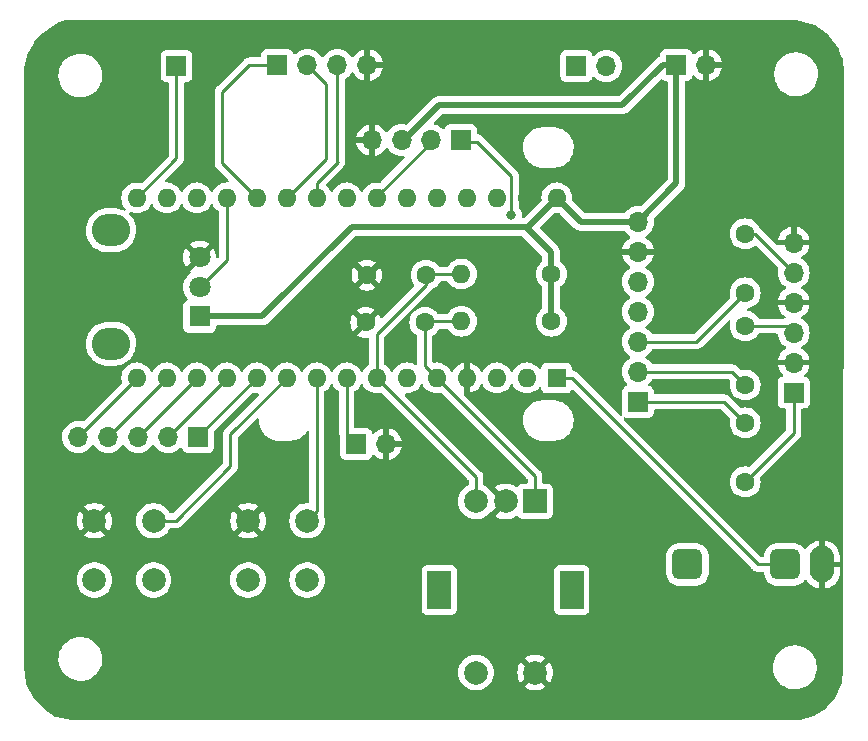
<source format=gbr>
G04 #@! TF.GenerationSoftware,KiCad,Pcbnew,7.0.8*
G04 #@! TF.CreationDate,2024-01-30T12:30:03+00:00*
G04 #@! TF.ProjectId,NanoVFO,4e616e6f-5646-44f2-9e6b-696361645f70,rev?*
G04 #@! TF.SameCoordinates,Original*
G04 #@! TF.FileFunction,Copper,L1,Top*
G04 #@! TF.FilePolarity,Positive*
%FSLAX46Y46*%
G04 Gerber Fmt 4.6, Leading zero omitted, Abs format (unit mm)*
G04 Created by KiCad (PCBNEW 7.0.8) date 2024-01-30 12:30:03*
%MOMM*%
%LPD*%
G01*
G04 APERTURE LIST*
G04 Aperture macros list*
%AMRoundRect*
0 Rectangle with rounded corners*
0 $1 Rounding radius*
0 $2 $3 $4 $5 $6 $7 $8 $9 X,Y pos of 4 corners*
0 Add a 4 corners polygon primitive as box body*
4,1,4,$2,$3,$4,$5,$6,$7,$8,$9,$2,$3,0*
0 Add four circle primitives for the rounded corners*
1,1,$1+$1,$2,$3*
1,1,$1+$1,$4,$5*
1,1,$1+$1,$6,$7*
1,1,$1+$1,$8,$9*
0 Add four rect primitives between the rounded corners*
20,1,$1+$1,$2,$3,$4,$5,0*
20,1,$1+$1,$4,$5,$6,$7,0*
20,1,$1+$1,$6,$7,$8,$9,0*
20,1,$1+$1,$8,$9,$2,$3,0*%
G04 Aperture macros list end*
G04 #@! TA.AperFunction,ComponentPad*
%ADD10R,1.700000X1.700000*%
G04 #@! TD*
G04 #@! TA.AperFunction,ComponentPad*
%ADD11O,1.700000X1.700000*%
G04 #@! TD*
G04 #@! TA.AperFunction,ComponentPad*
%ADD12R,2.000000X2.000000*%
G04 #@! TD*
G04 #@! TA.AperFunction,ComponentPad*
%ADD13C,2.000000*%
G04 #@! TD*
G04 #@! TA.AperFunction,ComponentPad*
%ADD14R,2.000000X3.200000*%
G04 #@! TD*
G04 #@! TA.AperFunction,ComponentPad*
%ADD15RoundRect,0.650000X0.650000X-0.650000X0.650000X0.650000X-0.650000X0.650000X-0.650000X-0.650000X0*%
G04 #@! TD*
G04 #@! TA.AperFunction,ComponentPad*
%ADD16O,2.100000X3.100000*%
G04 #@! TD*
G04 #@! TA.AperFunction,ComponentPad*
%ADD17O,3.240000X2.720000*%
G04 #@! TD*
G04 #@! TA.AperFunction,ComponentPad*
%ADD18R,1.800000X1.800000*%
G04 #@! TD*
G04 #@! TA.AperFunction,ComponentPad*
%ADD19C,1.800000*%
G04 #@! TD*
G04 #@! TA.AperFunction,ComponentPad*
%ADD20C,1.600000*%
G04 #@! TD*
G04 #@! TA.AperFunction,ComponentPad*
%ADD21O,1.600000X1.600000*%
G04 #@! TD*
G04 #@! TA.AperFunction,ComponentPad*
%ADD22R,1.600000X1.600000*%
G04 #@! TD*
G04 #@! TA.AperFunction,ViaPad*
%ADD23C,0.800000*%
G04 #@! TD*
G04 #@! TA.AperFunction,Conductor*
%ADD24C,0.250000*%
G04 #@! TD*
G04 #@! TA.AperFunction,Conductor*
%ADD25C,0.500000*%
G04 #@! TD*
G04 APERTURE END LIST*
D10*
G04 #@! TO.P,J3,1,Pin_1*
G04 #@! TO.N,/SDA*
X58200000Y-39165000D03*
D11*
G04 #@! TO.P,J3,2,Pin_2*
G04 #@! TO.N,/SCL*
X55700000Y-39165000D03*
G04 #@! TO.P,J3,3,Pin_3*
G04 #@! TO.N,VCC*
X53200000Y-39165000D03*
G04 #@! TO.P,J3,4,Pin_4*
G04 #@! TO.N,GND*
X50700000Y-39165000D03*
G04 #@! TD*
D12*
G04 #@! TO.P,SW2,A,A*
G04 #@! TO.N,Net-(A1-D2)*
X64500000Y-69750000D03*
D13*
G04 #@! TO.P,SW2,B,B*
G04 #@! TO.N,Net-(A1-D4)*
X59500000Y-69750000D03*
G04 #@! TO.P,SW2,C,C*
G04 #@! TO.N,GND*
X62000000Y-69750000D03*
D14*
G04 #@! TO.P,SW2,MP*
G04 #@! TO.N,N/C*
X67600000Y-77250000D03*
X56400000Y-77250000D03*
D13*
G04 #@! TO.P,SW2,S1,S1*
G04 #@! TO.N,Net-(A1-D3)*
X59500000Y-84250000D03*
G04 #@! TO.P,SW2,S2,S2*
G04 #@! TO.N,GND*
X64500000Y-84250000D03*
G04 #@! TD*
G04 #@! TO.P,SW1,1,1*
G04 #@! TO.N,GND*
X27200000Y-71400000D03*
G04 #@! TO.P,SW1,2,2*
G04 #@! TO.N,/Spot*
X32200000Y-71400000D03*
G04 #@! TO.P,SW1,3*
G04 #@! TO.N,N/C*
X27200000Y-76400000D03*
G04 #@! TO.P,SW1,4*
X32200000Y-76400000D03*
G04 #@! TD*
D15*
G04 #@! TO.P,J1,R*
G04 #@! TO.N,Net-(A1-D1{slash}TX)*
X85700000Y-75100000D03*
D16*
G04 #@! TO.P,J1,S*
G04 #@! TO.N,GND*
X88800000Y-75100000D03*
D15*
G04 #@! TO.P,J1,T*
G04 #@! TO.N,Net-(A1-D0{slash}RX)*
X77400000Y-75100000D03*
G04 #@! TD*
D17*
G04 #@! TO.P,RV1,*
G04 #@! TO.N,*
X28600000Y-56400000D03*
X28600000Y-46800000D03*
D18*
G04 #@! TO.P,RV1,1,1*
G04 #@! TO.N,VCC*
X36100000Y-54100000D03*
D19*
G04 #@! TO.P,RV1,2,2*
G04 #@! TO.N,/Key Speed*
X36100000Y-51600000D03*
G04 #@! TO.P,RV1,3,3*
G04 #@! TO.N,GND*
X36100000Y-49100000D03*
G04 #@! TD*
D13*
G04 #@! TO.P,SW3,1,1*
G04 #@! TO.N,GND*
X40200000Y-71400000D03*
G04 #@! TO.P,SW3,2,2*
G04 #@! TO.N,Net-(A1-D6)*
X45200000Y-71400000D03*
G04 #@! TO.P,SW3,3*
G04 #@! TO.N,N/C*
X40200000Y-76400000D03*
G04 #@! TO.P,SW3,4*
X45200000Y-76400000D03*
G04 #@! TD*
D10*
G04 #@! TO.P,J2,1,Pin_1*
G04 #@! TO.N,/Spkr*
X49360000Y-64900000D03*
D11*
G04 #@! TO.P,J2,2,Pin_2*
G04 #@! TO.N,GND*
X51900000Y-64900000D03*
G04 #@! TD*
D20*
G04 #@! TO.P,C7,2*
G04 #@! TO.N,Net-(J5-Pin_5)*
X82300000Y-47100000D03*
G04 #@! TO.P,C7,1*
G04 #@! TO.N,/Clk2*
X82300000Y-52100000D03*
G04 #@! TD*
D10*
G04 #@! TO.P,J12,1,Pin_1*
G04 #@! TO.N,VCC*
X76465000Y-32800000D03*
D11*
G04 #@! TO.P,J12,2,Pin_2*
G04 #@! TO.N,GND*
X79005000Y-32800000D03*
G04 #@! TD*
D20*
G04 #@! TO.P,C6,2*
G04 #@! TO.N,Net-(J5-Pin_3)*
X82300000Y-54900000D03*
G04 #@! TO.P,C6,1*
G04 #@! TO.N,/Clk1*
X82300000Y-59900000D03*
G04 #@! TD*
D10*
G04 #@! TO.P,J6,1,Pin_1*
G04 #@! TO.N,/TXRX Relay*
X42680000Y-32800000D03*
D11*
G04 #@! TO.P,J6,2,Pin_2*
G04 #@! TO.N,Net-(A1-A2)*
X45220000Y-32800000D03*
G04 #@! TO.P,J6,3,Pin_3*
G04 #@! TO.N,Net-(A1-A3)*
X47760000Y-32800000D03*
G04 #@! TO.P,J6,4,Pin_4*
G04 #@! TO.N,GND*
X50300000Y-32800000D03*
G04 #@! TD*
G04 #@! TO.P,J8,5,Pin_5*
G04 #@! TO.N,/Band E*
X25820000Y-64300000D03*
G04 #@! TO.P,J8,4,Pin_4*
G04 #@! TO.N,/Band D*
X28360000Y-64300000D03*
G04 #@! TO.P,J8,3,Pin_3*
G04 #@! TO.N,/Band C*
X30900000Y-64300000D03*
G04 #@! TO.P,J8,2,Pin_2*
G04 #@! TO.N,/Band B*
X33440000Y-64300000D03*
D10*
G04 #@! TO.P,J8,1,Pin_1*
G04 #@! TO.N,/Band A*
X35980000Y-64300000D03*
G04 #@! TD*
G04 #@! TO.P,J4,1,Pin_1*
G04 #@! TO.N,/PA*
X34140000Y-32900000D03*
G04 #@! TD*
D21*
G04 #@! TO.P,A1,30,VIN*
G04 #@! TO.N,VCC*
X66340000Y-44060000D03*
G04 #@! TO.P,A1,29,GND*
G04 #@! TO.N,GND*
X63800000Y-44060000D03*
G04 #@! TO.P,A1,28,~{RESET}*
G04 #@! TO.N,unconnected-(A1-~{RESET}-Pad28)*
X61260000Y-44060000D03*
G04 #@! TO.P,A1,27,+5V*
G04 #@! TO.N,unconnected-(A1-+5V-Pad27)*
X58720000Y-44060000D03*
G04 #@! TO.P,A1,26,A7*
G04 #@! TO.N,Net-(A1-A7)*
X56180000Y-44060000D03*
G04 #@! TO.P,A1,25,A6*
G04 #@! TO.N,Net-(A1-A6)*
X53640000Y-44060000D03*
G04 #@! TO.P,A1,24,A5*
G04 #@! TO.N,/SCL*
X51100000Y-44060000D03*
G04 #@! TO.P,A1,23,A4*
G04 #@! TO.N,/SDA*
X48560000Y-44060000D03*
G04 #@! TO.P,A1,22,A3*
G04 #@! TO.N,Net-(A1-A3)*
X46020000Y-44060000D03*
G04 #@! TO.P,A1,21,A2*
G04 #@! TO.N,Net-(A1-A2)*
X43480000Y-44060000D03*
G04 #@! TO.P,A1,20,A1*
G04 #@! TO.N,/TXRX Relay*
X40940000Y-44060000D03*
G04 #@! TO.P,A1,19,A0*
G04 #@! TO.N,/Key Speed*
X38400000Y-44060000D03*
G04 #@! TO.P,A1,18,AREF*
G04 #@! TO.N,unconnected-(A1-AREF-Pad18)*
X35860000Y-44060000D03*
G04 #@! TO.P,A1,17,3V3*
G04 #@! TO.N,unconnected-(A1-3V3-Pad17)*
X33320000Y-44060000D03*
G04 #@! TO.P,A1,16,D13*
G04 #@! TO.N,/PA*
X30780000Y-44060000D03*
G04 #@! TO.P,A1,15,D12*
G04 #@! TO.N,/Band E*
X30780000Y-59300000D03*
G04 #@! TO.P,A1,14,D11*
G04 #@! TO.N,/Band D*
X33320000Y-59300000D03*
G04 #@! TO.P,A1,13,D10*
G04 #@! TO.N,/Band C*
X35860000Y-59300000D03*
G04 #@! TO.P,A1,12,D9*
G04 #@! TO.N,/Band B*
X38400000Y-59300000D03*
G04 #@! TO.P,A1,11,D8*
G04 #@! TO.N,/Band A*
X40940000Y-59300000D03*
G04 #@! TO.P,A1,10,D7*
G04 #@! TO.N,/Spot*
X43480000Y-59300000D03*
G04 #@! TO.P,A1,9,D6*
G04 #@! TO.N,Net-(A1-D6)*
X46020000Y-59300000D03*
G04 #@! TO.P,A1,8,D5*
G04 #@! TO.N,/Spkr*
X48560000Y-59300000D03*
G04 #@! TO.P,A1,7,D4*
G04 #@! TO.N,Net-(A1-D4)*
X51100000Y-59300000D03*
G04 #@! TO.P,A1,6,D3*
G04 #@! TO.N,Net-(A1-D3)*
X53640000Y-59300000D03*
G04 #@! TO.P,A1,5,D2*
G04 #@! TO.N,Net-(A1-D2)*
X56180000Y-59300000D03*
G04 #@! TO.P,A1,4,GND*
G04 #@! TO.N,GND*
X58720000Y-59300000D03*
G04 #@! TO.P,A1,3,~{RESET}*
G04 #@! TO.N,unconnected-(A1-~{RESET}-Pad3)*
X61260000Y-59300000D03*
G04 #@! TO.P,A1,2,D0/RX*
G04 #@! TO.N,Net-(A1-D0{slash}RX)*
X63800000Y-59300000D03*
D22*
G04 #@! TO.P,A1,1,D1/TX*
G04 #@! TO.N,Net-(A1-D1{slash}TX)*
X66340000Y-59300000D03*
G04 #@! TD*
D20*
G04 #@! TO.P,C4,1*
G04 #@! TO.N,Net-(A1-D2)*
X55170000Y-54600000D03*
G04 #@! TO.P,C4,2*
G04 #@! TO.N,GND*
X50170000Y-54600000D03*
G04 #@! TD*
G04 #@! TO.P,R1,1*
G04 #@! TO.N,VCC*
X65880000Y-50500000D03*
D21*
G04 #@! TO.P,R1,2*
G04 #@! TO.N,Net-(A1-D4)*
X58260000Y-50500000D03*
G04 #@! TD*
D10*
G04 #@! TO.P,J9,1,Pin_1*
G04 #@! TO.N,Net-(A1-A6)*
X68000000Y-32900000D03*
D11*
G04 #@! TO.P,J9,2,Pin_2*
G04 #@! TO.N,Net-(A1-A7)*
X70540000Y-32900000D03*
G04 #@! TD*
D10*
G04 #@! TO.P,J5,1,Pin_1*
G04 #@! TO.N,Net-(J5-Pin_1)*
X86400000Y-60540000D03*
D11*
G04 #@! TO.P,J5,2,Pin_2*
G04 #@! TO.N,GND*
X86400000Y-58000000D03*
G04 #@! TO.P,J5,3,Pin_3*
G04 #@! TO.N,Net-(J5-Pin_3)*
X86400000Y-55460000D03*
G04 #@! TO.P,J5,4,Pin_4*
G04 #@! TO.N,GND*
X86400000Y-52920000D03*
G04 #@! TO.P,J5,5,Pin_5*
G04 #@! TO.N,Net-(J5-Pin_5)*
X86400000Y-50380000D03*
G04 #@! TO.P,J5,6,Pin_6*
G04 #@! TO.N,GND*
X86400000Y-47840000D03*
G04 #@! TD*
D20*
G04 #@! TO.P,C5,1*
G04 #@! TO.N,Net-(A1-D4)*
X55270000Y-50600000D03*
G04 #@! TO.P,C5,2*
G04 #@! TO.N,GND*
X50270000Y-50600000D03*
G04 #@! TD*
G04 #@! TO.P,C1,1*
G04 #@! TO.N,Net-(J5-Pin_1)*
X82300000Y-68100000D03*
G04 #@! TO.P,C1,2*
G04 #@! TO.N,/Clk0*
X82300000Y-63100000D03*
G04 #@! TD*
D21*
G04 #@! TO.P,R2,2*
G04 #@! TO.N,Net-(A1-D2)*
X58260000Y-54500000D03*
D20*
G04 #@! TO.P,R2,1*
G04 #@! TO.N,VCC*
X65880000Y-54500000D03*
G04 #@! TD*
D10*
G04 #@! TO.P,J10,1,Pin_1*
G04 #@! TO.N,/Clk0*
X73200000Y-61325000D03*
D11*
G04 #@! TO.P,J10,2,Pin_2*
G04 #@! TO.N,/Clk1*
X73200000Y-58785000D03*
G04 #@! TO.P,J10,3,Pin_3*
G04 #@! TO.N,/Clk2*
X73200000Y-56245000D03*
G04 #@! TO.P,J10,4,Pin_4*
G04 #@! TO.N,/SCL*
X73200000Y-53705000D03*
G04 #@! TO.P,J10,5,Pin_5*
G04 #@! TO.N,/SDA*
X73200000Y-51165000D03*
G04 #@! TO.P,J10,6,Pin_6*
G04 #@! TO.N,GND*
X73200000Y-48625000D03*
G04 #@! TO.P,J10,7,Pin_7*
G04 #@! TO.N,VCC*
X73200000Y-46085000D03*
G04 #@! TD*
D23*
G04 #@! TO.N,/SDA*
X62500000Y-45500000D03*
G04 #@! TD*
D24*
G04 #@! TO.N,/SDA*
X59592000Y-39292000D02*
X58250000Y-39292000D01*
X62500000Y-42200000D02*
X59592000Y-39292000D01*
X62500000Y-45500000D02*
X62500000Y-42200000D01*
D25*
G04 #@! TO.N,VCC*
X56342000Y-36200000D02*
X53250000Y-39292000D01*
X71900000Y-36200000D02*
X56342000Y-36200000D01*
X75300000Y-32800000D02*
X71900000Y-36200000D01*
X76465000Y-32800000D02*
X75300000Y-32800000D01*
D24*
G04 #@! TO.N,/SCL*
X51100000Y-43942000D02*
X51100000Y-44060000D01*
X55750000Y-39292000D02*
X51100000Y-43942000D01*
G04 #@! TO.N,Net-(A1-D2)*
X55170000Y-58290000D02*
X56180000Y-59300000D01*
X55170000Y-54600000D02*
X55170000Y-58290000D01*
X55270000Y-54500000D02*
X55170000Y-54600000D01*
X58260000Y-54500000D02*
X55270000Y-54500000D01*
G04 #@! TO.N,Net-(A1-D4)*
X51100000Y-55570000D02*
X51100000Y-59300000D01*
X55270000Y-50600000D02*
X55270000Y-51400000D01*
X55270000Y-51400000D02*
X51100000Y-55570000D01*
X55370000Y-50500000D02*
X55270000Y-50600000D01*
X58260000Y-50500000D02*
X55370000Y-50500000D01*
D25*
G04 #@! TO.N,VCC*
X65880000Y-48680000D02*
X63700000Y-46500000D01*
X65880000Y-50500000D02*
X65880000Y-48680000D01*
X63700000Y-46500000D02*
X49000000Y-46500000D01*
D24*
X63900000Y-46500000D02*
X63700000Y-46500000D01*
D25*
X65880000Y-54500000D02*
X65880000Y-50500000D01*
D24*
G04 #@! TO.N,Net-(J5-Pin_1)*
X86400000Y-64000000D02*
X86400000Y-60540000D01*
X82300000Y-68100000D02*
X86400000Y-64000000D01*
G04 #@! TO.N,/Clk0*
X80525000Y-61325000D02*
X82300000Y-63100000D01*
X73200000Y-61325000D02*
X80525000Y-61325000D01*
G04 #@! TO.N,Net-(J5-Pin_3)*
X85840000Y-54900000D02*
X86400000Y-55460000D01*
X82300000Y-54900000D02*
X85840000Y-54900000D01*
G04 #@! TO.N,/Clk1*
X81185000Y-58785000D02*
X82300000Y-59900000D01*
X73200000Y-58785000D02*
X81185000Y-58785000D01*
G04 #@! TO.N,Net-(J5-Pin_5)*
X83120000Y-47100000D02*
X86400000Y-50380000D01*
X82300000Y-47100000D02*
X83120000Y-47100000D01*
G04 #@! TO.N,/Clk2*
X73200000Y-56245000D02*
X78155000Y-56245000D01*
X78155000Y-56245000D02*
X82300000Y-52100000D01*
G04 #@! TO.N,Net-(A1-A3)*
X47800000Y-41000000D02*
X47760000Y-40960000D01*
X47760000Y-40960000D02*
X47760000Y-32800000D01*
X46020000Y-42780000D02*
X47800000Y-41000000D01*
X46020000Y-44060000D02*
X46020000Y-42780000D01*
G04 #@! TO.N,Net-(A1-A2)*
X46800000Y-34380000D02*
X45220000Y-32800000D01*
X43480000Y-44060000D02*
X46800000Y-40740000D01*
X46800000Y-40740000D02*
X46800000Y-34380000D01*
G04 #@! TO.N,/TXRX Relay*
X40300000Y-32800000D02*
X42680000Y-32800000D01*
X38000000Y-35100000D02*
X40300000Y-32800000D01*
X40940000Y-44060000D02*
X38000000Y-41120000D01*
X38000000Y-41120000D02*
X38000000Y-35100000D01*
G04 #@! TO.N,/PA*
X34140000Y-32900000D02*
X34140000Y-40700000D01*
X34140000Y-40700000D02*
X30780000Y-44060000D01*
G04 #@! TO.N,Net-(A1-D1{slash}TX)*
X83400000Y-75100000D02*
X85680000Y-75100000D01*
X66340000Y-59300000D02*
X67600000Y-59300000D01*
X67600000Y-59300000D02*
X83400000Y-75100000D01*
G04 #@! TO.N,Net-(A1-D2)*
X64500000Y-69750000D02*
X64500000Y-67620000D01*
X64500000Y-67620000D02*
X56180000Y-59300000D01*
G04 #@! TO.N,Net-(A1-D4)*
X59500000Y-67700000D02*
X51100000Y-59300000D01*
X59500000Y-69750000D02*
X59500000Y-67700000D01*
G04 #@! TO.N,/Spkr*
X48560000Y-64035000D02*
X49225000Y-64700000D01*
X48560000Y-59300000D02*
X48560000Y-64035000D01*
G04 #@! TO.N,Net-(A1-D6)*
X46020000Y-70580000D02*
X45200000Y-71400000D01*
X46020000Y-59300000D02*
X46020000Y-70580000D01*
G04 #@! TO.N,/Spot*
X38700000Y-64080000D02*
X38700000Y-66800000D01*
X43480000Y-59300000D02*
X38700000Y-64080000D01*
X38700000Y-66800000D02*
X34100000Y-71400000D01*
X34100000Y-71400000D02*
X32200000Y-71400000D01*
G04 #@! TO.N,/Band A*
X35980000Y-64260000D02*
X40940000Y-59300000D01*
X35980000Y-64300000D02*
X35980000Y-64260000D01*
G04 #@! TO.N,/Band B*
X33440000Y-64300000D02*
X38400000Y-59340000D01*
X38400000Y-59340000D02*
X38400000Y-59300000D01*
G04 #@! TO.N,/Band C*
X35860000Y-59340000D02*
X35860000Y-59300000D01*
X30900000Y-64300000D02*
X35860000Y-59340000D01*
G04 #@! TO.N,/Band D*
X33320000Y-59340000D02*
X33320000Y-59300000D01*
X28360000Y-64300000D02*
X33320000Y-59340000D01*
G04 #@! TO.N,/Band E*
X25820000Y-64300000D02*
X30780000Y-59340000D01*
X30780000Y-59340000D02*
X30780000Y-59300000D01*
G04 #@! TO.N,/Key Speed*
X38400000Y-49300000D02*
X38400000Y-44060000D01*
X36100000Y-51600000D02*
X38400000Y-49300000D01*
D25*
G04 #@! TO.N,VCC*
X41400000Y-54100000D02*
X36100000Y-54100000D01*
X49000000Y-46500000D02*
X41400000Y-54100000D01*
X66340000Y-44060000D02*
X63900000Y-46500000D01*
X73200000Y-46085000D02*
X68365000Y-46085000D01*
X68365000Y-46085000D02*
X66340000Y-44060000D01*
X76465000Y-32800000D02*
X76465000Y-42820000D01*
X76465000Y-42820000D02*
X73200000Y-46085000D01*
G04 #@! TD*
G04 #@! TA.AperFunction,Conductor*
G04 #@! TO.N,GND*
G36*
X54977865Y-59843348D02*
G01*
X55022382Y-59894725D01*
X55049429Y-59952728D01*
X55049432Y-59952734D01*
X55179954Y-60139141D01*
X55340858Y-60300045D01*
X55340861Y-60300047D01*
X55527266Y-60430568D01*
X55733504Y-60526739D01*
X55953308Y-60585635D01*
X56110780Y-60599412D01*
X56179998Y-60605468D01*
X56180000Y-60605468D01*
X56180002Y-60605468D01*
X56236807Y-60600498D01*
X56406692Y-60585635D01*
X56475048Y-60567319D01*
X56544897Y-60568982D01*
X56594822Y-60599413D01*
X63838181Y-67842771D01*
X63871666Y-67904094D01*
X63874500Y-67930452D01*
X63874500Y-68125500D01*
X63854815Y-68192539D01*
X63802011Y-68238294D01*
X63750500Y-68249500D01*
X63452130Y-68249500D01*
X63452123Y-68249501D01*
X63392516Y-68255908D01*
X63257671Y-68306202D01*
X63257664Y-68306206D01*
X63142455Y-68392452D01*
X63054537Y-68509894D01*
X62998603Y-68551764D01*
X62928911Y-68556748D01*
X62879109Y-68533436D01*
X62823230Y-68489943D01*
X62823228Y-68489942D01*
X62604614Y-68371635D01*
X62604603Y-68371630D01*
X62369493Y-68290916D01*
X62124293Y-68250000D01*
X61875707Y-68250000D01*
X61630506Y-68290916D01*
X61395396Y-68371630D01*
X61395390Y-68371632D01*
X61176761Y-68489949D01*
X61129942Y-68526388D01*
X61129942Y-68526390D01*
X61867466Y-69263913D01*
X61857685Y-69265320D01*
X61726900Y-69325048D01*
X61618239Y-69419202D01*
X61540507Y-69540156D01*
X61516923Y-69620475D01*
X60767372Y-68870924D01*
X60733885Y-68864752D01*
X60692873Y-68828053D01*
X60691317Y-68829265D01*
X60688169Y-68825220D01*
X60642865Y-68776007D01*
X60519744Y-68642262D01*
X60323509Y-68489526D01*
X60323508Y-68489525D01*
X60323505Y-68489523D01*
X60323503Y-68489522D01*
X60190481Y-68417533D01*
X60140891Y-68368313D01*
X60125500Y-68308479D01*
X60125500Y-67782742D01*
X60127224Y-67767122D01*
X60126939Y-67767096D01*
X60127671Y-67759340D01*
X60127673Y-67759333D01*
X60125500Y-67690185D01*
X60125500Y-67660650D01*
X60124631Y-67653772D01*
X60124172Y-67647943D01*
X60122709Y-67601372D01*
X60117122Y-67582144D01*
X60113174Y-67563084D01*
X60110663Y-67543204D01*
X60093512Y-67499887D01*
X60091619Y-67494358D01*
X60078618Y-67449609D01*
X60078616Y-67449606D01*
X60068423Y-67432371D01*
X60059861Y-67414894D01*
X60052487Y-67396270D01*
X60052486Y-67396268D01*
X60025079Y-67358545D01*
X60021888Y-67353686D01*
X60021110Y-67352371D01*
X59998170Y-67313580D01*
X59998168Y-67313578D01*
X59998165Y-67313574D01*
X59984006Y-67299415D01*
X59971368Y-67284619D01*
X59959594Y-67268413D01*
X59950465Y-67260861D01*
X59923688Y-67238709D01*
X59919376Y-67234786D01*
X53497409Y-60812818D01*
X53463924Y-60751495D01*
X53468908Y-60681803D01*
X53510780Y-60625870D01*
X53576244Y-60601453D01*
X53595890Y-60601608D01*
X53640000Y-60605468D01*
X53640000Y-60605467D01*
X53640001Y-60605468D01*
X53640002Y-60605468D01*
X53696807Y-60600498D01*
X53866692Y-60585635D01*
X54086496Y-60526739D01*
X54292734Y-60430568D01*
X54479139Y-60300047D01*
X54640047Y-60139139D01*
X54770568Y-59952734D01*
X54797618Y-59894724D01*
X54843790Y-59842285D01*
X54910983Y-59823133D01*
X54977865Y-59843348D01*
G37*
G04 #@! TD.AperFunction*
G04 #@! TA.AperFunction,Conductor*
G36*
X75253224Y-34010654D02*
G01*
X75284202Y-34027570D01*
X75372664Y-34093793D01*
X75372671Y-34093797D01*
X75409529Y-34107544D01*
X75507517Y-34144091D01*
X75567127Y-34150500D01*
X75590497Y-34150499D01*
X75657536Y-34170181D01*
X75703292Y-34222983D01*
X75714500Y-34274499D01*
X75714500Y-42457769D01*
X75694815Y-42524808D01*
X75678181Y-42545450D01*
X73511500Y-44712130D01*
X73450177Y-44745615D01*
X73413012Y-44747977D01*
X73200002Y-44729341D01*
X73199999Y-44729341D01*
X72964596Y-44749936D01*
X72964586Y-44749938D01*
X72736344Y-44811094D01*
X72736335Y-44811098D01*
X72522171Y-44910964D01*
X72522169Y-44910965D01*
X72328597Y-45046505D01*
X72161506Y-45213596D01*
X72113874Y-45281623D01*
X72059297Y-45325248D01*
X72012299Y-45334500D01*
X68727229Y-45334500D01*
X68660190Y-45314815D01*
X68639548Y-45298181D01*
X67666716Y-44325348D01*
X67633231Y-44264025D01*
X67630869Y-44226861D01*
X67645468Y-44060000D01*
X67625635Y-43833308D01*
X67566739Y-43613504D01*
X67470568Y-43407266D01*
X67340047Y-43220861D01*
X67340045Y-43220858D01*
X67179141Y-43059954D01*
X66992734Y-42929432D01*
X66992732Y-42929431D01*
X66786497Y-42833261D01*
X66786488Y-42833258D01*
X66566697Y-42774366D01*
X66566693Y-42774365D01*
X66566692Y-42774365D01*
X66566691Y-42774364D01*
X66566686Y-42774364D01*
X66340002Y-42754532D01*
X66339998Y-42754532D01*
X66113313Y-42774364D01*
X66113302Y-42774366D01*
X65893511Y-42833258D01*
X65893502Y-42833261D01*
X65687267Y-42929431D01*
X65687265Y-42929432D01*
X65500858Y-43059954D01*
X65339954Y-43220858D01*
X65209432Y-43407265D01*
X65209431Y-43407267D01*
X65113261Y-43613502D01*
X65113258Y-43613511D01*
X65054366Y-43833302D01*
X65054364Y-43833313D01*
X65034532Y-44059998D01*
X65034532Y-44060003D01*
X65049129Y-44226861D01*
X65035362Y-44295360D01*
X65013282Y-44325348D01*
X63625451Y-45713181D01*
X63564128Y-45746666D01*
X63537770Y-45749500D01*
X63516952Y-45749500D01*
X63449913Y-45729815D01*
X63404158Y-45677011D01*
X63393631Y-45612542D01*
X63405460Y-45500000D01*
X63385674Y-45311744D01*
X63327179Y-45131716D01*
X63232533Y-44967784D01*
X63157350Y-44884284D01*
X63127120Y-44821292D01*
X63125500Y-44801312D01*
X63125500Y-42282738D01*
X63127223Y-42267121D01*
X63126938Y-42267094D01*
X63127672Y-42259332D01*
X63125500Y-42190203D01*
X63125500Y-42160651D01*
X63125500Y-42160650D01*
X63124629Y-42153759D01*
X63124172Y-42147945D01*
X63122709Y-42101372D01*
X63117122Y-42082144D01*
X63113174Y-42063084D01*
X63110663Y-42043204D01*
X63093512Y-41999887D01*
X63091619Y-41994358D01*
X63078618Y-41949609D01*
X63078616Y-41949606D01*
X63068423Y-41932371D01*
X63059861Y-41914894D01*
X63052487Y-41896270D01*
X63052486Y-41896268D01*
X63025079Y-41858545D01*
X63021888Y-41853686D01*
X62998172Y-41813583D01*
X62998165Y-41813574D01*
X62984006Y-41799415D01*
X62971368Y-41784619D01*
X62959594Y-41768413D01*
X62923688Y-41738709D01*
X62919376Y-41734786D01*
X60919266Y-39734675D01*
X63471748Y-39734675D01*
X63481748Y-39995593D01*
X63531462Y-40251928D01*
X63531462Y-40251930D01*
X63619718Y-40497663D01*
X63673683Y-40596903D01*
X63732318Y-40704731D01*
X63744461Y-40727060D01*
X63900750Y-40932092D01*
X63902750Y-40934716D01*
X64090886Y-41115778D01*
X64090891Y-41115781D01*
X64090895Y-41115785D01*
X64304441Y-41265989D01*
X64304445Y-41265991D01*
X64304456Y-41265999D01*
X64447147Y-41336650D01*
X64538455Y-41381860D01*
X64611901Y-41405103D01*
X64787395Y-41460641D01*
X65045445Y-41500500D01*
X65045449Y-41500500D01*
X66141177Y-41500500D01*
X66336344Y-41485516D01*
X66590586Y-41426021D01*
X66685831Y-41387634D01*
X66832758Y-41328418D01*
X66832763Y-41328415D01*
X66832766Y-41328414D01*
X67057208Y-41194982D01*
X67258652Y-41028852D01*
X67432375Y-40833920D01*
X67450053Y-40806622D01*
X67574304Y-40614757D01*
X67574304Y-40614755D01*
X67574306Y-40614753D01*
X67681118Y-40376489D01*
X67750307Y-40124713D01*
X67780252Y-39865325D01*
X67770251Y-39604407D01*
X67720538Y-39348073D01*
X67675801Y-39223511D01*
X67632281Y-39102336D01*
X67568610Y-38985247D01*
X67507541Y-38872943D01*
X67484543Y-38842773D01*
X67349253Y-38665288D01*
X67349250Y-38665284D01*
X67161114Y-38484222D01*
X67161108Y-38484218D01*
X67161104Y-38484214D01*
X66947558Y-38334010D01*
X66947551Y-38334006D01*
X66947544Y-38334001D01*
X66812474Y-38267123D01*
X66713544Y-38218139D01*
X66464608Y-38139360D01*
X66464605Y-38139359D01*
X66206555Y-38099500D01*
X65110823Y-38099500D01*
X64915656Y-38114484D01*
X64915652Y-38114484D01*
X64661416Y-38173978D01*
X64661406Y-38173981D01*
X64419241Y-38271581D01*
X64419232Y-38271586D01*
X64194793Y-38405017D01*
X63993345Y-38571150D01*
X63819631Y-38766071D01*
X63819618Y-38766088D01*
X63677695Y-38985242D01*
X63677694Y-38985246D01*
X63570881Y-39223511D01*
X63501693Y-39475285D01*
X63471748Y-39734675D01*
X60919266Y-39734675D01*
X60092803Y-38908212D01*
X60082980Y-38895950D01*
X60082759Y-38896134D01*
X60077786Y-38890123D01*
X60059487Y-38872939D01*
X60027364Y-38842773D01*
X60016919Y-38832328D01*
X60006475Y-38821883D01*
X60000986Y-38817625D01*
X59996561Y-38813847D01*
X59962582Y-38781938D01*
X59962580Y-38781936D01*
X59962577Y-38781935D01*
X59945029Y-38772288D01*
X59928763Y-38761604D01*
X59912933Y-38749325D01*
X59870168Y-38730818D01*
X59864922Y-38728248D01*
X59824093Y-38705803D01*
X59824092Y-38705802D01*
X59804693Y-38700822D01*
X59786281Y-38694518D01*
X59767898Y-38686562D01*
X59767892Y-38686560D01*
X59721874Y-38679272D01*
X59716152Y-38678087D01*
X59671021Y-38666500D01*
X59663282Y-38665523D01*
X59663564Y-38663289D01*
X59607460Y-38646815D01*
X59561705Y-38594011D01*
X59550499Y-38542500D01*
X59550499Y-38267129D01*
X59550498Y-38267123D01*
X59544091Y-38207516D01*
X59493797Y-38072671D01*
X59493793Y-38072664D01*
X59407547Y-37957455D01*
X59407544Y-37957452D01*
X59292335Y-37871206D01*
X59292328Y-37871202D01*
X59157482Y-37820908D01*
X59157483Y-37820908D01*
X59097883Y-37814501D01*
X59097881Y-37814500D01*
X59097873Y-37814500D01*
X59097864Y-37814500D01*
X57302129Y-37814500D01*
X57302123Y-37814501D01*
X57242516Y-37820908D01*
X57107671Y-37871202D01*
X57107664Y-37871206D01*
X56992455Y-37957452D01*
X56992452Y-37957455D01*
X56906206Y-38072664D01*
X56906202Y-38072671D01*
X56868056Y-38174948D01*
X56826185Y-38230882D01*
X56760721Y-38255299D01*
X56692448Y-38240447D01*
X56664193Y-38219297D01*
X56618874Y-38173978D01*
X56571401Y-38126505D01*
X56571397Y-38126502D01*
X56571396Y-38126501D01*
X56377834Y-37990967D01*
X56377830Y-37990965D01*
X56377828Y-37990964D01*
X56163663Y-37891097D01*
X56163659Y-37891096D01*
X56163655Y-37891094D01*
X56015115Y-37851294D01*
X55955454Y-37814929D01*
X55924925Y-37752082D01*
X55933220Y-37682707D01*
X55959524Y-37643841D01*
X56616548Y-36986819D01*
X56677871Y-36953334D01*
X56704229Y-36950500D01*
X71836295Y-36950500D01*
X71854265Y-36951809D01*
X71878023Y-36955289D01*
X71930068Y-36950735D01*
X71935470Y-36950500D01*
X71943704Y-36950500D01*
X71943709Y-36950500D01*
X71955327Y-36949141D01*
X71976276Y-36946693D01*
X71989028Y-36945577D01*
X72052797Y-36939999D01*
X72052805Y-36939996D01*
X72059866Y-36938539D01*
X72059878Y-36938598D01*
X72067243Y-36936965D01*
X72067229Y-36936906D01*
X72074246Y-36935241D01*
X72074255Y-36935241D01*
X72146423Y-36908974D01*
X72219334Y-36884814D01*
X72219343Y-36884807D01*
X72225882Y-36881760D01*
X72225908Y-36881816D01*
X72232690Y-36878532D01*
X72232663Y-36878478D01*
X72239106Y-36875240D01*
X72239117Y-36875237D01*
X72303283Y-36833034D01*
X72368656Y-36792712D01*
X72368662Y-36792705D01*
X72374325Y-36788229D01*
X72374362Y-36788277D01*
X72380204Y-36783518D01*
X72380164Y-36783471D01*
X72385691Y-36778832D01*
X72385696Y-36778830D01*
X72438386Y-36722981D01*
X75122212Y-34039153D01*
X75183533Y-34005670D01*
X75253224Y-34010654D01*
G37*
G04 #@! TD.AperFunction*
G04 #@! TA.AperFunction,Conductor*
G36*
X86614808Y-29003702D02*
G01*
X88175710Y-29393927D01*
X88220030Y-29415022D01*
X89149848Y-30112386D01*
X89383008Y-30287256D01*
X89411782Y-30317673D01*
X90194145Y-31491218D01*
X90204284Y-31509640D01*
X90431105Y-32019987D01*
X90563605Y-32318112D01*
X90591910Y-32381797D01*
X90601982Y-32419820D01*
X90699685Y-33396861D01*
X90699993Y-33403156D01*
X90600004Y-83997248D01*
X90599750Y-84002741D01*
X90501937Y-85078691D01*
X90491033Y-85119428D01*
X89907494Y-86383762D01*
X89888227Y-86413454D01*
X89211724Y-87186601D01*
X89184977Y-87209560D01*
X88112878Y-87891804D01*
X88085517Y-87904827D01*
X86919089Y-88293637D01*
X86879877Y-88300000D01*
X25313135Y-88300000D01*
X25287153Y-88297247D01*
X23924555Y-88005261D01*
X23879428Y-87985599D01*
X22908893Y-87306225D01*
X22892321Y-87292321D01*
X22112868Y-86512868D01*
X22091371Y-86483975D01*
X21410457Y-85219420D01*
X21396881Y-85178168D01*
X21388554Y-85119882D01*
X21201246Y-83808722D01*
X21200000Y-83791186D01*
X21200000Y-83167763D01*
X24145787Y-83167763D01*
X24175413Y-83437013D01*
X24175415Y-83437024D01*
X24217258Y-83597075D01*
X24243928Y-83699088D01*
X24349870Y-83948390D01*
X24464992Y-84137024D01*
X24490979Y-84179605D01*
X24490986Y-84179615D01*
X24664253Y-84387819D01*
X24664259Y-84387824D01*
X24744639Y-84459844D01*
X24865998Y-84568582D01*
X25091910Y-84718044D01*
X25337176Y-84833020D01*
X25337183Y-84833022D01*
X25337185Y-84833023D01*
X25596557Y-84911057D01*
X25596564Y-84911058D01*
X25596569Y-84911060D01*
X25864561Y-84950500D01*
X25864566Y-84950500D01*
X26067636Y-84950500D01*
X26119133Y-84946730D01*
X26270156Y-84935677D01*
X26382758Y-84910593D01*
X26534546Y-84876782D01*
X26534548Y-84876781D01*
X26534553Y-84876780D01*
X26787558Y-84780014D01*
X27023777Y-84647441D01*
X27238177Y-84481888D01*
X27426186Y-84286881D01*
X27452569Y-84250005D01*
X57994357Y-84250005D01*
X58014890Y-84497812D01*
X58014892Y-84497824D01*
X58075936Y-84738881D01*
X58175826Y-84966606D01*
X58311833Y-85174782D01*
X58311836Y-85174785D01*
X58480256Y-85357738D01*
X58676491Y-85510474D01*
X58676493Y-85510475D01*
X58894332Y-85628364D01*
X58895190Y-85628828D01*
X59114141Y-85703994D01*
X59128964Y-85709083D01*
X59130386Y-85709571D01*
X59375665Y-85750500D01*
X59624335Y-85750500D01*
X59869614Y-85709571D01*
X60104810Y-85628828D01*
X60323509Y-85510474D01*
X60519744Y-85357738D01*
X60688164Y-85174785D01*
X60824173Y-84966607D01*
X60924063Y-84738881D01*
X60985108Y-84497821D01*
X60985116Y-84497729D01*
X61005643Y-84250005D01*
X62994859Y-84250005D01*
X63015385Y-84497729D01*
X63015387Y-84497738D01*
X63076412Y-84738717D01*
X63176266Y-84966364D01*
X63276564Y-85119882D01*
X64016923Y-84379523D01*
X64040507Y-84459844D01*
X64118239Y-84580798D01*
X64226900Y-84674952D01*
X64357685Y-84734680D01*
X64367466Y-84736086D01*
X63629942Y-85473609D01*
X63676768Y-85510055D01*
X63676770Y-85510056D01*
X63895385Y-85628364D01*
X63895396Y-85628369D01*
X64130506Y-85709083D01*
X64375707Y-85750000D01*
X64624293Y-85750000D01*
X64869493Y-85709083D01*
X65104603Y-85628369D01*
X65104614Y-85628364D01*
X65323228Y-85510057D01*
X65323231Y-85510055D01*
X65370056Y-85473609D01*
X64632533Y-84736086D01*
X64642315Y-84734680D01*
X64773100Y-84674952D01*
X64881761Y-84580798D01*
X64959493Y-84459844D01*
X64983076Y-84379524D01*
X65723434Y-85119882D01*
X65823731Y-84966369D01*
X65923587Y-84738717D01*
X65984612Y-84497738D01*
X65984614Y-84497729D01*
X66005141Y-84250005D01*
X66005141Y-84249994D01*
X65984614Y-84002270D01*
X65984612Y-84002261D01*
X65950552Y-83867763D01*
X84645787Y-83867763D01*
X84675413Y-84137013D01*
X84675415Y-84137024D01*
X84740982Y-84387820D01*
X84743928Y-84399088D01*
X84849870Y-84648390D01*
X84962550Y-84833023D01*
X84990979Y-84879605D01*
X84990986Y-84879615D01*
X85164253Y-85087819D01*
X85164259Y-85087824D01*
X85269240Y-85181887D01*
X85365998Y-85268582D01*
X85591910Y-85418044D01*
X85837176Y-85533020D01*
X85837183Y-85533022D01*
X85837185Y-85533023D01*
X86096557Y-85611057D01*
X86096564Y-85611058D01*
X86096569Y-85611060D01*
X86364561Y-85650500D01*
X86364566Y-85650500D01*
X86567636Y-85650500D01*
X86619133Y-85646730D01*
X86770156Y-85635677D01*
X86882758Y-85610593D01*
X87034546Y-85576782D01*
X87034548Y-85576781D01*
X87034553Y-85576780D01*
X87287558Y-85480014D01*
X87523777Y-85347441D01*
X87738177Y-85181888D01*
X87926186Y-84986881D01*
X88083799Y-84766579D01*
X88167616Y-84603553D01*
X88207649Y-84525690D01*
X88207651Y-84525684D01*
X88207656Y-84525675D01*
X88295118Y-84269305D01*
X88344319Y-84002933D01*
X88354212Y-83732235D01*
X88324586Y-83462982D01*
X88256072Y-83200912D01*
X88150130Y-82951610D01*
X88009018Y-82720390D01*
X87934374Y-82630695D01*
X87835746Y-82512180D01*
X87835740Y-82512175D01*
X87634002Y-82331418D01*
X87408092Y-82181957D01*
X87408090Y-82181956D01*
X87162824Y-82066980D01*
X87162819Y-82066978D01*
X87162814Y-82066976D01*
X86903442Y-81988942D01*
X86903428Y-81988939D01*
X86787791Y-81971921D01*
X86635439Y-81949500D01*
X86432369Y-81949500D01*
X86432364Y-81949500D01*
X86229844Y-81964323D01*
X86229831Y-81964325D01*
X85965453Y-82023217D01*
X85965446Y-82023220D01*
X85712439Y-82119987D01*
X85476226Y-82252557D01*
X85261822Y-82418112D01*
X85073822Y-82613109D01*
X85073816Y-82613116D01*
X84916202Y-82833419D01*
X84916199Y-82833424D01*
X84792350Y-83074309D01*
X84792343Y-83074327D01*
X84704884Y-83330685D01*
X84704883Y-83330691D01*
X84704882Y-83330695D01*
X84667398Y-83533632D01*
X84655681Y-83597068D01*
X84655680Y-83597075D01*
X84645787Y-83867763D01*
X65950552Y-83867763D01*
X65923587Y-83761282D01*
X65823731Y-83533630D01*
X65723434Y-83380116D01*
X64983076Y-84120475D01*
X64959493Y-84040156D01*
X64881761Y-83919202D01*
X64773100Y-83825048D01*
X64642315Y-83765320D01*
X64632534Y-83763913D01*
X65370057Y-83026390D01*
X65370056Y-83026389D01*
X65323229Y-82989943D01*
X65104614Y-82871635D01*
X65104603Y-82871630D01*
X64869493Y-82790916D01*
X64624293Y-82750000D01*
X64375707Y-82750000D01*
X64130506Y-82790916D01*
X63895396Y-82871630D01*
X63895390Y-82871632D01*
X63676761Y-82989949D01*
X63629942Y-83026388D01*
X63629942Y-83026390D01*
X64367466Y-83763913D01*
X64357685Y-83765320D01*
X64226900Y-83825048D01*
X64118239Y-83919202D01*
X64040507Y-84040156D01*
X64016923Y-84120475D01*
X63276564Y-83380116D01*
X63176267Y-83533632D01*
X63076412Y-83761282D01*
X63015387Y-84002261D01*
X63015385Y-84002270D01*
X62994859Y-84249994D01*
X62994859Y-84250005D01*
X61005643Y-84250005D01*
X61005643Y-84249994D01*
X60985109Y-84002187D01*
X60985107Y-84002175D01*
X60924063Y-83761118D01*
X60824173Y-83533393D01*
X60688166Y-83325217D01*
X60666557Y-83301744D01*
X60519744Y-83142262D01*
X60323509Y-82989526D01*
X60323507Y-82989525D01*
X60323506Y-82989524D01*
X60104811Y-82871172D01*
X60104802Y-82871169D01*
X59869616Y-82790429D01*
X59624335Y-82749500D01*
X59375665Y-82749500D01*
X59130383Y-82790429D01*
X58895197Y-82871169D01*
X58895188Y-82871172D01*
X58676493Y-82989524D01*
X58480257Y-83142261D01*
X58311833Y-83325217D01*
X58175826Y-83533393D01*
X58075936Y-83761118D01*
X58014892Y-84002175D01*
X58014890Y-84002187D01*
X57994357Y-84249994D01*
X57994357Y-84250005D01*
X27452569Y-84250005D01*
X27583799Y-84066579D01*
X27686016Y-83867765D01*
X27707649Y-83825690D01*
X27707651Y-83825684D01*
X27707656Y-83825675D01*
X27795118Y-83569305D01*
X27844319Y-83302933D01*
X27854212Y-83032235D01*
X27824586Y-82762982D01*
X27756072Y-82500912D01*
X27650130Y-82251610D01*
X27509018Y-82020390D01*
X27482845Y-81988940D01*
X27335746Y-81812180D01*
X27335740Y-81812175D01*
X27134002Y-81631418D01*
X26908092Y-81481957D01*
X26908090Y-81481956D01*
X26662824Y-81366980D01*
X26662819Y-81366978D01*
X26662814Y-81366976D01*
X26403442Y-81288942D01*
X26403428Y-81288939D01*
X26287791Y-81271921D01*
X26135439Y-81249500D01*
X25932369Y-81249500D01*
X25932364Y-81249500D01*
X25729844Y-81264323D01*
X25729831Y-81264325D01*
X25465453Y-81323217D01*
X25465446Y-81323220D01*
X25212439Y-81419987D01*
X24976226Y-81552557D01*
X24761822Y-81718112D01*
X24573822Y-81913109D01*
X24573816Y-81913116D01*
X24416202Y-82133419D01*
X24416199Y-82133424D01*
X24292350Y-82374309D01*
X24292343Y-82374327D01*
X24204884Y-82630685D01*
X24204882Y-82630695D01*
X24160379Y-82871635D01*
X24155681Y-82897068D01*
X24155680Y-82897075D01*
X24145787Y-83167763D01*
X21200000Y-83167763D01*
X21200000Y-78897870D01*
X54899500Y-78897870D01*
X54899501Y-78897876D01*
X54905908Y-78957483D01*
X54956202Y-79092328D01*
X54956206Y-79092335D01*
X55042452Y-79207544D01*
X55042455Y-79207547D01*
X55157664Y-79293793D01*
X55157671Y-79293797D01*
X55292517Y-79344091D01*
X55292516Y-79344091D01*
X55299444Y-79344835D01*
X55352127Y-79350500D01*
X57447872Y-79350499D01*
X57507483Y-79344091D01*
X57642331Y-79293796D01*
X57757546Y-79207546D01*
X57843796Y-79092331D01*
X57894091Y-78957483D01*
X57900500Y-78897873D01*
X57900500Y-78897870D01*
X66099500Y-78897870D01*
X66099501Y-78897876D01*
X66105908Y-78957483D01*
X66156202Y-79092328D01*
X66156206Y-79092335D01*
X66242452Y-79207544D01*
X66242455Y-79207547D01*
X66357664Y-79293793D01*
X66357671Y-79293797D01*
X66492517Y-79344091D01*
X66492516Y-79344091D01*
X66499444Y-79344835D01*
X66552127Y-79350500D01*
X68647872Y-79350499D01*
X68707483Y-79344091D01*
X68842331Y-79293796D01*
X68957546Y-79207546D01*
X69043796Y-79092331D01*
X69094091Y-78957483D01*
X69100500Y-78897873D01*
X69100499Y-75821010D01*
X75599500Y-75821010D01*
X75605650Y-75909625D01*
X75605652Y-75909640D01*
X75654465Y-76117176D01*
X75654467Y-76117182D01*
X75654468Y-76117185D01*
X75740591Y-76312237D01*
X75740592Y-76312238D01*
X75861088Y-76488141D01*
X75861093Y-76488147D01*
X76011852Y-76638906D01*
X76011858Y-76638911D01*
X76187763Y-76759409D01*
X76382815Y-76845532D01*
X76382821Y-76845533D01*
X76382823Y-76845534D01*
X76590359Y-76894347D01*
X76590364Y-76894347D01*
X76590370Y-76894349D01*
X76678988Y-76900500D01*
X76678990Y-76900500D01*
X78121010Y-76900500D01*
X78121012Y-76900500D01*
X78209630Y-76894349D01*
X78209636Y-76894347D01*
X78209640Y-76894347D01*
X78417176Y-76845534D01*
X78417174Y-76845534D01*
X78417185Y-76845532D01*
X78612237Y-76759409D01*
X78788142Y-76638911D01*
X78938911Y-76488142D01*
X79059409Y-76312237D01*
X79145532Y-76117185D01*
X79194349Y-75909630D01*
X79200500Y-75821012D01*
X79200500Y-74378988D01*
X79194349Y-74290370D01*
X79194347Y-74290364D01*
X79194347Y-74290359D01*
X79145534Y-74082823D01*
X79145532Y-74082817D01*
X79145532Y-74082815D01*
X79059409Y-73887763D01*
X78938911Y-73711858D01*
X78938906Y-73711852D01*
X78788147Y-73561093D01*
X78788141Y-73561088D01*
X78612238Y-73440592D01*
X78612239Y-73440592D01*
X78612237Y-73440591D01*
X78417185Y-73354468D01*
X78417183Y-73354467D01*
X78417182Y-73354467D01*
X78417176Y-73354465D01*
X78209640Y-73305652D01*
X78209625Y-73305650D01*
X78136546Y-73300578D01*
X78121012Y-73299500D01*
X76678988Y-73299500D01*
X76664705Y-73300491D01*
X76590374Y-73305650D01*
X76590359Y-73305652D01*
X76382823Y-73354465D01*
X76382817Y-73354467D01*
X76187761Y-73440592D01*
X76011858Y-73561088D01*
X76011852Y-73561093D01*
X75861093Y-73711852D01*
X75861088Y-73711858D01*
X75740592Y-73887761D01*
X75654467Y-74082817D01*
X75654465Y-74082823D01*
X75605652Y-74290359D01*
X75605650Y-74290374D01*
X75599500Y-74378990D01*
X75599500Y-75821010D01*
X69100499Y-75821010D01*
X69100499Y-75602128D01*
X69094091Y-75542517D01*
X69078933Y-75501877D01*
X69043797Y-75407671D01*
X69043793Y-75407664D01*
X68957547Y-75292455D01*
X68957544Y-75292452D01*
X68842335Y-75206206D01*
X68842328Y-75206202D01*
X68707482Y-75155908D01*
X68707483Y-75155908D01*
X68647883Y-75149501D01*
X68647881Y-75149500D01*
X68647873Y-75149500D01*
X68647864Y-75149500D01*
X66552129Y-75149500D01*
X66552123Y-75149501D01*
X66492516Y-75155908D01*
X66357671Y-75206202D01*
X66357664Y-75206206D01*
X66242455Y-75292452D01*
X66242452Y-75292455D01*
X66156206Y-75407664D01*
X66156202Y-75407671D01*
X66105908Y-75542517D01*
X66099501Y-75602116D01*
X66099501Y-75602123D01*
X66099500Y-75602135D01*
X66099500Y-78897870D01*
X57900500Y-78897870D01*
X57900499Y-75602128D01*
X57894091Y-75542517D01*
X57878933Y-75501877D01*
X57843797Y-75407671D01*
X57843793Y-75407664D01*
X57757547Y-75292455D01*
X57757544Y-75292452D01*
X57642335Y-75206206D01*
X57642328Y-75206202D01*
X57507482Y-75155908D01*
X57507483Y-75155908D01*
X57447883Y-75149501D01*
X57447881Y-75149500D01*
X57447873Y-75149500D01*
X57447864Y-75149500D01*
X55352129Y-75149500D01*
X55352123Y-75149501D01*
X55292516Y-75155908D01*
X55157671Y-75206202D01*
X55157664Y-75206206D01*
X55042455Y-75292452D01*
X55042452Y-75292455D01*
X54956206Y-75407664D01*
X54956202Y-75407671D01*
X54905908Y-75542517D01*
X54899501Y-75602116D01*
X54899501Y-75602123D01*
X54899500Y-75602135D01*
X54899500Y-78897870D01*
X21200000Y-78897870D01*
X21200000Y-76400005D01*
X25694357Y-76400005D01*
X25714890Y-76647812D01*
X25714892Y-76647824D01*
X25775936Y-76888881D01*
X25875826Y-77116606D01*
X26011833Y-77324782D01*
X26011836Y-77324785D01*
X26180256Y-77507738D01*
X26376491Y-77660474D01*
X26595190Y-77778828D01*
X26830386Y-77859571D01*
X27075665Y-77900500D01*
X27324335Y-77900500D01*
X27569614Y-77859571D01*
X27804810Y-77778828D01*
X28023509Y-77660474D01*
X28219744Y-77507738D01*
X28388164Y-77324785D01*
X28524173Y-77116607D01*
X28624063Y-76888881D01*
X28685108Y-76647821D01*
X28685109Y-76647812D01*
X28705643Y-76400005D01*
X30694357Y-76400005D01*
X30714890Y-76647812D01*
X30714892Y-76647824D01*
X30775936Y-76888881D01*
X30875826Y-77116606D01*
X31011833Y-77324782D01*
X31011836Y-77324785D01*
X31180256Y-77507738D01*
X31376491Y-77660474D01*
X31595190Y-77778828D01*
X31830386Y-77859571D01*
X32075665Y-77900500D01*
X32324335Y-77900500D01*
X32569614Y-77859571D01*
X32804810Y-77778828D01*
X33023509Y-77660474D01*
X33219744Y-77507738D01*
X33388164Y-77324785D01*
X33524173Y-77116607D01*
X33624063Y-76888881D01*
X33685108Y-76647821D01*
X33685109Y-76647812D01*
X33705643Y-76400005D01*
X38694357Y-76400005D01*
X38714890Y-76647812D01*
X38714892Y-76647824D01*
X38775936Y-76888881D01*
X38875826Y-77116606D01*
X39011833Y-77324782D01*
X39011836Y-77324785D01*
X39180256Y-77507738D01*
X39376491Y-77660474D01*
X39595190Y-77778828D01*
X39830386Y-77859571D01*
X40075665Y-77900500D01*
X40324335Y-77900500D01*
X40569614Y-77859571D01*
X40804810Y-77778828D01*
X41023509Y-77660474D01*
X41219744Y-77507738D01*
X41388164Y-77324785D01*
X41524173Y-77116607D01*
X41624063Y-76888881D01*
X41685108Y-76647821D01*
X41685109Y-76647812D01*
X41705643Y-76400005D01*
X43694357Y-76400005D01*
X43714890Y-76647812D01*
X43714892Y-76647824D01*
X43775936Y-76888881D01*
X43875826Y-77116606D01*
X44011833Y-77324782D01*
X44011836Y-77324785D01*
X44180256Y-77507738D01*
X44376491Y-77660474D01*
X44595190Y-77778828D01*
X44830386Y-77859571D01*
X45075665Y-77900500D01*
X45324335Y-77900500D01*
X45569614Y-77859571D01*
X45804810Y-77778828D01*
X46023509Y-77660474D01*
X46219744Y-77507738D01*
X46388164Y-77324785D01*
X46524173Y-77116607D01*
X46624063Y-76888881D01*
X46685108Y-76647821D01*
X46685109Y-76647812D01*
X46705643Y-76400005D01*
X46705643Y-76399994D01*
X46685109Y-76152187D01*
X46685107Y-76152175D01*
X46624063Y-75911118D01*
X46524173Y-75683393D01*
X46388166Y-75475217D01*
X46325985Y-75407671D01*
X46219744Y-75292262D01*
X46023509Y-75139526D01*
X46023507Y-75139525D01*
X46023506Y-75139524D01*
X45804811Y-75021172D01*
X45804802Y-75021169D01*
X45569616Y-74940429D01*
X45324335Y-74899500D01*
X45075665Y-74899500D01*
X44830383Y-74940429D01*
X44595197Y-75021169D01*
X44595188Y-75021172D01*
X44376493Y-75139524D01*
X44180257Y-75292261D01*
X44011833Y-75475217D01*
X43875826Y-75683393D01*
X43775936Y-75911118D01*
X43714892Y-76152175D01*
X43714890Y-76152187D01*
X43694357Y-76399994D01*
X43694357Y-76400005D01*
X41705643Y-76400005D01*
X41705643Y-76399994D01*
X41685109Y-76152187D01*
X41685107Y-76152175D01*
X41624063Y-75911118D01*
X41524173Y-75683393D01*
X41388166Y-75475217D01*
X41325985Y-75407671D01*
X41219744Y-75292262D01*
X41023509Y-75139526D01*
X41023507Y-75139525D01*
X41023506Y-75139524D01*
X40804811Y-75021172D01*
X40804802Y-75021169D01*
X40569616Y-74940429D01*
X40324335Y-74899500D01*
X40075665Y-74899500D01*
X39830383Y-74940429D01*
X39595197Y-75021169D01*
X39595188Y-75021172D01*
X39376493Y-75139524D01*
X39180257Y-75292261D01*
X39011833Y-75475217D01*
X38875826Y-75683393D01*
X38775936Y-75911118D01*
X38714892Y-76152175D01*
X38714890Y-76152187D01*
X38694357Y-76399994D01*
X38694357Y-76400005D01*
X33705643Y-76400005D01*
X33705643Y-76399994D01*
X33685109Y-76152187D01*
X33685107Y-76152175D01*
X33624063Y-75911118D01*
X33524173Y-75683393D01*
X33388166Y-75475217D01*
X33325985Y-75407671D01*
X33219744Y-75292262D01*
X33023509Y-75139526D01*
X33023507Y-75139525D01*
X33023506Y-75139524D01*
X32804811Y-75021172D01*
X32804802Y-75021169D01*
X32569616Y-74940429D01*
X32324335Y-74899500D01*
X32075665Y-74899500D01*
X31830383Y-74940429D01*
X31595197Y-75021169D01*
X31595188Y-75021172D01*
X31376493Y-75139524D01*
X31180257Y-75292261D01*
X31011833Y-75475217D01*
X30875826Y-75683393D01*
X30775936Y-75911118D01*
X30714892Y-76152175D01*
X30714890Y-76152187D01*
X30694357Y-76399994D01*
X30694357Y-76400005D01*
X28705643Y-76400005D01*
X28705643Y-76399994D01*
X28685109Y-76152187D01*
X28685107Y-76152175D01*
X28624063Y-75911118D01*
X28524173Y-75683393D01*
X28388166Y-75475217D01*
X28325985Y-75407671D01*
X28219744Y-75292262D01*
X28023509Y-75139526D01*
X28023507Y-75139525D01*
X28023506Y-75139524D01*
X27804811Y-75021172D01*
X27804802Y-75021169D01*
X27569616Y-74940429D01*
X27324335Y-74899500D01*
X27075665Y-74899500D01*
X26830383Y-74940429D01*
X26595197Y-75021169D01*
X26595188Y-75021172D01*
X26376493Y-75139524D01*
X26180257Y-75292261D01*
X26011833Y-75475217D01*
X25875826Y-75683393D01*
X25775936Y-75911118D01*
X25714892Y-76152175D01*
X25714890Y-76152187D01*
X25694357Y-76399994D01*
X25694357Y-76400005D01*
X21200000Y-76400005D01*
X21200000Y-71400005D01*
X25694859Y-71400005D01*
X25715385Y-71647729D01*
X25715387Y-71647738D01*
X25776412Y-71888717D01*
X25876266Y-72116364D01*
X25976564Y-72269882D01*
X26674070Y-71572376D01*
X26676884Y-71585915D01*
X26746442Y-71720156D01*
X26849638Y-71830652D01*
X26978819Y-71909209D01*
X27030002Y-71923549D01*
X26329942Y-72623609D01*
X26376768Y-72660055D01*
X26376770Y-72660056D01*
X26595385Y-72778364D01*
X26595396Y-72778369D01*
X26830506Y-72859083D01*
X27075707Y-72900000D01*
X27324293Y-72900000D01*
X27569493Y-72859083D01*
X27804603Y-72778369D01*
X27804614Y-72778364D01*
X28023228Y-72660057D01*
X28023231Y-72660055D01*
X28070056Y-72623609D01*
X27371568Y-71925121D01*
X27488458Y-71874349D01*
X27605739Y-71778934D01*
X27692928Y-71655415D01*
X27723354Y-71569802D01*
X28423434Y-72269882D01*
X28523731Y-72116369D01*
X28623587Y-71888717D01*
X28684612Y-71647738D01*
X28684614Y-71647729D01*
X28705141Y-71400005D01*
X28705141Y-71399994D01*
X28684614Y-71152270D01*
X28684612Y-71152261D01*
X28623587Y-70911282D01*
X28523731Y-70683630D01*
X28423434Y-70530116D01*
X27725929Y-71227622D01*
X27723116Y-71214085D01*
X27653558Y-71079844D01*
X27550362Y-70969348D01*
X27421181Y-70890791D01*
X27369997Y-70876450D01*
X28070057Y-70176390D01*
X28070056Y-70176389D01*
X28023229Y-70139943D01*
X27804614Y-70021635D01*
X27804603Y-70021630D01*
X27569493Y-69940916D01*
X27324293Y-69900000D01*
X27075707Y-69900000D01*
X26830506Y-69940916D01*
X26595396Y-70021630D01*
X26595390Y-70021632D01*
X26376761Y-70139949D01*
X26329942Y-70176388D01*
X26329942Y-70176390D01*
X27028431Y-70874878D01*
X26911542Y-70925651D01*
X26794261Y-71021066D01*
X26707072Y-71144585D01*
X26676645Y-71230197D01*
X25976564Y-70530116D01*
X25876267Y-70683632D01*
X25776412Y-70911282D01*
X25715387Y-71152261D01*
X25715385Y-71152270D01*
X25694859Y-71399994D01*
X25694859Y-71400005D01*
X21200000Y-71400005D01*
X21200000Y-64300000D01*
X24464341Y-64300000D01*
X24484936Y-64535403D01*
X24484938Y-64535413D01*
X24546094Y-64763655D01*
X24546096Y-64763659D01*
X24546097Y-64763663D01*
X24550000Y-64772032D01*
X24645965Y-64977830D01*
X24645967Y-64977834D01*
X24738402Y-65109844D01*
X24781505Y-65171401D01*
X24948599Y-65338495D01*
X25036437Y-65400000D01*
X25142165Y-65474032D01*
X25142167Y-65474033D01*
X25142170Y-65474035D01*
X25356337Y-65573903D01*
X25584592Y-65635063D01*
X25761034Y-65650500D01*
X25819999Y-65655659D01*
X25820000Y-65655659D01*
X25820001Y-65655659D01*
X25878966Y-65650500D01*
X26055408Y-65635063D01*
X26283663Y-65573903D01*
X26497830Y-65474035D01*
X26691401Y-65338495D01*
X26858495Y-65171401D01*
X26988425Y-64985842D01*
X27043002Y-64942217D01*
X27112500Y-64935023D01*
X27174855Y-64966546D01*
X27191575Y-64985842D01*
X27321500Y-65171395D01*
X27321505Y-65171401D01*
X27488599Y-65338495D01*
X27576437Y-65400000D01*
X27682165Y-65474032D01*
X27682167Y-65474033D01*
X27682170Y-65474035D01*
X27896337Y-65573903D01*
X28124592Y-65635063D01*
X28301034Y-65650500D01*
X28359999Y-65655659D01*
X28360000Y-65655659D01*
X28360001Y-65655659D01*
X28418966Y-65650500D01*
X28595408Y-65635063D01*
X28823663Y-65573903D01*
X29037830Y-65474035D01*
X29231401Y-65338495D01*
X29398495Y-65171401D01*
X29528425Y-64985842D01*
X29583002Y-64942217D01*
X29652500Y-64935023D01*
X29714855Y-64966546D01*
X29731575Y-64985842D01*
X29861500Y-65171395D01*
X29861505Y-65171401D01*
X30028599Y-65338495D01*
X30116437Y-65400000D01*
X30222165Y-65474032D01*
X30222167Y-65474033D01*
X30222170Y-65474035D01*
X30436337Y-65573903D01*
X30664592Y-65635063D01*
X30841034Y-65650500D01*
X30899999Y-65655659D01*
X30900000Y-65655659D01*
X30900001Y-65655659D01*
X30958966Y-65650500D01*
X31135408Y-65635063D01*
X31363663Y-65573903D01*
X31577830Y-65474035D01*
X31771401Y-65338495D01*
X31938495Y-65171401D01*
X32068425Y-64985842D01*
X32123002Y-64942217D01*
X32192500Y-64935023D01*
X32254855Y-64966546D01*
X32271575Y-64985842D01*
X32401500Y-65171395D01*
X32401505Y-65171401D01*
X32568599Y-65338495D01*
X32656437Y-65400000D01*
X32762165Y-65474032D01*
X32762167Y-65474033D01*
X32762170Y-65474035D01*
X32976337Y-65573903D01*
X33204592Y-65635063D01*
X33381034Y-65650500D01*
X33439999Y-65655659D01*
X33440000Y-65655659D01*
X33440001Y-65655659D01*
X33498966Y-65650500D01*
X33675408Y-65635063D01*
X33903663Y-65573903D01*
X34117830Y-65474035D01*
X34311401Y-65338495D01*
X34433329Y-65216566D01*
X34494648Y-65183084D01*
X34564340Y-65188068D01*
X34620274Y-65229939D01*
X34637189Y-65260917D01*
X34686202Y-65392328D01*
X34686206Y-65392335D01*
X34772452Y-65507544D01*
X34772455Y-65507547D01*
X34887664Y-65593793D01*
X34887671Y-65593797D01*
X35022517Y-65644091D01*
X35022516Y-65644091D01*
X35029444Y-65644835D01*
X35082127Y-65650500D01*
X36877872Y-65650499D01*
X36937483Y-65644091D01*
X37072331Y-65593796D01*
X37187546Y-65507546D01*
X37273796Y-65392331D01*
X37324091Y-65257483D01*
X37330500Y-65197873D01*
X37330499Y-63845450D01*
X37350184Y-63778412D01*
X37366813Y-63757775D01*
X40525179Y-60599410D01*
X40586500Y-60565927D01*
X40644947Y-60567317D01*
X40713308Y-60585635D01*
X40870780Y-60599412D01*
X40939998Y-60605468D01*
X40939999Y-60605468D01*
X40939999Y-60605467D01*
X40940000Y-60605468D01*
X40984102Y-60601609D01*
X41052600Y-60615375D01*
X41102784Y-60663989D01*
X41118718Y-60732018D01*
X41095344Y-60797862D01*
X41082590Y-60812818D01*
X38316208Y-63579199D01*
X38303951Y-63589020D01*
X38304134Y-63589241D01*
X38298123Y-63594213D01*
X38250772Y-63644636D01*
X38229889Y-63665519D01*
X38229877Y-63665532D01*
X38225621Y-63671017D01*
X38221837Y-63675447D01*
X38189937Y-63709418D01*
X38189936Y-63709420D01*
X38180284Y-63726976D01*
X38169610Y-63743226D01*
X38157329Y-63759061D01*
X38157324Y-63759068D01*
X38138815Y-63801838D01*
X38136245Y-63807084D01*
X38113803Y-63847906D01*
X38108822Y-63867307D01*
X38102521Y-63885710D01*
X38094562Y-63904102D01*
X38094561Y-63904105D01*
X38087271Y-63950127D01*
X38086087Y-63955846D01*
X38074501Y-64000972D01*
X38074500Y-64000982D01*
X38074500Y-64021016D01*
X38072973Y-64040413D01*
X38069840Y-64060196D01*
X38072103Y-64084130D01*
X38074225Y-64106583D01*
X38074500Y-64112421D01*
X38074500Y-66489547D01*
X38054815Y-66556586D01*
X38038181Y-66577228D01*
X33877228Y-70738181D01*
X33815905Y-70771666D01*
X33789547Y-70774500D01*
X33645150Y-70774500D01*
X33578111Y-70754815D01*
X33532356Y-70702011D01*
X33531595Y-70700311D01*
X33524175Y-70683396D01*
X33388166Y-70475217D01*
X33366557Y-70451744D01*
X33219744Y-70292262D01*
X33023509Y-70139526D01*
X33023507Y-70139525D01*
X33023506Y-70139524D01*
X32804811Y-70021172D01*
X32804802Y-70021169D01*
X32569616Y-69940429D01*
X32324335Y-69899500D01*
X32075665Y-69899500D01*
X31830383Y-69940429D01*
X31595197Y-70021169D01*
X31595188Y-70021172D01*
X31376493Y-70139524D01*
X31180257Y-70292261D01*
X31011833Y-70475217D01*
X30875826Y-70683393D01*
X30775936Y-70911118D01*
X30714892Y-71152175D01*
X30714890Y-71152187D01*
X30694357Y-71399994D01*
X30694357Y-71400005D01*
X30714890Y-71647812D01*
X30714892Y-71647824D01*
X30775936Y-71888881D01*
X30875826Y-72116606D01*
X31011833Y-72324782D01*
X31011836Y-72324785D01*
X31180256Y-72507738D01*
X31376491Y-72660474D01*
X31376493Y-72660475D01*
X31594332Y-72778364D01*
X31595190Y-72778828D01*
X31814141Y-72853994D01*
X31828964Y-72859083D01*
X31830386Y-72859571D01*
X32075665Y-72900500D01*
X32324335Y-72900500D01*
X32569614Y-72859571D01*
X32804810Y-72778828D01*
X33023509Y-72660474D01*
X33219744Y-72507738D01*
X33388164Y-72324785D01*
X33524173Y-72116607D01*
X33524175Y-72116603D01*
X33531595Y-72099689D01*
X33576551Y-72046203D01*
X33643287Y-72025514D01*
X33645150Y-72025500D01*
X34017257Y-72025500D01*
X34032877Y-72027224D01*
X34032904Y-72026939D01*
X34040660Y-72027671D01*
X34040667Y-72027673D01*
X34109814Y-72025500D01*
X34139350Y-72025500D01*
X34146228Y-72024630D01*
X34152041Y-72024172D01*
X34198627Y-72022709D01*
X34217869Y-72017117D01*
X34236912Y-72013174D01*
X34256792Y-72010664D01*
X34300122Y-71993507D01*
X34305646Y-71991617D01*
X34309396Y-71990527D01*
X34350390Y-71978618D01*
X34367629Y-71968422D01*
X34385103Y-71959862D01*
X34403727Y-71952488D01*
X34403727Y-71952487D01*
X34403732Y-71952486D01*
X34441449Y-71925082D01*
X34446305Y-71921892D01*
X34486420Y-71898170D01*
X34500589Y-71883999D01*
X34515379Y-71871368D01*
X34531587Y-71859594D01*
X34561299Y-71823676D01*
X34565212Y-71819376D01*
X34984583Y-71400005D01*
X38694859Y-71400005D01*
X38715385Y-71647729D01*
X38715387Y-71647738D01*
X38776412Y-71888717D01*
X38876266Y-72116364D01*
X38976564Y-72269882D01*
X39674070Y-71572376D01*
X39676884Y-71585915D01*
X39746442Y-71720156D01*
X39849638Y-71830652D01*
X39978819Y-71909209D01*
X40030002Y-71923549D01*
X39329942Y-72623609D01*
X39376768Y-72660055D01*
X39376770Y-72660056D01*
X39595385Y-72778364D01*
X39595396Y-72778369D01*
X39830506Y-72859083D01*
X40075707Y-72900000D01*
X40324293Y-72900000D01*
X40569493Y-72859083D01*
X40804603Y-72778369D01*
X40804614Y-72778364D01*
X41023228Y-72660057D01*
X41023231Y-72660055D01*
X41070056Y-72623609D01*
X40371568Y-71925121D01*
X40488458Y-71874349D01*
X40605739Y-71778934D01*
X40692928Y-71655415D01*
X40723354Y-71569802D01*
X41423434Y-72269882D01*
X41523731Y-72116369D01*
X41623587Y-71888717D01*
X41684612Y-71647738D01*
X41684614Y-71647729D01*
X41705141Y-71400005D01*
X41705141Y-71399994D01*
X41684614Y-71152270D01*
X41684612Y-71152261D01*
X41623587Y-70911282D01*
X41523731Y-70683630D01*
X41423434Y-70530116D01*
X40725929Y-71227622D01*
X40723116Y-71214085D01*
X40653558Y-71079844D01*
X40550362Y-70969348D01*
X40421181Y-70890791D01*
X40369997Y-70876450D01*
X41070057Y-70176390D01*
X41070056Y-70176389D01*
X41023229Y-70139943D01*
X40804614Y-70021635D01*
X40804603Y-70021630D01*
X40569493Y-69940916D01*
X40324293Y-69900000D01*
X40075707Y-69900000D01*
X39830506Y-69940916D01*
X39595396Y-70021630D01*
X39595390Y-70021632D01*
X39376761Y-70139949D01*
X39329942Y-70176388D01*
X39329942Y-70176390D01*
X40028431Y-70874878D01*
X39911542Y-70925651D01*
X39794261Y-71021066D01*
X39707072Y-71144585D01*
X39676645Y-71230197D01*
X38976564Y-70530116D01*
X38876267Y-70683632D01*
X38776412Y-70911282D01*
X38715387Y-71152261D01*
X38715385Y-71152270D01*
X38694859Y-71399994D01*
X38694859Y-71400005D01*
X34984583Y-71400005D01*
X39083788Y-67300801D01*
X39096042Y-67290986D01*
X39095859Y-67290764D01*
X39101866Y-67285792D01*
X39101877Y-67285786D01*
X39132775Y-67252882D01*
X39149227Y-67235364D01*
X39159671Y-67224918D01*
X39170120Y-67214471D01*
X39174379Y-67208978D01*
X39178152Y-67204561D01*
X39210062Y-67170582D01*
X39219713Y-67153024D01*
X39230396Y-67136761D01*
X39242673Y-67120936D01*
X39261185Y-67078153D01*
X39263738Y-67072941D01*
X39286197Y-67032092D01*
X39291180Y-67012680D01*
X39297481Y-66994280D01*
X39305437Y-66975896D01*
X39312729Y-66929852D01*
X39313906Y-66924171D01*
X39325500Y-66879019D01*
X39325500Y-66858983D01*
X39327027Y-66839582D01*
X39327900Y-66834071D01*
X39330160Y-66819804D01*
X39325775Y-66773415D01*
X39325500Y-66767577D01*
X39325500Y-64390451D01*
X39345185Y-64323412D01*
X39361814Y-64302775D01*
X40908152Y-62756436D01*
X40969473Y-62722953D01*
X41039165Y-62727937D01*
X41095098Y-62769809D01*
X41119515Y-62835273D01*
X41119730Y-62848215D01*
X41129748Y-63109593D01*
X41179462Y-63365928D01*
X41179462Y-63365930D01*
X41267718Y-63611663D01*
X41267721Y-63611668D01*
X41389896Y-63836344D01*
X41392461Y-63841060D01*
X41550746Y-64048711D01*
X41550750Y-64048716D01*
X41738886Y-64229778D01*
X41738891Y-64229781D01*
X41738895Y-64229785D01*
X41952441Y-64379989D01*
X41952445Y-64379991D01*
X41952456Y-64379999D01*
X42144422Y-64475048D01*
X42186455Y-64495860D01*
X42269433Y-64522119D01*
X42435395Y-64574641D01*
X42693445Y-64614500D01*
X42693449Y-64614500D01*
X43789177Y-64614500D01*
X43984344Y-64599516D01*
X44238586Y-64540021D01*
X44335883Y-64500807D01*
X44480758Y-64442418D01*
X44480763Y-64442415D01*
X44480766Y-64442414D01*
X44705208Y-64308982D01*
X44906652Y-64142852D01*
X45080375Y-63947920D01*
X45166419Y-63815051D01*
X45219381Y-63769482D01*
X45288574Y-63759779D01*
X45352028Y-63789025D01*
X45389598Y-63847934D01*
X45394500Y-63882455D01*
X45394500Y-69775500D01*
X45374815Y-69842539D01*
X45322011Y-69888294D01*
X45270500Y-69899500D01*
X45075665Y-69899500D01*
X44830383Y-69940429D01*
X44595197Y-70021169D01*
X44595188Y-70021172D01*
X44376493Y-70139524D01*
X44180257Y-70292261D01*
X44011833Y-70475217D01*
X43875826Y-70683393D01*
X43775936Y-70911118D01*
X43714892Y-71152175D01*
X43714890Y-71152187D01*
X43694357Y-71399994D01*
X43694357Y-71400005D01*
X43714890Y-71647812D01*
X43714892Y-71647824D01*
X43775936Y-71888881D01*
X43875826Y-72116606D01*
X44011833Y-72324782D01*
X44011836Y-72324785D01*
X44180256Y-72507738D01*
X44376491Y-72660474D01*
X44376493Y-72660475D01*
X44594332Y-72778364D01*
X44595190Y-72778828D01*
X44814141Y-72853994D01*
X44828964Y-72859083D01*
X44830386Y-72859571D01*
X45075665Y-72900500D01*
X45324335Y-72900500D01*
X45569614Y-72859571D01*
X45804810Y-72778828D01*
X46023509Y-72660474D01*
X46219744Y-72507738D01*
X46388164Y-72324785D01*
X46524173Y-72116607D01*
X46624063Y-71888881D01*
X46685108Y-71647821D01*
X46690238Y-71585915D01*
X46705643Y-71400005D01*
X46705643Y-71399994D01*
X46685109Y-71152187D01*
X46685107Y-71152175D01*
X46658333Y-71046447D01*
X46624063Y-70911119D01*
X46617084Y-70895210D01*
X46613947Y-70888056D01*
X46605044Y-70818756D01*
X46607394Y-70807428D01*
X46611181Y-70792676D01*
X46617481Y-70774280D01*
X46625437Y-70755896D01*
X46632729Y-70709852D01*
X46633906Y-70704171D01*
X46645500Y-70659019D01*
X46645500Y-70638983D01*
X46647027Y-70619582D01*
X46650160Y-70599804D01*
X46645775Y-70553415D01*
X46645500Y-70547577D01*
X46645500Y-60514188D01*
X46665185Y-60447149D01*
X46698377Y-60412613D01*
X46792802Y-60346496D01*
X46859139Y-60300047D01*
X47020047Y-60139139D01*
X47150568Y-59952734D01*
X47177618Y-59894724D01*
X47223790Y-59842285D01*
X47290983Y-59823133D01*
X47357865Y-59843348D01*
X47402382Y-59894725D01*
X47429429Y-59952728D01*
X47429432Y-59952734D01*
X47559954Y-60139141D01*
X47720858Y-60300045D01*
X47881623Y-60412613D01*
X47925248Y-60467189D01*
X47934500Y-60514188D01*
X47934500Y-63952255D01*
X47932775Y-63967872D01*
X47933061Y-63967899D01*
X47932326Y-63975665D01*
X47934500Y-64044814D01*
X47934500Y-64074343D01*
X47934501Y-64074360D01*
X47935368Y-64081231D01*
X47935826Y-64087050D01*
X47937290Y-64133624D01*
X47937291Y-64133627D01*
X47942880Y-64152867D01*
X47946824Y-64171911D01*
X47949336Y-64191792D01*
X47965292Y-64232094D01*
X47966490Y-64235119D01*
X47968382Y-64240647D01*
X47978502Y-64275480D01*
X47981382Y-64285390D01*
X47990021Y-64299999D01*
X47991580Y-64302634D01*
X48000127Y-64320076D01*
X48000780Y-64321724D01*
X48009500Y-64367402D01*
X48009500Y-65797870D01*
X48009501Y-65797876D01*
X48015908Y-65857483D01*
X48066202Y-65992328D01*
X48066206Y-65992335D01*
X48152452Y-66107544D01*
X48152455Y-66107547D01*
X48267664Y-66193793D01*
X48267671Y-66193797D01*
X48402517Y-66244091D01*
X48402516Y-66244091D01*
X48409444Y-66244835D01*
X48462127Y-66250500D01*
X50257872Y-66250499D01*
X50317483Y-66244091D01*
X50452331Y-66193796D01*
X50567546Y-66107546D01*
X50653796Y-65992331D01*
X50703002Y-65860401D01*
X50744872Y-65804468D01*
X50810337Y-65780050D01*
X50878610Y-65794901D01*
X50906865Y-65816053D01*
X51028917Y-65938105D01*
X51222421Y-66073600D01*
X51436507Y-66173429D01*
X51436516Y-66173433D01*
X51650000Y-66230634D01*
X51650000Y-65335501D01*
X51757685Y-65384680D01*
X51864237Y-65400000D01*
X51935763Y-65400000D01*
X52042315Y-65384680D01*
X52150000Y-65335501D01*
X52150000Y-66230633D01*
X52363483Y-66173433D01*
X52363492Y-66173429D01*
X52577578Y-66073600D01*
X52771082Y-65938105D01*
X52938105Y-65771082D01*
X53073600Y-65577578D01*
X53173429Y-65363492D01*
X53173432Y-65363486D01*
X53230636Y-65150000D01*
X52333686Y-65150000D01*
X52359493Y-65109844D01*
X52400000Y-64971889D01*
X52400000Y-64828111D01*
X52359493Y-64690156D01*
X52333686Y-64650000D01*
X53230636Y-64650000D01*
X53230635Y-64649999D01*
X53173432Y-64436513D01*
X53173429Y-64436507D01*
X53073600Y-64222422D01*
X53073599Y-64222420D01*
X52938113Y-64028926D01*
X52938108Y-64028920D01*
X52771082Y-63861894D01*
X52577578Y-63726399D01*
X52363492Y-63626570D01*
X52363486Y-63626567D01*
X52150000Y-63569364D01*
X52150000Y-64464498D01*
X52042315Y-64415320D01*
X51935763Y-64400000D01*
X51864237Y-64400000D01*
X51757685Y-64415320D01*
X51650000Y-64464498D01*
X51650000Y-63569364D01*
X51649999Y-63569364D01*
X51436513Y-63626567D01*
X51436507Y-63626570D01*
X51222422Y-63726399D01*
X51222420Y-63726400D01*
X51028926Y-63861886D01*
X50906865Y-63983947D01*
X50845542Y-64017431D01*
X50775850Y-64012447D01*
X50719917Y-63970575D01*
X50703002Y-63939598D01*
X50653797Y-63807671D01*
X50653793Y-63807664D01*
X50567547Y-63692455D01*
X50567544Y-63692452D01*
X50452335Y-63606206D01*
X50452328Y-63606202D01*
X50317482Y-63555908D01*
X50317483Y-63555908D01*
X50257883Y-63549501D01*
X50257881Y-63549500D01*
X50257873Y-63549500D01*
X50257865Y-63549500D01*
X49309500Y-63549500D01*
X49242461Y-63529815D01*
X49196706Y-63477011D01*
X49185500Y-63425500D01*
X49185500Y-60514188D01*
X49205185Y-60447149D01*
X49238377Y-60412613D01*
X49332802Y-60346496D01*
X49399139Y-60300047D01*
X49560047Y-60139139D01*
X49690568Y-59952734D01*
X49717618Y-59894724D01*
X49763790Y-59842285D01*
X49830983Y-59823133D01*
X49897865Y-59843348D01*
X49942382Y-59894725D01*
X49969429Y-59952728D01*
X49969432Y-59952734D01*
X50099954Y-60139141D01*
X50260858Y-60300045D01*
X50260861Y-60300047D01*
X50447266Y-60430568D01*
X50653504Y-60526739D01*
X50873308Y-60585635D01*
X51030780Y-60599412D01*
X51099998Y-60605468D01*
X51100000Y-60605468D01*
X51100002Y-60605468D01*
X51156807Y-60600498D01*
X51326692Y-60585635D01*
X51395048Y-60567319D01*
X51464897Y-60568982D01*
X51514822Y-60599413D01*
X58838181Y-67922771D01*
X58871666Y-67984094D01*
X58874500Y-68010452D01*
X58874500Y-68308479D01*
X58854815Y-68375518D01*
X58809519Y-68417533D01*
X58676496Y-68489522D01*
X58676494Y-68489523D01*
X58480257Y-68642261D01*
X58311833Y-68825217D01*
X58175826Y-69033393D01*
X58075936Y-69261118D01*
X58014892Y-69502175D01*
X58014890Y-69502187D01*
X57994357Y-69749994D01*
X57994357Y-69750005D01*
X58014890Y-69997812D01*
X58014892Y-69997824D01*
X58075936Y-70238881D01*
X58175826Y-70466606D01*
X58311833Y-70674782D01*
X58311836Y-70674785D01*
X58480256Y-70857738D01*
X58676491Y-71010474D01*
X58676493Y-71010475D01*
X58894332Y-71128364D01*
X58895190Y-71128828D01*
X59084426Y-71193793D01*
X59128964Y-71209083D01*
X59130386Y-71209571D01*
X59375665Y-71250500D01*
X59624335Y-71250500D01*
X59869614Y-71209571D01*
X60104810Y-71128828D01*
X60323509Y-71010474D01*
X60519744Y-70857738D01*
X60688164Y-70674785D01*
X60688169Y-70674777D01*
X60691311Y-70670741D01*
X60693050Y-70672094D01*
X60739095Y-70632764D01*
X60768378Y-70628069D01*
X61516923Y-69879523D01*
X61540507Y-69959844D01*
X61618239Y-70080798D01*
X61726900Y-70174952D01*
X61857685Y-70234680D01*
X61867464Y-70236086D01*
X61129942Y-70973609D01*
X61176768Y-71010055D01*
X61176770Y-71010056D01*
X61395385Y-71128364D01*
X61395396Y-71128369D01*
X61630506Y-71209083D01*
X61875707Y-71250000D01*
X62124293Y-71250000D01*
X62369493Y-71209083D01*
X62604603Y-71128369D01*
X62604614Y-71128364D01*
X62823230Y-71010056D01*
X62823236Y-71010051D01*
X62879107Y-70966565D01*
X62944101Y-70940921D01*
X63012641Y-70954487D01*
X63054537Y-70990105D01*
X63142455Y-71107547D01*
X63257664Y-71193793D01*
X63257671Y-71193797D01*
X63392517Y-71244091D01*
X63392516Y-71244091D01*
X63399444Y-71244835D01*
X63452127Y-71250500D01*
X65547872Y-71250499D01*
X65607483Y-71244091D01*
X65742331Y-71193796D01*
X65857546Y-71107546D01*
X65943796Y-70992331D01*
X65994091Y-70857483D01*
X66000500Y-70797873D01*
X66000499Y-68702128D01*
X65994091Y-68642517D01*
X65962101Y-68556748D01*
X65943797Y-68507671D01*
X65943793Y-68507664D01*
X65857547Y-68392455D01*
X65857544Y-68392452D01*
X65742335Y-68306206D01*
X65742328Y-68306202D01*
X65607482Y-68255908D01*
X65607483Y-68255908D01*
X65547883Y-68249501D01*
X65547881Y-68249500D01*
X65547873Y-68249500D01*
X65547865Y-68249500D01*
X65249500Y-68249500D01*
X65182461Y-68229815D01*
X65136706Y-68177011D01*
X65125500Y-68125500D01*
X65125500Y-67702742D01*
X65127224Y-67687122D01*
X65126939Y-67687096D01*
X65127671Y-67679340D01*
X65127673Y-67679333D01*
X65125500Y-67610185D01*
X65125500Y-67580650D01*
X65124631Y-67573772D01*
X65124172Y-67567943D01*
X65122709Y-67521372D01*
X65117122Y-67502144D01*
X65113174Y-67483084D01*
X65110663Y-67463204D01*
X65093512Y-67419887D01*
X65091619Y-67414358D01*
X65078618Y-67369609D01*
X65078616Y-67369606D01*
X65068423Y-67352371D01*
X65059861Y-67334894D01*
X65052487Y-67316270D01*
X65050535Y-67313583D01*
X65025079Y-67278545D01*
X65021888Y-67273686D01*
X65018768Y-67268411D01*
X64999225Y-67235364D01*
X64998172Y-67233583D01*
X64998165Y-67233574D01*
X64984006Y-67219415D01*
X64971368Y-67204619D01*
X64959594Y-67188413D01*
X64923688Y-67158709D01*
X64919376Y-67154786D01*
X60613266Y-62848675D01*
X63471748Y-62848675D01*
X63481748Y-63109593D01*
X63531462Y-63365928D01*
X63531462Y-63365930D01*
X63619718Y-63611663D01*
X63619721Y-63611668D01*
X63741896Y-63836344D01*
X63744461Y-63841060D01*
X63902746Y-64048711D01*
X63902750Y-64048716D01*
X64090886Y-64229778D01*
X64090891Y-64229781D01*
X64090895Y-64229785D01*
X64304441Y-64379989D01*
X64304445Y-64379991D01*
X64304456Y-64379999D01*
X64496422Y-64475048D01*
X64538455Y-64495860D01*
X64621433Y-64522119D01*
X64787395Y-64574641D01*
X65045445Y-64614500D01*
X65045449Y-64614500D01*
X66141177Y-64614500D01*
X66336344Y-64599516D01*
X66590586Y-64540021D01*
X66687883Y-64500807D01*
X66832758Y-64442418D01*
X66832763Y-64442415D01*
X66832766Y-64442414D01*
X67057208Y-64308982D01*
X67258652Y-64142852D01*
X67432375Y-63947920D01*
X67438062Y-63939139D01*
X67574304Y-63728757D01*
X67574304Y-63728755D01*
X67574306Y-63728753D01*
X67681118Y-63490489D01*
X67750307Y-63238713D01*
X67780252Y-62979325D01*
X67770251Y-62718407D01*
X67763806Y-62685177D01*
X67750933Y-62618797D01*
X67720538Y-62462073D01*
X67720537Y-62462069D01*
X67632281Y-62216336D01*
X67632279Y-62216332D01*
X67507541Y-61986943D01*
X67507446Y-61986819D01*
X67388683Y-61831016D01*
X67349250Y-61779284D01*
X67161114Y-61598222D01*
X67161108Y-61598218D01*
X67161104Y-61598214D01*
X66947558Y-61448010D01*
X66947551Y-61448006D01*
X66947544Y-61448001D01*
X66821477Y-61385581D01*
X66713544Y-61332139D01*
X66464608Y-61253360D01*
X66464605Y-61253359D01*
X66206555Y-61213500D01*
X65110823Y-61213500D01*
X64915656Y-61228484D01*
X64915652Y-61228484D01*
X64661416Y-61287978D01*
X64661406Y-61287981D01*
X64419241Y-61385581D01*
X64419232Y-61385586D01*
X64194793Y-61519017D01*
X63993345Y-61685150D01*
X63819631Y-61880071D01*
X63819618Y-61880088D01*
X63677695Y-62099242D01*
X63677694Y-62099246D01*
X63570881Y-62337511D01*
X63501693Y-62589285D01*
X63471748Y-62848675D01*
X60613266Y-62848675D01*
X58498383Y-60733792D01*
X58464898Y-60672469D01*
X58469882Y-60602777D01*
X58470000Y-60602617D01*
X58470000Y-59735501D01*
X58577685Y-59784680D01*
X58684237Y-59800000D01*
X58755763Y-59800000D01*
X58862315Y-59784680D01*
X58970000Y-59735501D01*
X58970000Y-60578872D01*
X59166317Y-60526269D01*
X59166326Y-60526265D01*
X59372482Y-60430134D01*
X59558820Y-60299657D01*
X59719657Y-60138820D01*
X59850132Y-59952484D01*
X59877341Y-59894134D01*
X59923513Y-59841695D01*
X59990707Y-59822542D01*
X60057588Y-59842757D01*
X60102105Y-59894132D01*
X60123642Y-59940318D01*
X60129431Y-59952732D01*
X60129432Y-59952734D01*
X60259954Y-60139141D01*
X60420858Y-60300045D01*
X60420861Y-60300047D01*
X60607266Y-60430568D01*
X60813504Y-60526739D01*
X61033308Y-60585635D01*
X61190780Y-60599412D01*
X61259998Y-60605468D01*
X61260000Y-60605468D01*
X61260002Y-60605468D01*
X61316807Y-60600498D01*
X61486692Y-60585635D01*
X61706496Y-60526739D01*
X61912734Y-60430568D01*
X62099139Y-60300047D01*
X62260047Y-60139139D01*
X62390568Y-59952734D01*
X62417618Y-59894724D01*
X62463790Y-59842285D01*
X62530983Y-59823133D01*
X62597865Y-59843348D01*
X62642382Y-59894725D01*
X62669429Y-59952728D01*
X62669432Y-59952734D01*
X62799954Y-60139141D01*
X62960858Y-60300045D01*
X62960861Y-60300047D01*
X63147266Y-60430568D01*
X63353504Y-60526739D01*
X63573308Y-60585635D01*
X63730780Y-60599412D01*
X63799998Y-60605468D01*
X63800000Y-60605468D01*
X63800002Y-60605468D01*
X63856807Y-60600498D01*
X64026692Y-60585635D01*
X64246496Y-60526739D01*
X64452734Y-60430568D01*
X64639139Y-60300047D01*
X64800047Y-60139139D01*
X64817272Y-60114539D01*
X64871848Y-60070913D01*
X64941346Y-60063718D01*
X65003701Y-60095239D01*
X65039116Y-60155468D01*
X65042138Y-60172406D01*
X65045908Y-60207483D01*
X65096202Y-60342328D01*
X65096206Y-60342335D01*
X65182452Y-60457544D01*
X65182455Y-60457547D01*
X65297664Y-60543793D01*
X65297671Y-60543797D01*
X65432517Y-60594091D01*
X65432516Y-60594091D01*
X65439444Y-60594835D01*
X65492127Y-60600500D01*
X67187872Y-60600499D01*
X67247483Y-60594091D01*
X67382331Y-60543796D01*
X67497546Y-60457546D01*
X67572507Y-60357410D01*
X67628438Y-60315542D01*
X67698129Y-60310558D01*
X67759452Y-60344043D01*
X82899197Y-75483788D01*
X82909022Y-75496051D01*
X82909243Y-75495869D01*
X82914214Y-75501878D01*
X82940217Y-75526295D01*
X82964635Y-75549226D01*
X82985529Y-75570120D01*
X82991011Y-75574373D01*
X82995443Y-75578157D01*
X83029418Y-75610062D01*
X83046976Y-75619714D01*
X83063235Y-75630395D01*
X83079064Y-75642673D01*
X83121838Y-75661182D01*
X83127056Y-75663738D01*
X83167908Y-75686197D01*
X83187316Y-75691180D01*
X83205717Y-75697480D01*
X83224104Y-75705437D01*
X83267488Y-75712308D01*
X83270119Y-75712725D01*
X83275839Y-75713909D01*
X83320981Y-75725500D01*
X83341016Y-75725500D01*
X83360414Y-75727026D01*
X83380194Y-75730159D01*
X83380195Y-75730160D01*
X83380195Y-75730159D01*
X83380196Y-75730160D01*
X83426584Y-75725775D01*
X83432422Y-75725500D01*
X83777179Y-75725500D01*
X83844218Y-75745185D01*
X83889973Y-75797989D01*
X83900881Y-75840914D01*
X83905650Y-75909624D01*
X83905652Y-75909640D01*
X83954465Y-76117176D01*
X83954467Y-76117182D01*
X83954468Y-76117185D01*
X84040591Y-76312237D01*
X84040592Y-76312238D01*
X84161088Y-76488141D01*
X84161093Y-76488147D01*
X84311852Y-76638906D01*
X84311858Y-76638911D01*
X84487763Y-76759409D01*
X84682815Y-76845532D01*
X84682821Y-76845533D01*
X84682823Y-76845534D01*
X84890359Y-76894347D01*
X84890364Y-76894347D01*
X84890370Y-76894349D01*
X84978988Y-76900500D01*
X84978990Y-76900500D01*
X86421010Y-76900500D01*
X86421012Y-76900500D01*
X86509630Y-76894349D01*
X86509636Y-76894347D01*
X86509640Y-76894347D01*
X86717176Y-76845534D01*
X86717174Y-76845534D01*
X86717185Y-76845532D01*
X86912237Y-76759409D01*
X87088142Y-76638911D01*
X87238911Y-76488142D01*
X87282648Y-76424292D01*
X87336771Y-76380113D01*
X87406192Y-76372206D01*
X87468867Y-76403085D01*
X87489749Y-76428098D01*
X87556831Y-76534180D01*
X87722781Y-76721499D01*
X87916635Y-76879774D01*
X87916641Y-76879778D01*
X88133363Y-77004903D01*
X88367362Y-77093647D01*
X88550000Y-77130932D01*
X88550000Y-75766110D01*
X88574457Y-75805610D01*
X88663962Y-75873201D01*
X88771840Y-75903895D01*
X88883521Y-75893546D01*
X88983922Y-75843552D01*
X89050000Y-75771069D01*
X89050000Y-77131028D01*
X89111045Y-77123617D01*
X89111052Y-77123616D01*
X89351423Y-77053990D01*
X89577521Y-76946706D01*
X89783480Y-76804543D01*
X89783481Y-76804542D01*
X89963966Y-76631182D01*
X90114308Y-76431114D01*
X90230605Y-76209530D01*
X90309857Y-75972140D01*
X90350000Y-75725131D01*
X90350000Y-75350000D01*
X89100000Y-75350000D01*
X89100000Y-74850000D01*
X90350000Y-74850000D01*
X90350000Y-74537529D01*
X90334906Y-74350554D01*
X90275015Y-74107570D01*
X90176922Y-73877338D01*
X90043164Y-73665815D01*
X89877218Y-73478500D01*
X89683364Y-73320225D01*
X89683358Y-73320221D01*
X89466636Y-73195096D01*
X89232649Y-73106356D01*
X89232637Y-73106352D01*
X89050000Y-73069066D01*
X89050000Y-74433889D01*
X89025543Y-74394390D01*
X88936038Y-74326799D01*
X88828160Y-74296105D01*
X88716479Y-74306454D01*
X88616078Y-74356448D01*
X88550000Y-74428930D01*
X88550000Y-73068970D01*
X88488947Y-73076384D01*
X88248579Y-73146008D01*
X88248576Y-73146009D01*
X88022478Y-73253293D01*
X87816519Y-73395456D01*
X87816518Y-73395457D01*
X87636033Y-73568817D01*
X87482691Y-73772878D01*
X87481454Y-73771948D01*
X87434149Y-73813526D01*
X87365063Y-73823957D01*
X87301304Y-73795381D01*
X87279544Y-73771175D01*
X87238911Y-73711858D01*
X87238906Y-73711852D01*
X87088147Y-73561093D01*
X87088141Y-73561088D01*
X86912238Y-73440592D01*
X86912239Y-73440592D01*
X86912237Y-73440591D01*
X86717185Y-73354468D01*
X86717183Y-73354467D01*
X86717182Y-73354467D01*
X86717176Y-73354465D01*
X86509640Y-73305652D01*
X86509625Y-73305650D01*
X86436546Y-73300578D01*
X86421012Y-73299500D01*
X84978988Y-73299500D01*
X84964705Y-73300491D01*
X84890374Y-73305650D01*
X84890359Y-73305652D01*
X84682823Y-73354465D01*
X84682817Y-73354467D01*
X84487761Y-73440592D01*
X84311858Y-73561088D01*
X84311852Y-73561093D01*
X84161093Y-73711852D01*
X84161088Y-73711858D01*
X84040592Y-73887761D01*
X83954467Y-74082817D01*
X83954465Y-74082823D01*
X83905652Y-74290359D01*
X83905650Y-74290375D01*
X83900881Y-74359086D01*
X83876602Y-74424602D01*
X83820756Y-74466591D01*
X83777179Y-74474500D01*
X83710453Y-74474500D01*
X83643414Y-74454815D01*
X83622772Y-74438181D01*
X72025449Y-62840858D01*
X71991964Y-62779535D01*
X71996948Y-62709843D01*
X72038820Y-62653910D01*
X72104284Y-62629493D01*
X72156463Y-62636995D01*
X72242517Y-62669091D01*
X72242516Y-62669091D01*
X72249444Y-62669835D01*
X72302127Y-62675500D01*
X74097872Y-62675499D01*
X74157483Y-62669091D01*
X74292331Y-62618796D01*
X74407546Y-62532546D01*
X74493796Y-62417331D01*
X74544091Y-62282483D01*
X74550500Y-62222873D01*
X74550500Y-62074500D01*
X74570185Y-62007461D01*
X74622989Y-61961706D01*
X74674500Y-61950500D01*
X80214548Y-61950500D01*
X80281587Y-61970185D01*
X80302229Y-61986819D01*
X81000586Y-62685177D01*
X81034071Y-62746500D01*
X81032680Y-62804949D01*
X81014367Y-62873296D01*
X81014364Y-62873313D01*
X80994532Y-63099999D01*
X80994532Y-63100001D01*
X81014364Y-63326686D01*
X81014366Y-63326697D01*
X81073258Y-63546488D01*
X81073261Y-63546497D01*
X81169431Y-63752732D01*
X81169432Y-63752734D01*
X81299954Y-63939141D01*
X81460858Y-64100045D01*
X81503459Y-64129874D01*
X81647266Y-64230568D01*
X81853504Y-64326739D01*
X82073308Y-64385635D01*
X82235230Y-64399801D01*
X82299998Y-64405468D01*
X82300000Y-64405468D01*
X82300002Y-64405468D01*
X82362499Y-64400000D01*
X82526692Y-64385635D01*
X82746496Y-64326739D01*
X82952734Y-64230568D01*
X83139139Y-64100047D01*
X83300047Y-63939139D01*
X83430568Y-63752734D01*
X83526739Y-63546496D01*
X83585635Y-63326692D01*
X83605468Y-63100000D01*
X83585635Y-62873308D01*
X83526739Y-62653504D01*
X83430568Y-62447266D01*
X83300047Y-62260861D01*
X83300045Y-62260858D01*
X83139141Y-62099954D01*
X82952734Y-61969432D01*
X82952732Y-61969431D01*
X82746497Y-61873261D01*
X82746488Y-61873258D01*
X82526697Y-61814366D01*
X82526693Y-61814365D01*
X82526692Y-61814365D01*
X82526691Y-61814364D01*
X82526686Y-61814364D01*
X82300002Y-61794532D01*
X82299999Y-61794532D01*
X82073313Y-61814364D01*
X82073296Y-61814367D01*
X82004949Y-61832680D01*
X81935099Y-61831016D01*
X81885177Y-61800586D01*
X81025803Y-60941212D01*
X81015980Y-60928950D01*
X81015759Y-60929134D01*
X81010786Y-60923123D01*
X80960364Y-60875773D01*
X80949919Y-60865328D01*
X80939475Y-60854883D01*
X80933986Y-60850625D01*
X80929561Y-60846847D01*
X80895582Y-60814938D01*
X80895580Y-60814936D01*
X80895577Y-60814935D01*
X80878029Y-60805288D01*
X80861763Y-60794604D01*
X80845936Y-60782327D01*
X80845935Y-60782326D01*
X80845933Y-60782325D01*
X80803168Y-60763818D01*
X80797922Y-60761248D01*
X80757093Y-60738803D01*
X80757092Y-60738802D01*
X80737693Y-60733822D01*
X80719281Y-60727518D01*
X80700898Y-60719562D01*
X80700892Y-60719560D01*
X80654874Y-60712272D01*
X80649152Y-60711087D01*
X80604021Y-60699500D01*
X80604019Y-60699500D01*
X80583984Y-60699500D01*
X80564586Y-60697973D01*
X80557162Y-60696797D01*
X80544805Y-60694840D01*
X80544804Y-60694840D01*
X80498416Y-60699225D01*
X80492578Y-60699500D01*
X74674499Y-60699500D01*
X74607460Y-60679815D01*
X74561705Y-60627011D01*
X74550499Y-60575500D01*
X74550499Y-60427129D01*
X74550498Y-60427123D01*
X74550497Y-60427116D01*
X74544091Y-60367517D01*
X74540322Y-60357413D01*
X74493797Y-60232671D01*
X74493793Y-60232664D01*
X74407547Y-60117455D01*
X74407544Y-60117452D01*
X74292335Y-60031206D01*
X74292328Y-60031202D01*
X74160917Y-59982189D01*
X74104983Y-59940318D01*
X74080566Y-59874853D01*
X74095418Y-59806580D01*
X74116563Y-59778332D01*
X74238495Y-59656401D01*
X74373652Y-59463377D01*
X74428229Y-59419752D01*
X74475227Y-59410500D01*
X80874547Y-59410500D01*
X80941586Y-59430185D01*
X80962229Y-59446820D01*
X81000587Y-59485179D01*
X81034072Y-59546502D01*
X81032680Y-59604951D01*
X81014367Y-59673300D01*
X81014364Y-59673313D01*
X80994532Y-59899999D01*
X80994532Y-59900001D01*
X81014364Y-60126686D01*
X81014366Y-60126697D01*
X81073258Y-60346488D01*
X81073261Y-60346497D01*
X81169431Y-60552732D01*
X81169432Y-60552734D01*
X81299954Y-60739141D01*
X81460858Y-60900045D01*
X81460861Y-60900047D01*
X81647266Y-61030568D01*
X81853504Y-61126739D01*
X82073308Y-61185635D01*
X82235230Y-61199801D01*
X82299998Y-61205468D01*
X82300000Y-61205468D01*
X82300002Y-61205468D01*
X82356673Y-61200509D01*
X82526692Y-61185635D01*
X82746496Y-61126739D01*
X82952734Y-61030568D01*
X83139139Y-60900047D01*
X83300047Y-60739139D01*
X83430568Y-60552734D01*
X83526739Y-60346496D01*
X83585635Y-60126692D01*
X83605468Y-59900000D01*
X83605006Y-59894725D01*
X83590153Y-59724952D01*
X83585635Y-59673308D01*
X83535226Y-59485179D01*
X83526741Y-59453511D01*
X83526738Y-59453502D01*
X83488681Y-59371889D01*
X83430568Y-59247266D01*
X83320559Y-59090156D01*
X83300045Y-59060858D01*
X83139141Y-58899954D01*
X82952734Y-58769432D01*
X82952732Y-58769431D01*
X82746497Y-58673261D01*
X82746488Y-58673258D01*
X82526697Y-58614366D01*
X82526693Y-58614365D01*
X82526692Y-58614365D01*
X82526691Y-58614364D01*
X82526686Y-58614364D01*
X82300002Y-58594532D01*
X82299999Y-58594532D01*
X82073313Y-58614364D01*
X82073296Y-58614367D01*
X82004949Y-58632680D01*
X81935099Y-58631016D01*
X81885177Y-58600586D01*
X81685803Y-58401212D01*
X81675980Y-58388950D01*
X81675759Y-58389134D01*
X81670786Y-58383123D01*
X81654084Y-58367439D01*
X81620364Y-58335773D01*
X81605926Y-58321335D01*
X81599475Y-58314883D01*
X81593986Y-58310625D01*
X81589561Y-58306847D01*
X81555582Y-58274938D01*
X81555580Y-58274936D01*
X81555577Y-58274935D01*
X81538029Y-58265288D01*
X81521763Y-58254604D01*
X81515828Y-58250000D01*
X81505936Y-58242327D01*
X81505935Y-58242326D01*
X81505933Y-58242325D01*
X81463168Y-58223818D01*
X81457922Y-58221248D01*
X81417093Y-58198803D01*
X81417092Y-58198802D01*
X81397693Y-58193822D01*
X81379281Y-58187518D01*
X81360898Y-58179562D01*
X81360892Y-58179560D01*
X81314874Y-58172272D01*
X81309152Y-58171087D01*
X81264021Y-58159500D01*
X81264019Y-58159500D01*
X81243984Y-58159500D01*
X81224586Y-58157973D01*
X81216750Y-58156732D01*
X81204805Y-58154840D01*
X81204804Y-58154840D01*
X81158416Y-58159225D01*
X81152578Y-58159500D01*
X74475227Y-58159500D01*
X74408188Y-58139815D01*
X74373652Y-58106623D01*
X74238494Y-57913597D01*
X74071402Y-57746506D01*
X74071396Y-57746501D01*
X73885842Y-57616575D01*
X73842217Y-57561998D01*
X73835023Y-57492500D01*
X73866546Y-57430145D01*
X73885842Y-57413425D01*
X73945274Y-57371810D01*
X74071401Y-57283495D01*
X74238495Y-57116401D01*
X74373652Y-56923377D01*
X74428229Y-56879752D01*
X74475227Y-56870500D01*
X78072257Y-56870500D01*
X78087877Y-56872224D01*
X78087904Y-56871939D01*
X78095660Y-56872671D01*
X78095667Y-56872673D01*
X78164814Y-56870500D01*
X78194350Y-56870500D01*
X78201228Y-56869630D01*
X78207041Y-56869172D01*
X78253627Y-56867709D01*
X78272869Y-56862117D01*
X78291912Y-56858174D01*
X78311792Y-56855664D01*
X78355122Y-56838507D01*
X78360646Y-56836617D01*
X78364396Y-56835527D01*
X78405390Y-56823618D01*
X78422629Y-56813422D01*
X78440103Y-56804862D01*
X78458727Y-56797488D01*
X78458727Y-56797487D01*
X78458732Y-56797486D01*
X78496449Y-56770082D01*
X78501305Y-56766892D01*
X78541420Y-56743170D01*
X78555589Y-56728999D01*
X78570379Y-56716368D01*
X78586587Y-56704594D01*
X78616299Y-56668676D01*
X78620212Y-56664376D01*
X80834675Y-54449913D01*
X80895995Y-54416431D01*
X80965687Y-54421415D01*
X81021620Y-54463287D01*
X81046037Y-54528751D01*
X81042128Y-54569689D01*
X81014367Y-54673299D01*
X81014364Y-54673313D01*
X80994532Y-54899998D01*
X80994532Y-54900001D01*
X81014364Y-55126686D01*
X81014366Y-55126697D01*
X81073258Y-55346488D01*
X81073261Y-55346497D01*
X81169431Y-55552732D01*
X81169432Y-55552734D01*
X81299954Y-55739141D01*
X81460858Y-55900045D01*
X81460861Y-55900047D01*
X81647266Y-56030568D01*
X81853504Y-56126739D01*
X82073308Y-56185635D01*
X82235230Y-56199801D01*
X82299998Y-56205468D01*
X82300000Y-56205468D01*
X82300002Y-56205468D01*
X82356673Y-56200509D01*
X82526692Y-56185635D01*
X82746496Y-56126739D01*
X82952734Y-56030568D01*
X83139139Y-55900047D01*
X83300047Y-55739139D01*
X83385803Y-55616666D01*
X83412613Y-55578377D01*
X83467189Y-55534752D01*
X83514188Y-55525500D01*
X84936447Y-55525500D01*
X85003486Y-55545185D01*
X85049241Y-55597989D01*
X85059975Y-55638692D01*
X85064936Y-55695403D01*
X85064938Y-55695413D01*
X85126094Y-55923655D01*
X85126096Y-55923659D01*
X85126097Y-55923663D01*
X85175948Y-56030568D01*
X85225965Y-56137830D01*
X85225967Y-56137834D01*
X85361501Y-56331395D01*
X85361506Y-56331402D01*
X85528597Y-56498493D01*
X85528603Y-56498498D01*
X85714594Y-56628730D01*
X85758219Y-56683307D01*
X85765413Y-56752805D01*
X85733890Y-56815160D01*
X85714595Y-56831880D01*
X85528922Y-56961890D01*
X85528920Y-56961891D01*
X85361891Y-57128920D01*
X85361886Y-57128926D01*
X85226400Y-57322420D01*
X85226399Y-57322422D01*
X85126570Y-57536507D01*
X85126567Y-57536513D01*
X85069364Y-57749999D01*
X85069364Y-57750000D01*
X85966314Y-57750000D01*
X85940507Y-57790156D01*
X85900000Y-57928111D01*
X85900000Y-58071889D01*
X85940507Y-58209844D01*
X85966314Y-58250000D01*
X85069364Y-58250000D01*
X85126567Y-58463486D01*
X85126570Y-58463492D01*
X85226399Y-58677578D01*
X85361894Y-58871082D01*
X85483946Y-58993134D01*
X85517431Y-59054457D01*
X85512447Y-59124149D01*
X85470575Y-59180082D01*
X85439598Y-59196997D01*
X85307671Y-59246202D01*
X85307664Y-59246206D01*
X85192455Y-59332452D01*
X85192452Y-59332455D01*
X85106206Y-59447664D01*
X85106202Y-59447671D01*
X85055908Y-59582517D01*
X85051170Y-59626594D01*
X85049501Y-59642123D01*
X85049500Y-59642135D01*
X85049500Y-61437870D01*
X85049501Y-61437876D01*
X85055908Y-61497483D01*
X85106202Y-61632328D01*
X85106206Y-61632335D01*
X85192452Y-61747544D01*
X85192455Y-61747547D01*
X85307664Y-61833793D01*
X85307671Y-61833797D01*
X85352618Y-61850561D01*
X85442517Y-61884091D01*
X85502127Y-61890500D01*
X85650500Y-61890499D01*
X85717539Y-61910183D01*
X85763294Y-61962987D01*
X85774500Y-62014499D01*
X85774500Y-63689546D01*
X85754815Y-63756585D01*
X85738181Y-63777227D01*
X82714821Y-66800586D01*
X82653498Y-66834071D01*
X82595048Y-66832680D01*
X82526697Y-66814366D01*
X82526693Y-66814365D01*
X82526692Y-66814365D01*
X82413346Y-66804448D01*
X82300001Y-66794532D01*
X82299998Y-66794532D01*
X82073313Y-66814364D01*
X82073302Y-66814366D01*
X81853511Y-66873258D01*
X81853502Y-66873261D01*
X81647267Y-66969431D01*
X81647265Y-66969432D01*
X81460858Y-67099954D01*
X81299954Y-67260858D01*
X81169432Y-67447265D01*
X81169431Y-67447267D01*
X81073261Y-67653502D01*
X81073258Y-67653511D01*
X81014366Y-67873302D01*
X81014364Y-67873313D01*
X80994532Y-68099998D01*
X80994532Y-68100001D01*
X81014364Y-68326686D01*
X81014366Y-68326697D01*
X81073258Y-68546488D01*
X81073261Y-68546497D01*
X81169431Y-68752732D01*
X81169432Y-68752734D01*
X81299954Y-68939141D01*
X81460858Y-69100045D01*
X81460861Y-69100047D01*
X81647266Y-69230568D01*
X81853504Y-69326739D01*
X82073308Y-69385635D01*
X82235230Y-69399801D01*
X82299998Y-69405468D01*
X82300000Y-69405468D01*
X82300002Y-69405468D01*
X82356673Y-69400509D01*
X82526692Y-69385635D01*
X82746496Y-69326739D01*
X82952734Y-69230568D01*
X83139139Y-69100047D01*
X83300047Y-68939139D01*
X83430568Y-68752734D01*
X83526739Y-68546496D01*
X83585635Y-68326692D01*
X83605468Y-68100000D01*
X83585635Y-67873308D01*
X83567318Y-67804947D01*
X83568981Y-67735101D01*
X83599410Y-67685178D01*
X86783786Y-64500802D01*
X86796048Y-64490980D01*
X86795865Y-64490759D01*
X86801867Y-64485792D01*
X86801877Y-64485786D01*
X86849241Y-64435348D01*
X86870120Y-64414470D01*
X86874373Y-64408986D01*
X86878150Y-64404563D01*
X86910062Y-64370582D01*
X86919714Y-64353023D01*
X86930389Y-64336772D01*
X86942674Y-64320936D01*
X86961186Y-64278152D01*
X86963742Y-64272935D01*
X86981494Y-64240647D01*
X86986194Y-64232098D01*
X86986194Y-64232097D01*
X86986197Y-64232092D01*
X86991180Y-64212680D01*
X86997477Y-64194291D01*
X87005438Y-64175895D01*
X87012729Y-64129853D01*
X87013908Y-64124162D01*
X87025500Y-64079019D01*
X87025500Y-64058983D01*
X87027027Y-64039582D01*
X87030160Y-64019804D01*
X87025775Y-63973415D01*
X87025500Y-63967577D01*
X87025500Y-62014499D01*
X87045185Y-61947460D01*
X87097989Y-61901705D01*
X87149500Y-61890499D01*
X87297871Y-61890499D01*
X87297872Y-61890499D01*
X87357483Y-61884091D01*
X87492331Y-61833796D01*
X87607546Y-61747546D01*
X87693796Y-61632331D01*
X87744091Y-61497483D01*
X87750500Y-61437873D01*
X87750499Y-59642128D01*
X87745299Y-59593757D01*
X87744091Y-59582516D01*
X87693797Y-59447671D01*
X87693793Y-59447664D01*
X87607547Y-59332455D01*
X87607544Y-59332452D01*
X87492335Y-59246206D01*
X87492328Y-59246202D01*
X87360401Y-59196997D01*
X87304467Y-59155126D01*
X87280050Y-59089662D01*
X87294902Y-59021389D01*
X87316053Y-58993133D01*
X87438108Y-58871078D01*
X87573600Y-58677578D01*
X87673429Y-58463492D01*
X87673432Y-58463486D01*
X87730636Y-58250000D01*
X86833686Y-58250000D01*
X86859493Y-58209844D01*
X86900000Y-58071889D01*
X86900000Y-57928111D01*
X86859493Y-57790156D01*
X86833686Y-57750000D01*
X87730636Y-57750000D01*
X87730635Y-57749999D01*
X87673432Y-57536513D01*
X87673429Y-57536507D01*
X87573600Y-57322422D01*
X87573599Y-57322420D01*
X87438113Y-57128926D01*
X87438108Y-57128920D01*
X87271078Y-56961890D01*
X87085405Y-56831879D01*
X87041780Y-56777302D01*
X87034588Y-56707804D01*
X87066110Y-56645449D01*
X87085406Y-56628730D01*
X87120683Y-56604029D01*
X87271401Y-56498495D01*
X87438495Y-56331401D01*
X87574035Y-56137830D01*
X87673903Y-55923663D01*
X87735063Y-55695408D01*
X87755659Y-55460000D01*
X87735063Y-55224592D01*
X87677736Y-55010643D01*
X87673905Y-54996344D01*
X87673904Y-54996343D01*
X87673903Y-54996337D01*
X87574035Y-54782171D01*
X87573787Y-54781816D01*
X87438494Y-54588597D01*
X87271402Y-54421506D01*
X87271401Y-54421505D01*
X87085405Y-54291269D01*
X87041781Y-54236692D01*
X87034588Y-54167193D01*
X87066110Y-54104839D01*
X87085405Y-54088119D01*
X87271082Y-53958105D01*
X87438105Y-53791082D01*
X87573600Y-53597578D01*
X87673429Y-53383492D01*
X87673432Y-53383486D01*
X87730636Y-53170000D01*
X86833686Y-53170000D01*
X86859493Y-53129844D01*
X86900000Y-52991889D01*
X86900000Y-52848111D01*
X86859493Y-52710156D01*
X86833686Y-52670000D01*
X87730636Y-52670000D01*
X87730635Y-52669999D01*
X87673432Y-52456513D01*
X87673429Y-52456507D01*
X87573600Y-52242422D01*
X87573599Y-52242420D01*
X87438113Y-52048926D01*
X87438108Y-52048920D01*
X87271078Y-51881890D01*
X87085405Y-51751879D01*
X87041780Y-51697302D01*
X87034588Y-51627804D01*
X87066110Y-51565449D01*
X87085406Y-51548730D01*
X87119173Y-51525086D01*
X87271401Y-51418495D01*
X87438495Y-51251401D01*
X87574035Y-51057830D01*
X87673903Y-50843663D01*
X87735063Y-50615408D01*
X87755659Y-50380000D01*
X87735063Y-50144592D01*
X87682257Y-49947516D01*
X87673905Y-49916344D01*
X87673904Y-49916343D01*
X87673903Y-49916337D01*
X87574035Y-49702171D01*
X87551917Y-49670582D01*
X87438494Y-49508597D01*
X87271402Y-49341506D01*
X87271401Y-49341505D01*
X87089828Y-49214366D01*
X87085405Y-49211269D01*
X87041781Y-49156692D01*
X87034588Y-49087193D01*
X87066110Y-49024839D01*
X87085405Y-49008119D01*
X87271082Y-48878105D01*
X87438105Y-48711082D01*
X87573600Y-48517578D01*
X87673429Y-48303492D01*
X87673432Y-48303486D01*
X87730636Y-48090000D01*
X86833686Y-48090000D01*
X86859493Y-48049844D01*
X86900000Y-47911889D01*
X86900000Y-47768111D01*
X86859493Y-47630156D01*
X86833686Y-47590000D01*
X87730636Y-47590000D01*
X87730635Y-47589999D01*
X87673432Y-47376513D01*
X87673429Y-47376507D01*
X87573600Y-47162422D01*
X87573599Y-47162420D01*
X87438113Y-46968926D01*
X87438108Y-46968920D01*
X87271082Y-46801894D01*
X87077578Y-46666399D01*
X86863492Y-46566570D01*
X86863486Y-46566567D01*
X86650000Y-46509364D01*
X86650000Y-47404498D01*
X86542315Y-47355320D01*
X86435763Y-47340000D01*
X86364237Y-47340000D01*
X86257685Y-47355320D01*
X86150000Y-47404498D01*
X86150000Y-46509364D01*
X86149999Y-46509364D01*
X85936513Y-46566567D01*
X85936507Y-46566570D01*
X85722422Y-46666399D01*
X85722420Y-46666400D01*
X85528926Y-46801886D01*
X85528920Y-46801891D01*
X85361891Y-46968920D01*
X85361886Y-46968926D01*
X85226400Y-47162420D01*
X85226399Y-47162422D01*
X85126570Y-47376507D01*
X85126567Y-47376513D01*
X85069364Y-47589999D01*
X85069364Y-47590000D01*
X85966314Y-47590000D01*
X85940507Y-47630156D01*
X85900000Y-47768111D01*
X85900000Y-47911889D01*
X85940507Y-48049844D01*
X85966314Y-48090000D01*
X85045953Y-48090000D01*
X84978914Y-48070315D01*
X84958272Y-48053681D01*
X83620803Y-46716212D01*
X83610980Y-46703950D01*
X83610759Y-46704134D01*
X83605786Y-46698123D01*
X83594665Y-46687680D01*
X83555364Y-46650773D01*
X83541702Y-46637111D01*
X83534473Y-46629881D01*
X83534472Y-46629880D01*
X83528984Y-46625623D01*
X83524546Y-46621831D01*
X83519578Y-46617166D01*
X83492081Y-46579180D01*
X83430568Y-46447267D01*
X83430567Y-46447265D01*
X83300045Y-46260858D01*
X83139141Y-46099954D01*
X82952734Y-45969432D01*
X82952732Y-45969431D01*
X82746497Y-45873261D01*
X82746488Y-45873258D01*
X82526697Y-45814366D01*
X82526693Y-45814365D01*
X82526692Y-45814365D01*
X82526691Y-45814364D01*
X82526686Y-45814364D01*
X82300002Y-45794532D01*
X82299998Y-45794532D01*
X82073313Y-45814364D01*
X82073302Y-45814366D01*
X81853511Y-45873258D01*
X81853502Y-45873261D01*
X81647267Y-45969431D01*
X81647265Y-45969432D01*
X81460858Y-46099954D01*
X81299954Y-46260858D01*
X81169432Y-46447265D01*
X81169431Y-46447267D01*
X81073261Y-46653502D01*
X81073258Y-46653511D01*
X81014366Y-46873302D01*
X81014364Y-46873313D01*
X80994532Y-47099998D01*
X80994532Y-47100001D01*
X81014364Y-47326686D01*
X81014366Y-47326697D01*
X81073258Y-47546488D01*
X81073261Y-47546497D01*
X81169431Y-47752732D01*
X81169432Y-47752734D01*
X81299954Y-47939141D01*
X81460858Y-48100045D01*
X81460861Y-48100047D01*
X81647266Y-48230568D01*
X81853504Y-48326739D01*
X82073308Y-48385635D01*
X82235230Y-48399801D01*
X82299998Y-48405468D01*
X82300000Y-48405468D01*
X82300002Y-48405468D01*
X82356673Y-48400509D01*
X82526692Y-48385635D01*
X82746496Y-48326739D01*
X82952734Y-48230568D01*
X83110559Y-48120058D01*
X83176764Y-48097732D01*
X83244531Y-48114742D01*
X83269362Y-48133953D01*
X85059761Y-49924352D01*
X85093246Y-49985675D01*
X85091855Y-50044124D01*
X85064937Y-50144589D01*
X85064937Y-50144590D01*
X85044341Y-50379999D01*
X85044341Y-50380000D01*
X85064936Y-50615403D01*
X85064938Y-50615413D01*
X85126094Y-50843655D01*
X85126096Y-50843659D01*
X85126097Y-50843663D01*
X85177340Y-50953553D01*
X85225965Y-51057830D01*
X85225967Y-51057834D01*
X85361501Y-51251395D01*
X85361506Y-51251402D01*
X85528597Y-51418493D01*
X85528603Y-51418498D01*
X85714594Y-51548730D01*
X85758219Y-51603307D01*
X85765413Y-51672805D01*
X85733890Y-51735160D01*
X85714595Y-51751880D01*
X85528922Y-51881890D01*
X85528920Y-51881891D01*
X85361891Y-52048920D01*
X85361886Y-52048926D01*
X85226400Y-52242420D01*
X85226399Y-52242422D01*
X85126570Y-52456507D01*
X85126567Y-52456513D01*
X85069364Y-52669999D01*
X85069364Y-52670000D01*
X85966314Y-52670000D01*
X85940507Y-52710156D01*
X85900000Y-52848111D01*
X85900000Y-52991889D01*
X85940507Y-53129844D01*
X85966314Y-53170000D01*
X85069364Y-53170000D01*
X85126567Y-53383486D01*
X85126570Y-53383492D01*
X85226399Y-53597578D01*
X85361894Y-53791082D01*
X85528917Y-53958105D01*
X85658620Y-54048925D01*
X85702245Y-54103502D01*
X85709437Y-54173001D01*
X85677915Y-54235355D01*
X85617685Y-54270769D01*
X85587496Y-54274500D01*
X83514188Y-54274500D01*
X83447149Y-54254815D01*
X83412613Y-54221623D01*
X83300045Y-54060858D01*
X83139141Y-53899954D01*
X82952734Y-53769432D01*
X82952732Y-53769431D01*
X82746497Y-53673261D01*
X82746488Y-53673258D01*
X82546882Y-53619775D01*
X82487221Y-53583410D01*
X82456692Y-53520563D01*
X82464987Y-53451188D01*
X82509472Y-53397310D01*
X82546882Y-53380225D01*
X82571122Y-53373730D01*
X82746496Y-53326739D01*
X82952734Y-53230568D01*
X83139139Y-53100047D01*
X83300047Y-52939139D01*
X83430568Y-52752734D01*
X83526739Y-52546496D01*
X83585635Y-52326692D01*
X83605468Y-52100000D01*
X83585635Y-51873308D01*
X83526739Y-51653504D01*
X83430568Y-51447266D01*
X83300047Y-51260861D01*
X83300045Y-51260858D01*
X83139141Y-51099954D01*
X82952734Y-50969432D01*
X82952732Y-50969431D01*
X82746497Y-50873261D01*
X82746488Y-50873258D01*
X82526697Y-50814366D01*
X82526693Y-50814365D01*
X82526692Y-50814365D01*
X82526691Y-50814364D01*
X82526686Y-50814364D01*
X82300002Y-50794532D01*
X82299998Y-50794532D01*
X82073313Y-50814364D01*
X82073302Y-50814366D01*
X81853511Y-50873258D01*
X81853502Y-50873261D01*
X81647267Y-50969431D01*
X81647265Y-50969432D01*
X81460858Y-51099954D01*
X81299954Y-51260858D01*
X81169432Y-51447265D01*
X81169431Y-51447267D01*
X81073261Y-51653502D01*
X81073258Y-51653511D01*
X81014366Y-51873302D01*
X81014364Y-51873313D01*
X81000096Y-52036401D01*
X80994532Y-52100000D01*
X81014364Y-52326686D01*
X81014365Y-52326691D01*
X81014366Y-52326697D01*
X81032680Y-52395048D01*
X81031017Y-52464897D01*
X81000586Y-52514821D01*
X77932228Y-55583181D01*
X77870905Y-55616666D01*
X77844547Y-55619500D01*
X74475227Y-55619500D01*
X74408188Y-55599815D01*
X74373652Y-55566623D01*
X74238494Y-55373597D01*
X74071402Y-55206506D01*
X74071396Y-55206501D01*
X73885842Y-55076575D01*
X73842217Y-55021998D01*
X73835023Y-54952500D01*
X73866546Y-54890145D01*
X73885842Y-54873425D01*
X73952592Y-54826686D01*
X74071401Y-54743495D01*
X74238495Y-54576401D01*
X74374035Y-54382830D01*
X74473903Y-54168663D01*
X74535063Y-53940408D01*
X74555659Y-53705000D01*
X74535063Y-53469592D01*
X74473903Y-53241337D01*
X74374035Y-53027171D01*
X74349331Y-52991889D01*
X74238494Y-52833597D01*
X74071402Y-52666506D01*
X74071396Y-52666501D01*
X73885842Y-52536575D01*
X73842217Y-52481998D01*
X73835023Y-52412500D01*
X73866546Y-52350145D01*
X73885842Y-52333425D01*
X73978067Y-52268848D01*
X74071401Y-52203495D01*
X74238495Y-52036401D01*
X74374035Y-51842830D01*
X74473903Y-51628663D01*
X74535063Y-51400408D01*
X74555659Y-51165000D01*
X74535063Y-50929592D01*
X74473903Y-50701337D01*
X74374035Y-50487171D01*
X74365410Y-50474852D01*
X74238494Y-50293597D01*
X74071402Y-50126506D01*
X74071401Y-50126505D01*
X73885405Y-49996269D01*
X73841781Y-49941692D01*
X73834588Y-49872193D01*
X73866110Y-49809839D01*
X73885405Y-49793119D01*
X74071082Y-49663105D01*
X74238105Y-49496082D01*
X74373600Y-49302578D01*
X74473429Y-49088492D01*
X74473432Y-49088486D01*
X74530636Y-48875000D01*
X73633686Y-48875000D01*
X73659493Y-48834844D01*
X73700000Y-48696889D01*
X73700000Y-48553111D01*
X73659493Y-48415156D01*
X73633686Y-48375000D01*
X74530636Y-48375000D01*
X74530635Y-48374999D01*
X74473432Y-48161513D01*
X74473429Y-48161507D01*
X74373600Y-47947422D01*
X74373599Y-47947420D01*
X74238113Y-47753926D01*
X74238108Y-47753920D01*
X74071078Y-47586890D01*
X73885405Y-47456879D01*
X73841780Y-47402302D01*
X73834588Y-47332804D01*
X73866110Y-47270449D01*
X73885406Y-47253730D01*
X73890019Y-47250500D01*
X74071401Y-47123495D01*
X74238495Y-46956401D01*
X74374035Y-46762830D01*
X74473903Y-46548663D01*
X74535063Y-46320408D01*
X74555659Y-46085000D01*
X74537022Y-45871985D01*
X74550788Y-45803486D01*
X74572866Y-45773500D01*
X76950638Y-43395727D01*
X76964267Y-43383950D01*
X76983530Y-43369610D01*
X76983532Y-43369606D01*
X76983534Y-43369606D01*
X77001663Y-43347999D01*
X77017113Y-43329585D01*
X77020767Y-43325599D01*
X77026589Y-43319778D01*
X77046928Y-43294054D01*
X77052162Y-43287815D01*
X77096302Y-43235214D01*
X77096304Y-43235209D01*
X77100272Y-43229179D01*
X77100323Y-43229212D01*
X77104369Y-43222860D01*
X77104317Y-43222828D01*
X77108109Y-43216679D01*
X77108111Y-43216677D01*
X77140569Y-43147069D01*
X77175040Y-43078433D01*
X77175043Y-43078417D01*
X77177510Y-43071644D01*
X77177568Y-43071665D01*
X77180043Y-43064546D01*
X77179985Y-43064527D01*
X77182256Y-43057672D01*
X77184225Y-43048139D01*
X77197784Y-42982467D01*
X77215500Y-42907721D01*
X77215500Y-42907720D01*
X77216339Y-42900548D01*
X77216397Y-42900554D01*
X77217164Y-42893056D01*
X77217104Y-42893051D01*
X77217733Y-42885860D01*
X77217030Y-42861710D01*
X77215500Y-42809102D01*
X77215500Y-34274499D01*
X77235185Y-34207460D01*
X77287989Y-34161705D01*
X77339500Y-34150499D01*
X77362871Y-34150499D01*
X77362872Y-34150499D01*
X77422483Y-34144091D01*
X77557331Y-34093796D01*
X77672546Y-34007546D01*
X77758796Y-33892331D01*
X77808002Y-33760401D01*
X77849872Y-33704468D01*
X77915337Y-33680050D01*
X77983610Y-33694901D01*
X78011865Y-33716053D01*
X78133917Y-33838105D01*
X78327421Y-33973600D01*
X78541507Y-34073429D01*
X78541516Y-34073433D01*
X78755000Y-34130634D01*
X78755000Y-33235501D01*
X78862685Y-33284680D01*
X78969237Y-33300000D01*
X79040763Y-33300000D01*
X79147315Y-33284680D01*
X79255000Y-33235501D01*
X79255000Y-34130633D01*
X79468483Y-34073433D01*
X79468492Y-34073429D01*
X79682578Y-33973600D01*
X79876082Y-33838105D01*
X80043105Y-33671082D01*
X80045429Y-33667763D01*
X84745787Y-33667763D01*
X84775413Y-33937013D01*
X84775415Y-33937024D01*
X84843926Y-34199082D01*
X84843928Y-34199088D01*
X84949870Y-34448390D01*
X85083027Y-34666575D01*
X85090979Y-34679605D01*
X85090986Y-34679615D01*
X85264253Y-34887819D01*
X85264259Y-34887824D01*
X85356115Y-34970127D01*
X85465998Y-35068582D01*
X85691910Y-35218044D01*
X85937176Y-35333020D01*
X85937183Y-35333022D01*
X85937185Y-35333023D01*
X86196557Y-35411057D01*
X86196564Y-35411058D01*
X86196569Y-35411060D01*
X86464561Y-35450500D01*
X86464566Y-35450500D01*
X86667636Y-35450500D01*
X86719133Y-35446730D01*
X86870156Y-35435677D01*
X86983395Y-35410452D01*
X87134546Y-35376782D01*
X87134548Y-35376781D01*
X87134553Y-35376780D01*
X87387558Y-35280014D01*
X87623777Y-35147441D01*
X87838177Y-34981888D01*
X88026186Y-34786881D01*
X88183799Y-34566579D01*
X88282554Y-34374499D01*
X88307649Y-34325690D01*
X88307651Y-34325684D01*
X88307656Y-34325675D01*
X88395118Y-34069305D01*
X88444319Y-33802933D01*
X88454212Y-33532235D01*
X88424586Y-33262982D01*
X88356072Y-33000912D01*
X88250130Y-32751610D01*
X88109018Y-32520390D01*
X88039069Y-32436337D01*
X87935746Y-32312180D01*
X87935740Y-32312175D01*
X87734002Y-32131418D01*
X87508092Y-31981957D01*
X87476143Y-31966980D01*
X87262824Y-31866980D01*
X87262819Y-31866978D01*
X87262814Y-31866976D01*
X87003442Y-31788942D01*
X87003428Y-31788939D01*
X86887791Y-31771921D01*
X86735439Y-31749500D01*
X86532369Y-31749500D01*
X86532364Y-31749500D01*
X86329844Y-31764323D01*
X86329831Y-31764325D01*
X86065453Y-31823217D01*
X86065446Y-31823220D01*
X85812439Y-31919987D01*
X85576226Y-32052557D01*
X85576224Y-32052558D01*
X85576223Y-32052559D01*
X85538152Y-32081956D01*
X85361822Y-32218112D01*
X85173822Y-32413109D01*
X85173816Y-32413116D01*
X85016202Y-32633419D01*
X85016199Y-32633424D01*
X84892350Y-32874309D01*
X84892343Y-32874327D01*
X84804884Y-33130685D01*
X84804881Y-33130699D01*
X84787472Y-33224952D01*
X84761853Y-33363655D01*
X84755681Y-33397068D01*
X84755680Y-33397075D01*
X84745787Y-33667763D01*
X80045429Y-33667763D01*
X80178600Y-33477578D01*
X80278429Y-33263492D01*
X80278432Y-33263486D01*
X80335636Y-33050000D01*
X79438686Y-33050000D01*
X79464493Y-33009844D01*
X79505000Y-32871889D01*
X79505000Y-32728111D01*
X79464493Y-32590156D01*
X79438686Y-32550000D01*
X80335636Y-32550000D01*
X80335635Y-32549999D01*
X80278432Y-32336513D01*
X80278429Y-32336507D01*
X80178600Y-32122422D01*
X80178599Y-32122420D01*
X80043113Y-31928926D01*
X80043108Y-31928920D01*
X79876082Y-31761894D01*
X79682578Y-31626399D01*
X79468492Y-31526570D01*
X79468486Y-31526567D01*
X79255000Y-31469364D01*
X79255000Y-32364498D01*
X79147315Y-32315320D01*
X79040763Y-32300000D01*
X78969237Y-32300000D01*
X78862685Y-32315320D01*
X78755000Y-32364498D01*
X78755000Y-31469364D01*
X78754999Y-31469364D01*
X78541513Y-31526567D01*
X78541507Y-31526570D01*
X78327422Y-31626399D01*
X78327420Y-31626400D01*
X78133926Y-31761886D01*
X78011865Y-31883947D01*
X77950542Y-31917431D01*
X77880850Y-31912447D01*
X77824917Y-31870575D01*
X77808002Y-31839598D01*
X77801893Y-31823220D01*
X77779021Y-31761894D01*
X77758797Y-31707671D01*
X77758793Y-31707664D01*
X77672547Y-31592455D01*
X77672544Y-31592452D01*
X77557335Y-31506206D01*
X77557328Y-31506202D01*
X77422482Y-31455908D01*
X77422483Y-31455908D01*
X77362883Y-31449501D01*
X77362881Y-31449500D01*
X77362873Y-31449500D01*
X77362864Y-31449500D01*
X75567129Y-31449500D01*
X75567123Y-31449501D01*
X75507516Y-31455908D01*
X75372671Y-31506202D01*
X75372664Y-31506206D01*
X75257455Y-31592452D01*
X75257452Y-31592455D01*
X75171206Y-31707664D01*
X75171202Y-31707671D01*
X75120908Y-31842517D01*
X75114501Y-31902116D01*
X75114500Y-31902135D01*
X75114500Y-31981296D01*
X75094815Y-32048335D01*
X75042011Y-32094090D01*
X75029506Y-32099001D01*
X74980666Y-32115185D01*
X74974122Y-32118237D01*
X74974097Y-32118185D01*
X74967308Y-32121471D01*
X74967334Y-32121522D01*
X74960884Y-32124761D01*
X74896716Y-32166964D01*
X74831347Y-32207285D01*
X74825677Y-32211769D01*
X74825641Y-32211723D01*
X74819798Y-32216484D01*
X74819835Y-32216528D01*
X74814310Y-32221164D01*
X74814304Y-32221169D01*
X74814304Y-32221170D01*
X74761614Y-32277017D01*
X73177715Y-33860917D01*
X71625451Y-35413181D01*
X71564128Y-35446666D01*
X71537770Y-35449500D01*
X56405705Y-35449500D01*
X56387735Y-35448191D01*
X56363972Y-35444710D01*
X56318890Y-35448655D01*
X56311933Y-35449264D01*
X56306532Y-35449500D01*
X56298288Y-35449500D01*
X56265707Y-35453308D01*
X56189199Y-35460001D01*
X56182133Y-35461461D01*
X56182121Y-35461404D01*
X56174754Y-35463038D01*
X56174768Y-35463094D01*
X56167751Y-35464756D01*
X56095573Y-35491026D01*
X56022662Y-35515187D01*
X56016119Y-35518238D01*
X56016094Y-35518186D01*
X56009310Y-35521470D01*
X56009336Y-35521521D01*
X56002885Y-35524761D01*
X55938723Y-35566961D01*
X55873346Y-35607285D01*
X55867682Y-35611765D01*
X55867646Y-35611719D01*
X55861798Y-35616484D01*
X55861835Y-35616528D01*
X55856310Y-35621164D01*
X55803614Y-35677017D01*
X53655821Y-37824809D01*
X53594498Y-37858294D01*
X53536047Y-37856903D01*
X53435413Y-37829938D01*
X53435403Y-37829936D01*
X53200001Y-37809341D01*
X53199999Y-37809341D01*
X52964596Y-37829936D01*
X52964586Y-37829938D01*
X52736344Y-37891094D01*
X52736335Y-37891098D01*
X52522171Y-37990964D01*
X52522169Y-37990965D01*
X52328597Y-38126505D01*
X52161508Y-38293594D01*
X52051269Y-38451032D01*
X51996692Y-38494656D01*
X51927193Y-38501849D01*
X51864839Y-38470327D01*
X51848119Y-38451031D01*
X51738113Y-38293926D01*
X51738108Y-38293920D01*
X51571082Y-38126894D01*
X51377578Y-37991399D01*
X51163492Y-37891570D01*
X51163486Y-37891567D01*
X50950000Y-37834364D01*
X50950000Y-38729498D01*
X50842315Y-38680320D01*
X50735763Y-38665000D01*
X50664237Y-38665000D01*
X50557685Y-38680320D01*
X50450000Y-38729498D01*
X50450000Y-37834364D01*
X50449999Y-37834364D01*
X50236513Y-37891567D01*
X50236507Y-37891570D01*
X50022422Y-37991399D01*
X50022420Y-37991400D01*
X49828926Y-38126886D01*
X49828920Y-38126891D01*
X49661891Y-38293920D01*
X49661886Y-38293926D01*
X49526400Y-38487420D01*
X49526399Y-38487422D01*
X49426570Y-38701507D01*
X49426567Y-38701513D01*
X49369364Y-38914999D01*
X49369364Y-38915000D01*
X50266314Y-38915000D01*
X50240507Y-38955156D01*
X50200000Y-39093111D01*
X50200000Y-39236889D01*
X50240507Y-39374844D01*
X50266314Y-39415000D01*
X49369364Y-39415000D01*
X49426567Y-39628486D01*
X49426570Y-39628492D01*
X49526399Y-39842578D01*
X49661894Y-40036082D01*
X49828917Y-40203105D01*
X50022421Y-40338600D01*
X50236507Y-40438429D01*
X50236516Y-40438433D01*
X50450000Y-40495634D01*
X50450000Y-39600501D01*
X50557685Y-39649680D01*
X50664237Y-39665000D01*
X50735763Y-39665000D01*
X50842315Y-39649680D01*
X50950000Y-39600501D01*
X50950000Y-40495633D01*
X51163483Y-40438433D01*
X51163492Y-40438429D01*
X51377578Y-40338600D01*
X51571082Y-40203105D01*
X51738108Y-40036079D01*
X51848119Y-39878968D01*
X51902696Y-39835343D01*
X51972194Y-39828150D01*
X52034549Y-39859672D01*
X52051269Y-39878968D01*
X52161281Y-40036082D01*
X52161505Y-40036401D01*
X52328599Y-40203495D01*
X52422940Y-40269553D01*
X52522165Y-40339032D01*
X52522167Y-40339033D01*
X52522170Y-40339035D01*
X52736337Y-40438903D01*
X52736343Y-40438904D01*
X52736344Y-40438905D01*
X52791285Y-40453626D01*
X52964592Y-40500063D01*
X53141034Y-40515500D01*
X53199999Y-40520659D01*
X53200000Y-40520659D01*
X53200001Y-40520659D01*
X53220693Y-40518848D01*
X53339233Y-40508477D01*
X53407732Y-40522243D01*
X53457915Y-40570858D01*
X53473849Y-40638887D01*
X53450474Y-40704731D01*
X53437721Y-40719686D01*
X51419395Y-42738012D01*
X51358072Y-42771497D01*
X51320907Y-42773858D01*
X51229971Y-42765903D01*
X51100002Y-42754532D01*
X51099998Y-42754532D01*
X50873313Y-42774364D01*
X50873302Y-42774366D01*
X50653511Y-42833258D01*
X50653502Y-42833261D01*
X50447267Y-42929431D01*
X50447265Y-42929432D01*
X50260858Y-43059954D01*
X50099954Y-43220858D01*
X49969432Y-43407265D01*
X49969431Y-43407267D01*
X49942382Y-43465275D01*
X49896209Y-43517714D01*
X49829016Y-43536866D01*
X49762135Y-43516650D01*
X49717618Y-43465275D01*
X49690568Y-43407267D01*
X49690567Y-43407265D01*
X49634725Y-43327514D01*
X49560047Y-43220861D01*
X49560045Y-43220858D01*
X49399141Y-43059954D01*
X49212734Y-42929432D01*
X49212732Y-42929431D01*
X49006497Y-42833261D01*
X49006488Y-42833258D01*
X48786697Y-42774366D01*
X48786693Y-42774365D01*
X48786692Y-42774365D01*
X48786691Y-42774364D01*
X48786686Y-42774364D01*
X48560002Y-42754532D01*
X48559998Y-42754532D01*
X48333313Y-42774364D01*
X48333302Y-42774366D01*
X48113511Y-42833258D01*
X48113502Y-42833261D01*
X47907267Y-42929431D01*
X47907265Y-42929432D01*
X47720858Y-43059954D01*
X47559954Y-43220858D01*
X47429432Y-43407265D01*
X47429431Y-43407267D01*
X47402382Y-43465275D01*
X47356209Y-43517714D01*
X47289016Y-43536866D01*
X47222135Y-43516650D01*
X47177618Y-43465275D01*
X47150568Y-43407267D01*
X47150567Y-43407265D01*
X47094725Y-43327514D01*
X47020047Y-43220861D01*
X47020045Y-43220858D01*
X46859140Y-43059953D01*
X46842267Y-43048139D01*
X46798641Y-42993564D01*
X46791446Y-42924065D01*
X46822967Y-42861710D01*
X46825675Y-42858914D01*
X48192199Y-41492390D01*
X48210182Y-41477514D01*
X48216938Y-41472924D01*
X48254928Y-41429831D01*
X48257552Y-41427037D01*
X48270120Y-41414471D01*
X48280990Y-41400454D01*
X48283475Y-41397452D01*
X48307334Y-41370390D01*
X48321451Y-41354378D01*
X48325160Y-41347097D01*
X48337670Y-41327384D01*
X48342673Y-41320936D01*
X48365482Y-41268224D01*
X48367114Y-41264755D01*
X48393198Y-41213565D01*
X48394980Y-41205589D01*
X48402195Y-41183386D01*
X48405437Y-41175896D01*
X48414419Y-41119178D01*
X48415149Y-41115357D01*
X48427673Y-41059333D01*
X48427416Y-41051164D01*
X48428883Y-41027867D01*
X48429246Y-41025568D01*
X48430160Y-41019804D01*
X48424756Y-40962652D01*
X48424513Y-40958780D01*
X48422710Y-40901373D01*
X48420427Y-40893516D01*
X48416055Y-40870597D01*
X48415287Y-40862467D01*
X48395838Y-40808444D01*
X48394635Y-40804739D01*
X48390423Y-40790242D01*
X48385500Y-40755649D01*
X48385500Y-34075226D01*
X48405185Y-34008187D01*
X48438374Y-33973654D01*
X48631401Y-33838495D01*
X48798495Y-33671401D01*
X48928730Y-33485405D01*
X48983307Y-33441781D01*
X49052805Y-33434587D01*
X49115160Y-33466110D01*
X49131879Y-33485405D01*
X49261890Y-33671078D01*
X49428917Y-33838105D01*
X49622421Y-33973600D01*
X49836507Y-34073429D01*
X49836516Y-34073433D01*
X50050000Y-34130634D01*
X50050000Y-33235501D01*
X50157685Y-33284680D01*
X50264237Y-33300000D01*
X50335763Y-33300000D01*
X50442315Y-33284680D01*
X50550000Y-33235501D01*
X50550000Y-34130633D01*
X50763483Y-34073433D01*
X50763492Y-34073429D01*
X50977578Y-33973600D01*
X51171082Y-33838105D01*
X51211317Y-33797870D01*
X66649500Y-33797870D01*
X66649501Y-33797876D01*
X66655908Y-33857483D01*
X66706202Y-33992328D01*
X66706206Y-33992335D01*
X66792452Y-34107544D01*
X66792455Y-34107547D01*
X66907664Y-34193793D01*
X66907671Y-34193797D01*
X67042517Y-34244091D01*
X67042516Y-34244091D01*
X67049444Y-34244835D01*
X67102127Y-34250500D01*
X68897872Y-34250499D01*
X68957483Y-34244091D01*
X69092331Y-34193796D01*
X69207546Y-34107546D01*
X69293796Y-33992331D01*
X69342810Y-33860916D01*
X69384681Y-33804984D01*
X69450145Y-33780566D01*
X69518418Y-33795417D01*
X69546673Y-33816569D01*
X69668599Y-33938495D01*
X69754204Y-33998436D01*
X69862165Y-34074032D01*
X69862167Y-34074033D01*
X69862170Y-34074035D01*
X70076337Y-34173903D01*
X70304592Y-34235063D01*
X70481034Y-34250500D01*
X70539999Y-34255659D01*
X70540000Y-34255659D01*
X70540001Y-34255659D01*
X70598966Y-34250500D01*
X70775408Y-34235063D01*
X71003663Y-34173903D01*
X71217830Y-34074035D01*
X71411401Y-33938495D01*
X71578495Y-33771401D01*
X71714035Y-33577830D01*
X71813903Y-33363663D01*
X71875063Y-33135408D01*
X71895659Y-32900000D01*
X71875063Y-32664592D01*
X71813903Y-32436337D01*
X71714035Y-32222171D01*
X71706752Y-32211769D01*
X71578494Y-32028597D01*
X71411402Y-31861506D01*
X71411395Y-31861501D01*
X71217834Y-31725967D01*
X71217830Y-31725965D01*
X71217828Y-31725964D01*
X71003663Y-31626097D01*
X71003659Y-31626096D01*
X71003655Y-31626094D01*
X70775413Y-31564938D01*
X70775403Y-31564936D01*
X70540001Y-31544341D01*
X70539999Y-31544341D01*
X70304596Y-31564936D01*
X70304586Y-31564938D01*
X70076344Y-31626094D01*
X70076337Y-31626096D01*
X70076337Y-31626097D01*
X70075687Y-31626400D01*
X69862171Y-31725964D01*
X69862169Y-31725965D01*
X69668600Y-31861503D01*
X69546673Y-31983430D01*
X69485350Y-32016914D01*
X69415658Y-32011930D01*
X69359725Y-31970058D01*
X69342810Y-31939081D01*
X69293797Y-31807671D01*
X69293793Y-31807664D01*
X69207547Y-31692455D01*
X69207544Y-31692452D01*
X69092335Y-31606206D01*
X69092328Y-31606202D01*
X68957482Y-31555908D01*
X68957483Y-31555908D01*
X68897883Y-31549501D01*
X68897881Y-31549500D01*
X68897873Y-31549500D01*
X68897864Y-31549500D01*
X67102129Y-31549500D01*
X67102123Y-31549501D01*
X67042516Y-31555908D01*
X66907671Y-31606202D01*
X66907664Y-31606206D01*
X66792455Y-31692452D01*
X66792452Y-31692455D01*
X66706206Y-31807664D01*
X66706202Y-31807671D01*
X66655908Y-31942517D01*
X66649501Y-32002116D01*
X66649501Y-32002123D01*
X66649500Y-32002135D01*
X66649500Y-33797870D01*
X51211317Y-33797870D01*
X51338105Y-33671082D01*
X51473600Y-33477578D01*
X51573429Y-33263492D01*
X51573432Y-33263486D01*
X51630636Y-33050000D01*
X50733686Y-33050000D01*
X50759493Y-33009844D01*
X50800000Y-32871889D01*
X50800000Y-32728111D01*
X50759493Y-32590156D01*
X50733686Y-32550000D01*
X51630636Y-32550000D01*
X51630635Y-32549999D01*
X51573432Y-32336513D01*
X51573429Y-32336507D01*
X51473600Y-32122422D01*
X51473599Y-32122420D01*
X51338113Y-31928926D01*
X51338108Y-31928920D01*
X51171082Y-31761894D01*
X50977578Y-31626399D01*
X50763492Y-31526570D01*
X50763486Y-31526567D01*
X50550000Y-31469364D01*
X50550000Y-32364498D01*
X50442315Y-32315320D01*
X50335763Y-32300000D01*
X50264237Y-32300000D01*
X50157685Y-32315320D01*
X50050000Y-32364498D01*
X50050000Y-31469364D01*
X50049999Y-31469364D01*
X49836513Y-31526567D01*
X49836507Y-31526570D01*
X49622422Y-31626399D01*
X49622420Y-31626400D01*
X49428926Y-31761886D01*
X49428920Y-31761891D01*
X49261891Y-31928920D01*
X49261890Y-31928922D01*
X49131880Y-32114595D01*
X49077303Y-32158219D01*
X49007804Y-32165412D01*
X48945450Y-32133890D01*
X48928730Y-32114594D01*
X48798494Y-31928597D01*
X48631402Y-31761506D01*
X48631395Y-31761501D01*
X48437834Y-31625967D01*
X48437830Y-31625965D01*
X48395457Y-31606206D01*
X48223663Y-31526097D01*
X48223659Y-31526096D01*
X48223655Y-31526094D01*
X47995413Y-31464938D01*
X47995403Y-31464936D01*
X47760001Y-31444341D01*
X47759999Y-31444341D01*
X47524596Y-31464936D01*
X47524586Y-31464938D01*
X47296344Y-31526094D01*
X47296335Y-31526098D01*
X47082171Y-31625964D01*
X47082169Y-31625965D01*
X46888597Y-31761505D01*
X46721505Y-31928597D01*
X46591575Y-32114158D01*
X46536998Y-32157783D01*
X46467500Y-32164977D01*
X46405145Y-32133454D01*
X46388425Y-32114158D01*
X46258494Y-31928597D01*
X46091402Y-31761506D01*
X46091395Y-31761501D01*
X45897834Y-31625967D01*
X45897830Y-31625965D01*
X45855457Y-31606206D01*
X45683663Y-31526097D01*
X45683659Y-31526096D01*
X45683655Y-31526094D01*
X45455413Y-31464938D01*
X45455403Y-31464936D01*
X45220001Y-31444341D01*
X45219999Y-31444341D01*
X44984596Y-31464936D01*
X44984586Y-31464938D01*
X44756344Y-31526094D01*
X44756335Y-31526098D01*
X44542171Y-31625964D01*
X44542169Y-31625965D01*
X44348600Y-31761503D01*
X44226673Y-31883430D01*
X44165350Y-31916914D01*
X44095658Y-31911930D01*
X44039725Y-31870058D01*
X44022810Y-31839081D01*
X43973797Y-31707671D01*
X43973793Y-31707664D01*
X43887547Y-31592455D01*
X43887544Y-31592452D01*
X43772335Y-31506206D01*
X43772328Y-31506202D01*
X43637482Y-31455908D01*
X43637483Y-31455908D01*
X43577883Y-31449501D01*
X43577881Y-31449500D01*
X43577873Y-31449500D01*
X43577864Y-31449500D01*
X41782129Y-31449500D01*
X41782123Y-31449501D01*
X41722516Y-31455908D01*
X41587671Y-31506202D01*
X41587664Y-31506206D01*
X41472455Y-31592452D01*
X41472452Y-31592455D01*
X41386206Y-31707664D01*
X41386202Y-31707671D01*
X41335908Y-31842517D01*
X41329501Y-31902116D01*
X41329500Y-31902135D01*
X41329500Y-32050500D01*
X41309815Y-32117539D01*
X41257011Y-32163294D01*
X41205500Y-32174500D01*
X40382737Y-32174500D01*
X40367120Y-32172776D01*
X40367093Y-32173062D01*
X40359331Y-32172327D01*
X40290203Y-32174500D01*
X40260650Y-32174500D01*
X40259929Y-32174590D01*
X40253757Y-32175369D01*
X40247945Y-32175826D01*
X40201373Y-32177290D01*
X40201372Y-32177290D01*
X40182129Y-32182881D01*
X40163079Y-32186825D01*
X40143211Y-32189334D01*
X40143209Y-32189335D01*
X40099884Y-32206488D01*
X40094357Y-32208380D01*
X40049610Y-32221381D01*
X40049609Y-32221382D01*
X40032367Y-32231579D01*
X40014899Y-32240137D01*
X39996269Y-32247513D01*
X39996267Y-32247514D01*
X39958576Y-32274898D01*
X39953694Y-32278105D01*
X39913579Y-32301830D01*
X39899408Y-32316000D01*
X39884623Y-32328628D01*
X39868412Y-32340407D01*
X39838709Y-32376310D01*
X39834777Y-32380631D01*
X37616208Y-34599199D01*
X37603951Y-34609020D01*
X37604134Y-34609241D01*
X37598123Y-34614213D01*
X37550772Y-34664636D01*
X37529889Y-34685519D01*
X37529877Y-34685532D01*
X37525621Y-34691017D01*
X37521837Y-34695447D01*
X37489937Y-34729418D01*
X37489936Y-34729420D01*
X37480284Y-34746976D01*
X37469610Y-34763226D01*
X37457329Y-34779061D01*
X37457324Y-34779068D01*
X37438815Y-34821838D01*
X37436245Y-34827084D01*
X37413803Y-34867906D01*
X37408822Y-34887307D01*
X37402521Y-34905710D01*
X37394562Y-34924102D01*
X37394561Y-34924105D01*
X37387271Y-34970127D01*
X37386087Y-34975846D01*
X37374501Y-35020972D01*
X37374500Y-35020982D01*
X37374500Y-35041016D01*
X37372973Y-35060415D01*
X37369840Y-35080194D01*
X37369840Y-35080195D01*
X37374225Y-35126583D01*
X37374500Y-35132421D01*
X37374500Y-41037255D01*
X37372775Y-41052872D01*
X37373061Y-41052899D01*
X37372326Y-41060665D01*
X37374500Y-41129814D01*
X37374500Y-41159343D01*
X37374501Y-41159360D01*
X37375368Y-41166231D01*
X37375826Y-41172050D01*
X37377290Y-41218624D01*
X37377291Y-41218627D01*
X37382880Y-41237867D01*
X37386824Y-41256911D01*
X37388258Y-41268258D01*
X37389336Y-41276791D01*
X37406490Y-41320119D01*
X37408382Y-41325647D01*
X37416729Y-41354378D01*
X37421382Y-41370390D01*
X37428164Y-41381859D01*
X37431580Y-41387634D01*
X37440136Y-41405100D01*
X37447514Y-41423732D01*
X37474898Y-41461423D01*
X37478106Y-41466307D01*
X37501827Y-41506416D01*
X37501833Y-41506424D01*
X37515990Y-41520580D01*
X37528628Y-41535376D01*
X37540405Y-41551586D01*
X37540406Y-41551587D01*
X37576309Y-41581288D01*
X37580620Y-41585210D01*
X38068176Y-42072766D01*
X38542591Y-42547181D01*
X38576076Y-42608504D01*
X38571092Y-42678196D01*
X38529220Y-42734129D01*
X38463756Y-42758546D01*
X38444104Y-42758390D01*
X38400003Y-42754532D01*
X38399998Y-42754532D01*
X38173313Y-42774364D01*
X38173302Y-42774366D01*
X37953511Y-42833258D01*
X37953502Y-42833261D01*
X37747267Y-42929431D01*
X37747265Y-42929432D01*
X37560858Y-43059954D01*
X37399954Y-43220858D01*
X37269432Y-43407265D01*
X37269431Y-43407267D01*
X37242382Y-43465275D01*
X37196209Y-43517714D01*
X37129016Y-43536866D01*
X37062135Y-43516650D01*
X37017618Y-43465275D01*
X36990568Y-43407267D01*
X36990567Y-43407265D01*
X36934725Y-43327514D01*
X36860047Y-43220861D01*
X36860045Y-43220858D01*
X36699141Y-43059954D01*
X36512734Y-42929432D01*
X36512732Y-42929431D01*
X36306497Y-42833261D01*
X36306488Y-42833258D01*
X36086697Y-42774366D01*
X36086693Y-42774365D01*
X36086692Y-42774365D01*
X36086691Y-42774364D01*
X36086686Y-42774364D01*
X35860002Y-42754532D01*
X35859998Y-42754532D01*
X35633313Y-42774364D01*
X35633302Y-42774366D01*
X35413511Y-42833258D01*
X35413502Y-42833261D01*
X35207267Y-42929431D01*
X35207265Y-42929432D01*
X35020858Y-43059954D01*
X34859954Y-43220858D01*
X34729432Y-43407265D01*
X34729431Y-43407267D01*
X34702382Y-43465275D01*
X34656209Y-43517714D01*
X34589016Y-43536866D01*
X34522135Y-43516650D01*
X34477618Y-43465275D01*
X34450568Y-43407267D01*
X34450567Y-43407265D01*
X34394725Y-43327514D01*
X34320047Y-43220861D01*
X34320045Y-43220858D01*
X34159141Y-43059954D01*
X33972734Y-42929432D01*
X33972732Y-42929431D01*
X33766497Y-42833261D01*
X33766488Y-42833258D01*
X33546697Y-42774366D01*
X33546693Y-42774365D01*
X33546692Y-42774365D01*
X33546691Y-42774364D01*
X33546686Y-42774364D01*
X33320002Y-42754532D01*
X33319996Y-42754532D01*
X33275894Y-42758390D01*
X33207394Y-42744623D01*
X33157212Y-42696007D01*
X33141279Y-42627978D01*
X33164655Y-42562135D01*
X33177401Y-42547187D01*
X34523786Y-41200802D01*
X34536048Y-41190980D01*
X34535865Y-41190759D01*
X34541867Y-41185792D01*
X34541877Y-41185786D01*
X34589241Y-41135348D01*
X34610120Y-41114470D01*
X34614373Y-41108986D01*
X34618150Y-41104563D01*
X34650062Y-41070582D01*
X34659714Y-41053023D01*
X34670389Y-41036772D01*
X34682674Y-41020936D01*
X34701186Y-40978152D01*
X34703742Y-40972935D01*
X34721383Y-40940848D01*
X34726194Y-40932098D01*
X34726194Y-40932097D01*
X34726197Y-40932092D01*
X34731180Y-40912680D01*
X34737477Y-40894291D01*
X34745438Y-40875895D01*
X34752729Y-40829853D01*
X34753908Y-40824162D01*
X34765500Y-40779019D01*
X34765500Y-40758983D01*
X34767027Y-40739582D01*
X34770160Y-40719804D01*
X34765775Y-40673415D01*
X34765500Y-40667577D01*
X34765500Y-34374499D01*
X34785185Y-34307460D01*
X34837989Y-34261705D01*
X34889500Y-34250499D01*
X35037871Y-34250499D01*
X35037872Y-34250499D01*
X35097483Y-34244091D01*
X35232331Y-34193796D01*
X35347546Y-34107546D01*
X35433796Y-33992331D01*
X35484091Y-33857483D01*
X35490500Y-33797873D01*
X35490499Y-32002128D01*
X35484091Y-31942517D01*
X35482809Y-31939081D01*
X35433797Y-31807671D01*
X35433793Y-31807664D01*
X35347547Y-31692455D01*
X35347544Y-31692452D01*
X35232335Y-31606206D01*
X35232328Y-31606202D01*
X35097482Y-31555908D01*
X35097483Y-31555908D01*
X35037883Y-31549501D01*
X35037881Y-31549500D01*
X35037873Y-31549500D01*
X35037864Y-31549500D01*
X33242129Y-31549500D01*
X33242123Y-31549501D01*
X33182516Y-31555908D01*
X33047671Y-31606202D01*
X33047664Y-31606206D01*
X32932455Y-31692452D01*
X32932452Y-31692455D01*
X32846206Y-31807664D01*
X32846202Y-31807671D01*
X32795908Y-31942517D01*
X32789501Y-32002116D01*
X32789501Y-32002123D01*
X32789500Y-32002135D01*
X32789500Y-33797870D01*
X32789501Y-33797876D01*
X32795908Y-33857483D01*
X32846202Y-33992328D01*
X32846206Y-33992335D01*
X32932452Y-34107544D01*
X32932455Y-34107547D01*
X33047664Y-34193793D01*
X33047671Y-34193797D01*
X33084304Y-34207460D01*
X33182517Y-34244091D01*
X33242127Y-34250500D01*
X33390500Y-34250499D01*
X33457539Y-34270183D01*
X33503294Y-34322987D01*
X33514500Y-34374499D01*
X33514500Y-40389546D01*
X33494815Y-40456585D01*
X33478181Y-40477227D01*
X31194821Y-42760586D01*
X31133498Y-42794071D01*
X31075048Y-42792680D01*
X31006697Y-42774366D01*
X31006693Y-42774365D01*
X31006692Y-42774365D01*
X30893346Y-42764448D01*
X30780001Y-42754532D01*
X30779998Y-42754532D01*
X30553313Y-42774364D01*
X30553302Y-42774366D01*
X30333511Y-42833258D01*
X30333502Y-42833261D01*
X30127267Y-42929431D01*
X30127265Y-42929432D01*
X29940858Y-43059954D01*
X29779954Y-43220858D01*
X29649432Y-43407265D01*
X29649431Y-43407267D01*
X29553261Y-43613502D01*
X29553258Y-43613511D01*
X29494366Y-43833302D01*
X29494364Y-43833313D01*
X29474532Y-44059998D01*
X29474532Y-44060001D01*
X29494364Y-44286686D01*
X29494366Y-44286697D01*
X29553258Y-44506488D01*
X29553261Y-44506497D01*
X29649431Y-44712732D01*
X29649432Y-44712734D01*
X29779954Y-44899141D01*
X29801788Y-44920975D01*
X29835273Y-44982298D01*
X29830289Y-45051990D01*
X29788417Y-45107923D01*
X29722953Y-45132340D01*
X29661475Y-45120932D01*
X29526406Y-45057614D01*
X29265611Y-44979153D01*
X29265609Y-44979152D01*
X29265607Y-44979152D01*
X29168996Y-44964934D01*
X28996171Y-44939500D01*
X28272000Y-44939500D01*
X28271995Y-44939500D01*
X28068384Y-44954403D01*
X28068370Y-44954405D01*
X27802564Y-45013615D01*
X27802557Y-45013618D01*
X27548183Y-45110908D01*
X27310691Y-45244195D01*
X27310686Y-45244198D01*
X27095133Y-45410643D01*
X27095124Y-45410652D01*
X26906109Y-45606701D01*
X26906102Y-45606709D01*
X26747647Y-45828189D01*
X26747640Y-45828201D01*
X26623117Y-46070397D01*
X26623111Y-46070411D01*
X26535184Y-46328145D01*
X26535180Y-46328163D01*
X26485715Y-46595959D01*
X26485713Y-46595979D01*
X26475767Y-46868129D01*
X26505552Y-47138827D01*
X26505554Y-47138840D01*
X26574431Y-47402302D01*
X26574438Y-47402326D01*
X26680953Y-47652975D01*
X26778934Y-47813523D01*
X26822824Y-47885439D01*
X26822831Y-47885449D01*
X26959641Y-48049844D01*
X26997037Y-48094779D01*
X27199869Y-48276518D01*
X27427002Y-48426788D01*
X27673594Y-48542386D01*
X27934389Y-48620847D01*
X28203829Y-48660500D01*
X28203834Y-48660500D01*
X28928005Y-48660500D01*
X28979780Y-48656710D01*
X29131616Y-48645597D01*
X29242723Y-48620847D01*
X29397435Y-48586384D01*
X29397437Y-48586383D01*
X29397442Y-48586382D01*
X29651814Y-48489093D01*
X29889310Y-48355804D01*
X30104868Y-48189355D01*
X30293894Y-47993295D01*
X30452358Y-47771802D01*
X30576885Y-47529597D01*
X30636340Y-47355320D01*
X30664815Y-47271854D01*
X30664815Y-47271850D01*
X30664819Y-47271841D01*
X30714286Y-47004029D01*
X30724232Y-46731869D01*
X30694446Y-46461161D01*
X30625562Y-46197674D01*
X30519047Y-45947025D01*
X30377173Y-45714556D01*
X30202963Y-45505221D01*
X30202958Y-45505216D01*
X30175973Y-45481037D01*
X30139179Y-45421640D01*
X30140339Y-45351780D01*
X30179084Y-45293637D01*
X30243113Y-45265671D01*
X30311123Y-45276302D01*
X30333504Y-45286739D01*
X30553308Y-45345635D01*
X30715230Y-45359801D01*
X30779998Y-45365468D01*
X30780000Y-45365468D01*
X30780002Y-45365468D01*
X30836673Y-45360509D01*
X31006692Y-45345635D01*
X31226496Y-45286739D01*
X31432734Y-45190568D01*
X31619139Y-45060047D01*
X31780047Y-44899139D01*
X31910568Y-44712734D01*
X31937618Y-44654724D01*
X31983790Y-44602285D01*
X32050983Y-44583133D01*
X32117865Y-44603348D01*
X32162382Y-44654725D01*
X32189429Y-44712728D01*
X32189432Y-44712734D01*
X32319954Y-44899141D01*
X32480858Y-45060045D01*
X32480861Y-45060047D01*
X32667266Y-45190568D01*
X32873504Y-45286739D01*
X33093308Y-45345635D01*
X33255230Y-45359801D01*
X33319998Y-45365468D01*
X33320000Y-45365468D01*
X33320002Y-45365468D01*
X33376673Y-45360509D01*
X33546692Y-45345635D01*
X33766496Y-45286739D01*
X33972734Y-45190568D01*
X34159139Y-45060047D01*
X34320047Y-44899139D01*
X34450568Y-44712734D01*
X34477618Y-44654724D01*
X34523790Y-44602285D01*
X34590983Y-44583133D01*
X34657865Y-44603348D01*
X34702382Y-44654725D01*
X34729429Y-44712728D01*
X34729432Y-44712734D01*
X34859954Y-44899141D01*
X35020858Y-45060045D01*
X35020861Y-45060047D01*
X35207266Y-45190568D01*
X35413504Y-45286739D01*
X35633308Y-45345635D01*
X35795230Y-45359801D01*
X35859998Y-45365468D01*
X35860000Y-45365468D01*
X35860002Y-45365468D01*
X35916673Y-45360509D01*
X36086692Y-45345635D01*
X36306496Y-45286739D01*
X36512734Y-45190568D01*
X36699139Y-45060047D01*
X36860047Y-44899139D01*
X36990568Y-44712734D01*
X37017618Y-44654724D01*
X37063790Y-44602285D01*
X37130983Y-44583133D01*
X37197865Y-44603348D01*
X37242382Y-44654725D01*
X37269429Y-44712728D01*
X37269432Y-44712734D01*
X37399954Y-44899141D01*
X37560858Y-45060045D01*
X37721623Y-45172613D01*
X37765248Y-45227189D01*
X37774500Y-45274188D01*
X37774500Y-48989546D01*
X37754815Y-49056585D01*
X37738180Y-49077229D01*
X37710078Y-49105330D01*
X37648754Y-49138814D01*
X37579062Y-49133828D01*
X37523130Y-49091956D01*
X37498821Y-49027886D01*
X37485637Y-48868775D01*
X37428682Y-48643864D01*
X37335483Y-48431390D01*
X37251186Y-48302364D01*
X36583076Y-48970475D01*
X36559493Y-48890156D01*
X36481761Y-48769202D01*
X36373100Y-48675048D01*
X36242315Y-48615320D01*
X36232534Y-48613913D01*
X36898799Y-47947648D01*
X36898799Y-47947647D01*
X36868349Y-47923949D01*
X36664302Y-47813523D01*
X36664293Y-47813520D01*
X36444860Y-47738188D01*
X36216007Y-47700000D01*
X35983993Y-47700000D01*
X35755139Y-47738188D01*
X35535706Y-47813520D01*
X35535698Y-47813523D01*
X35331644Y-47923952D01*
X35301200Y-47947646D01*
X35301200Y-47947647D01*
X35967466Y-48613913D01*
X35957685Y-48615320D01*
X35826900Y-48675048D01*
X35718239Y-48769202D01*
X35640507Y-48890156D01*
X35616923Y-48970476D01*
X34948812Y-48302365D01*
X34864516Y-48431391D01*
X34864514Y-48431395D01*
X34771317Y-48643864D01*
X34714361Y-48868781D01*
X34695202Y-49099994D01*
X34695202Y-49100005D01*
X34714361Y-49331218D01*
X34771317Y-49556135D01*
X34864516Y-49768609D01*
X34948811Y-49897633D01*
X35616922Y-49229523D01*
X35640507Y-49309844D01*
X35718239Y-49430798D01*
X35826900Y-49524952D01*
X35957685Y-49584680D01*
X35967466Y-49586086D01*
X35301199Y-50252351D01*
X35301227Y-50252801D01*
X35341341Y-50308537D01*
X35345017Y-50378310D01*
X35310387Y-50438994D01*
X35300530Y-50447536D01*
X35148218Y-50566085D01*
X34991016Y-50736852D01*
X34864075Y-50931151D01*
X34770842Y-51143699D01*
X34713866Y-51368691D01*
X34713864Y-51368702D01*
X34694700Y-51599993D01*
X34694700Y-51600006D01*
X34713864Y-51831297D01*
X34713866Y-51831308D01*
X34770842Y-52056300D01*
X34864075Y-52268848D01*
X34909931Y-52339035D01*
X34991021Y-52463153D01*
X35037692Y-52513852D01*
X35058391Y-52536337D01*
X35089313Y-52598991D01*
X35081452Y-52668417D01*
X35037305Y-52722573D01*
X35010494Y-52736501D01*
X34957671Y-52756202D01*
X34957664Y-52756206D01*
X34842455Y-52842452D01*
X34842452Y-52842455D01*
X34756206Y-52957664D01*
X34756202Y-52957671D01*
X34705908Y-53092517D01*
X34699501Y-53152116D01*
X34699501Y-53152123D01*
X34699500Y-53152135D01*
X34699500Y-55047870D01*
X34699501Y-55047876D01*
X34705908Y-55107483D01*
X34756202Y-55242328D01*
X34756206Y-55242335D01*
X34842452Y-55357544D01*
X34842455Y-55357547D01*
X34957664Y-55443793D01*
X34957671Y-55443797D01*
X35092517Y-55494091D01*
X35092516Y-55494091D01*
X35099444Y-55494835D01*
X35152127Y-55500500D01*
X37047872Y-55500499D01*
X37107483Y-55494091D01*
X37242331Y-55443796D01*
X37357546Y-55357546D01*
X37443796Y-55242331D01*
X37494091Y-55107483D01*
X37500500Y-55047873D01*
X37500500Y-54974500D01*
X37520185Y-54907461D01*
X37572989Y-54861706D01*
X37624500Y-54850500D01*
X41336295Y-54850500D01*
X41354265Y-54851809D01*
X41378023Y-54855289D01*
X41430068Y-54850735D01*
X41435470Y-54850500D01*
X41443704Y-54850500D01*
X41443709Y-54850500D01*
X41455327Y-54849141D01*
X41476276Y-54846693D01*
X41489028Y-54845577D01*
X41552797Y-54839999D01*
X41552805Y-54839996D01*
X41559866Y-54838539D01*
X41559878Y-54838598D01*
X41567243Y-54836965D01*
X41567229Y-54836906D01*
X41574246Y-54835241D01*
X41574255Y-54835241D01*
X41646423Y-54808974D01*
X41719334Y-54784814D01*
X41719343Y-54784807D01*
X41725882Y-54781760D01*
X41725908Y-54781816D01*
X41732690Y-54778532D01*
X41732663Y-54778478D01*
X41739106Y-54775240D01*
X41739117Y-54775237D01*
X41803283Y-54733034D01*
X41868656Y-54692712D01*
X41868662Y-54692705D01*
X41874325Y-54688229D01*
X41874363Y-54688277D01*
X41880200Y-54683522D01*
X41880161Y-54683475D01*
X41885696Y-54678830D01*
X41938385Y-54622982D01*
X45961366Y-50600002D01*
X48965034Y-50600002D01*
X48984858Y-50826599D01*
X48984860Y-50826610D01*
X49043730Y-51046317D01*
X49043734Y-51046326D01*
X49139865Y-51252481D01*
X49139866Y-51252483D01*
X49190973Y-51325471D01*
X49190974Y-51325472D01*
X49872046Y-50644399D01*
X49884835Y-50725148D01*
X49942359Y-50838045D01*
X50031955Y-50927641D01*
X50144852Y-50985165D01*
X50225599Y-50997953D01*
X49544526Y-51679025D01*
X49544526Y-51679026D01*
X49617512Y-51730131D01*
X49617516Y-51730133D01*
X49823673Y-51826265D01*
X49823682Y-51826269D01*
X50043389Y-51885139D01*
X50043400Y-51885141D01*
X50269998Y-51904966D01*
X50270002Y-51904966D01*
X50496599Y-51885141D01*
X50496610Y-51885139D01*
X50716317Y-51826269D01*
X50716331Y-51826264D01*
X50922478Y-51730136D01*
X50995472Y-51679025D01*
X50314401Y-50997953D01*
X50395148Y-50985165D01*
X50508045Y-50927641D01*
X50597641Y-50838045D01*
X50655165Y-50725148D01*
X50667953Y-50644400D01*
X51349025Y-51325472D01*
X51400136Y-51252478D01*
X51496264Y-51046331D01*
X51496269Y-51046317D01*
X51555139Y-50826610D01*
X51555141Y-50826599D01*
X51574966Y-50600002D01*
X51574966Y-50599997D01*
X51555141Y-50373400D01*
X51555139Y-50373389D01*
X51496269Y-50153682D01*
X51496265Y-50153673D01*
X51400133Y-49947516D01*
X51400131Y-49947512D01*
X51349026Y-49874526D01*
X51349025Y-49874526D01*
X50667953Y-50555598D01*
X50655165Y-50474852D01*
X50597641Y-50361955D01*
X50508045Y-50272359D01*
X50395148Y-50214835D01*
X50314400Y-50202046D01*
X50995472Y-49520974D01*
X50995471Y-49520973D01*
X50922483Y-49469866D01*
X50922481Y-49469865D01*
X50716326Y-49373734D01*
X50716317Y-49373730D01*
X50496610Y-49314860D01*
X50496599Y-49314858D01*
X50270002Y-49295034D01*
X50269998Y-49295034D01*
X50043400Y-49314858D01*
X50043389Y-49314860D01*
X49823682Y-49373730D01*
X49823673Y-49373734D01*
X49617513Y-49469868D01*
X49544527Y-49520972D01*
X49544526Y-49520973D01*
X50225600Y-50202046D01*
X50144852Y-50214835D01*
X50031955Y-50272359D01*
X49942359Y-50361955D01*
X49884835Y-50474852D01*
X49872046Y-50555599D01*
X49190973Y-49874526D01*
X49190972Y-49874527D01*
X49139868Y-49947513D01*
X49043734Y-50153673D01*
X49043730Y-50153682D01*
X48984860Y-50373389D01*
X48984858Y-50373400D01*
X48965034Y-50599997D01*
X48965034Y-50600002D01*
X45961366Y-50600002D01*
X49274549Y-47286819D01*
X49335872Y-47253334D01*
X49362230Y-47250500D01*
X63337770Y-47250500D01*
X63404809Y-47270185D01*
X63425451Y-47286819D01*
X65093181Y-48954548D01*
X65126666Y-49015871D01*
X65129500Y-49042229D01*
X65129500Y-49373336D01*
X65109815Y-49440375D01*
X65076625Y-49474910D01*
X65040863Y-49499951D01*
X64879951Y-49660862D01*
X64749432Y-49847265D01*
X64749431Y-49847267D01*
X64653261Y-50053502D01*
X64653258Y-50053511D01*
X64594366Y-50273302D01*
X64594364Y-50273313D01*
X64574532Y-50499998D01*
X64574532Y-50500001D01*
X64594364Y-50726686D01*
X64594366Y-50726697D01*
X64653258Y-50946488D01*
X64653261Y-50946497D01*
X64749431Y-51152732D01*
X64749432Y-51152734D01*
X64879954Y-51339141D01*
X65040859Y-51500046D01*
X65076621Y-51525086D01*
X65120247Y-51579662D01*
X65129500Y-51626662D01*
X65129500Y-53373336D01*
X65109815Y-53440375D01*
X65076625Y-53474910D01*
X65040863Y-53499951D01*
X64879951Y-53660862D01*
X64749432Y-53847265D01*
X64749431Y-53847267D01*
X64653261Y-54053502D01*
X64653258Y-54053511D01*
X64594366Y-54273302D01*
X64594364Y-54273313D01*
X64574532Y-54499998D01*
X64574532Y-54500001D01*
X64594364Y-54726686D01*
X64594366Y-54726697D01*
X64653258Y-54946488D01*
X64653261Y-54946497D01*
X64749431Y-55152732D01*
X64749432Y-55152734D01*
X64879954Y-55339141D01*
X65040858Y-55500045D01*
X65041508Y-55500500D01*
X65227266Y-55630568D01*
X65433504Y-55726739D01*
X65433509Y-55726740D01*
X65433511Y-55726741D01*
X65447794Y-55730568D01*
X65653308Y-55785635D01*
X65815230Y-55799801D01*
X65879998Y-55805468D01*
X65880000Y-55805468D01*
X65880002Y-55805468D01*
X65936673Y-55800509D01*
X66106692Y-55785635D01*
X66326496Y-55726739D01*
X66532734Y-55630568D01*
X66719139Y-55500047D01*
X66880047Y-55339139D01*
X67010568Y-55152734D01*
X67106739Y-54946496D01*
X67165635Y-54726692D01*
X67185468Y-54500000D01*
X67165635Y-54273308D01*
X67108710Y-54060861D01*
X67106741Y-54053511D01*
X67106738Y-54053502D01*
X67062253Y-53958105D01*
X67010568Y-53847266D01*
X66910953Y-53705000D01*
X66880048Y-53660862D01*
X66802596Y-53583410D01*
X66719139Y-53499953D01*
X66714373Y-53496615D01*
X66683375Y-53474910D01*
X66639751Y-53420332D01*
X66630500Y-53373336D01*
X66630500Y-51626662D01*
X66650185Y-51559623D01*
X66683379Y-51525086D01*
X66719140Y-51500046D01*
X66880045Y-51339141D01*
X66880047Y-51339139D01*
X67010568Y-51152734D01*
X67106739Y-50946496D01*
X67165635Y-50726692D01*
X67185468Y-50500000D01*
X67184345Y-50487169D01*
X67174383Y-50373302D01*
X67165635Y-50273308D01*
X67106739Y-50053504D01*
X67010568Y-49847266D01*
X66908971Y-49702169D01*
X66880048Y-49660862D01*
X66803866Y-49584680D01*
X66719139Y-49499953D01*
X66711026Y-49494272D01*
X66683375Y-49474910D01*
X66639751Y-49420332D01*
X66630500Y-49373336D01*
X66630500Y-48743705D01*
X66631809Y-48725735D01*
X66633955Y-48711082D01*
X66635289Y-48701977D01*
X66630735Y-48649931D01*
X66630500Y-48644528D01*
X66630500Y-48636297D01*
X66630500Y-48636291D01*
X66626693Y-48603724D01*
X66625176Y-48586381D01*
X66619999Y-48527201D01*
X66618539Y-48520129D01*
X66618597Y-48520116D01*
X66616965Y-48512757D01*
X66616906Y-48512772D01*
X66615242Y-48505753D01*
X66615241Y-48505745D01*
X66588974Y-48433576D01*
X66564814Y-48360666D01*
X66564809Y-48360659D01*
X66561760Y-48354118D01*
X66561815Y-48354091D01*
X66558533Y-48347313D01*
X66558480Y-48347340D01*
X66555235Y-48340880D01*
X66513028Y-48276708D01*
X66472710Y-48211342D01*
X66468234Y-48205682D01*
X66468281Y-48205644D01*
X66463519Y-48199799D01*
X66463474Y-48199838D01*
X66458834Y-48194308D01*
X66402964Y-48141596D01*
X64949048Y-46687680D01*
X64915563Y-46626357D01*
X64920547Y-46556665D01*
X64949046Y-46512320D01*
X66074652Y-45386714D01*
X66135973Y-45353231D01*
X66173135Y-45350869D01*
X66316366Y-45363400D01*
X66339999Y-45365468D01*
X66340000Y-45365468D01*
X66340001Y-45365468D01*
X66360062Y-45363712D01*
X66506861Y-45350869D01*
X66575359Y-45364635D01*
X66605348Y-45386716D01*
X67789267Y-46570634D01*
X67801048Y-46584266D01*
X67815390Y-46603530D01*
X67855420Y-46637119D01*
X67859392Y-46640759D01*
X67865223Y-46646590D01*
X67890276Y-46666399D01*
X67890939Y-46666923D01*
X67949678Y-46716212D01*
X67949786Y-46716302D01*
X67949788Y-46716303D01*
X67955823Y-46720272D01*
X67955789Y-46720322D01*
X67962144Y-46724370D01*
X67962177Y-46724318D01*
X67968319Y-46728107D01*
X67968323Y-46728110D01*
X68037914Y-46760561D01*
X68106558Y-46795036D01*
X68106561Y-46795037D01*
X68106567Y-46795040D01*
X68106572Y-46795041D01*
X68113355Y-46797510D01*
X68113334Y-46797567D01*
X68120451Y-46800040D01*
X68120470Y-46799984D01*
X68127330Y-46802257D01*
X68202532Y-46817784D01*
X68277279Y-46835500D01*
X68277288Y-46835500D01*
X68284452Y-46836338D01*
X68284445Y-46836397D01*
X68291946Y-46837163D01*
X68291952Y-46837104D01*
X68299140Y-46837733D01*
X68299143Y-46837732D01*
X68299144Y-46837733D01*
X68375898Y-46835500D01*
X72012299Y-46835500D01*
X72079338Y-46855185D01*
X72113873Y-46888376D01*
X72161505Y-46956401D01*
X72328597Y-47123493D01*
X72328603Y-47123498D01*
X72514594Y-47253730D01*
X72558219Y-47308307D01*
X72565413Y-47377805D01*
X72533890Y-47440160D01*
X72514595Y-47456880D01*
X72328922Y-47586890D01*
X72328920Y-47586891D01*
X72161891Y-47753920D01*
X72161886Y-47753926D01*
X72026400Y-47947420D01*
X72026399Y-47947422D01*
X71926570Y-48161507D01*
X71926567Y-48161513D01*
X71869364Y-48374999D01*
X71869364Y-48375000D01*
X72766314Y-48375000D01*
X72740507Y-48415156D01*
X72700000Y-48553111D01*
X72700000Y-48696889D01*
X72740507Y-48834844D01*
X72766314Y-48875000D01*
X71869364Y-48875000D01*
X71926567Y-49088486D01*
X71926570Y-49088492D01*
X72026399Y-49302578D01*
X72161894Y-49496082D01*
X72328917Y-49663105D01*
X72514595Y-49793119D01*
X72558219Y-49847696D01*
X72565412Y-49917195D01*
X72533890Y-49979549D01*
X72514595Y-49996269D01*
X72328594Y-50126508D01*
X72161505Y-50293597D01*
X72025965Y-50487169D01*
X72025964Y-50487171D01*
X71926098Y-50701335D01*
X71926094Y-50701344D01*
X71864938Y-50929586D01*
X71864936Y-50929596D01*
X71844341Y-51164999D01*
X71844341Y-51165000D01*
X71864936Y-51400403D01*
X71864938Y-51400413D01*
X71926094Y-51628655D01*
X71926096Y-51628659D01*
X71926097Y-51628663D01*
X72008543Y-51805468D01*
X72025965Y-51842830D01*
X72025967Y-51842834D01*
X72161501Y-52036395D01*
X72161506Y-52036402D01*
X72328597Y-52203493D01*
X72328603Y-52203498D01*
X72514158Y-52333425D01*
X72557783Y-52388002D01*
X72564977Y-52457500D01*
X72533454Y-52519855D01*
X72514158Y-52536575D01*
X72328597Y-52666505D01*
X72161505Y-52833597D01*
X72025965Y-53027169D01*
X72025964Y-53027171D01*
X71926098Y-53241335D01*
X71926094Y-53241344D01*
X71864938Y-53469586D01*
X71864936Y-53469596D01*
X71844341Y-53704999D01*
X71844341Y-53705000D01*
X71864936Y-53940403D01*
X71864938Y-53940413D01*
X71926094Y-54168655D01*
X71926096Y-54168659D01*
X71926097Y-54168663D01*
X72016231Y-54361955D01*
X72025965Y-54382830D01*
X72025967Y-54382834D01*
X72161501Y-54576395D01*
X72161506Y-54576402D01*
X72328597Y-54743493D01*
X72328603Y-54743498D01*
X72514158Y-54873425D01*
X72557783Y-54928002D01*
X72564977Y-54997500D01*
X72533454Y-55059855D01*
X72514158Y-55076575D01*
X72328597Y-55206505D01*
X72161505Y-55373597D01*
X72025965Y-55567169D01*
X72025964Y-55567171D01*
X71926098Y-55781335D01*
X71926094Y-55781344D01*
X71864938Y-56009586D01*
X71864936Y-56009596D01*
X71844341Y-56244999D01*
X71844341Y-56245000D01*
X71864936Y-56480403D01*
X71864938Y-56480413D01*
X71926094Y-56708655D01*
X71926096Y-56708659D01*
X71926097Y-56708663D01*
X72002234Y-56871939D01*
X72025965Y-56922830D01*
X72025967Y-56922834D01*
X72134281Y-57077521D01*
X72161501Y-57116396D01*
X72161506Y-57116402D01*
X72328597Y-57283493D01*
X72328603Y-57283498D01*
X72514158Y-57413425D01*
X72557783Y-57468002D01*
X72564977Y-57537500D01*
X72533454Y-57599855D01*
X72514158Y-57616575D01*
X72328597Y-57746505D01*
X72161505Y-57913597D01*
X72025965Y-58107169D01*
X72025964Y-58107171D01*
X71926098Y-58321335D01*
X71926094Y-58321344D01*
X71864938Y-58549586D01*
X71864936Y-58549596D01*
X71844341Y-58784999D01*
X71844341Y-58785000D01*
X71864936Y-59020403D01*
X71864938Y-59020413D01*
X71926094Y-59248655D01*
X71926096Y-59248659D01*
X71926097Y-59248663D01*
X72001563Y-59410500D01*
X72025965Y-59462830D01*
X72025967Y-59462834D01*
X72109770Y-59582516D01*
X72161501Y-59656396D01*
X72161506Y-59656402D01*
X72283430Y-59778326D01*
X72316915Y-59839649D01*
X72311931Y-59909341D01*
X72270059Y-59965274D01*
X72239083Y-59982189D01*
X72107669Y-60031203D01*
X72107664Y-60031206D01*
X71992455Y-60117452D01*
X71992452Y-60117455D01*
X71906206Y-60232664D01*
X71906202Y-60232671D01*
X71855908Y-60367517D01*
X71851060Y-60412613D01*
X71849501Y-60427123D01*
X71849500Y-60427135D01*
X71849500Y-62222870D01*
X71849501Y-62222876D01*
X71855908Y-62282483D01*
X71888004Y-62368536D01*
X71892988Y-62438228D01*
X71859502Y-62499551D01*
X71798179Y-62533035D01*
X71728487Y-62528050D01*
X71684141Y-62499550D01*
X68100803Y-58916212D01*
X68090980Y-58903950D01*
X68090759Y-58904134D01*
X68085786Y-58898123D01*
X68035364Y-58850773D01*
X68024919Y-58840328D01*
X68014475Y-58829883D01*
X68008986Y-58825625D01*
X68004561Y-58821847D01*
X67970582Y-58789938D01*
X67970580Y-58789936D01*
X67970577Y-58789935D01*
X67953029Y-58780288D01*
X67936763Y-58769604D01*
X67920936Y-58757327D01*
X67920935Y-58757326D01*
X67920933Y-58757325D01*
X67878168Y-58738818D01*
X67872922Y-58736248D01*
X67832093Y-58713803D01*
X67832092Y-58713802D01*
X67812693Y-58708822D01*
X67794281Y-58702518D01*
X67775898Y-58694562D01*
X67775894Y-58694561D01*
X67745098Y-58689683D01*
X67681964Y-58659752D01*
X67645034Y-58600440D01*
X67640499Y-58567210D01*
X67640499Y-58452129D01*
X67640498Y-58452123D01*
X67637577Y-58424952D01*
X67634091Y-58392517D01*
X67632829Y-58389134D01*
X67583797Y-58257671D01*
X67583793Y-58257664D01*
X67497547Y-58142455D01*
X67497544Y-58142452D01*
X67382335Y-58056206D01*
X67382328Y-58056202D01*
X67247482Y-58005908D01*
X67247483Y-58005908D01*
X67187883Y-57999501D01*
X67187881Y-57999500D01*
X67187873Y-57999500D01*
X67187864Y-57999500D01*
X65492129Y-57999500D01*
X65492123Y-57999501D01*
X65432516Y-58005908D01*
X65297671Y-58056202D01*
X65297664Y-58056206D01*
X65182455Y-58142452D01*
X65182452Y-58142455D01*
X65096206Y-58257664D01*
X65096202Y-58257671D01*
X65045908Y-58392516D01*
X65042137Y-58427596D01*
X65015398Y-58492146D01*
X64958006Y-58531994D01*
X64888180Y-58534487D01*
X64828092Y-58498834D01*
X64817273Y-58485462D01*
X64800045Y-58460858D01*
X64639141Y-58299954D01*
X64452734Y-58169432D01*
X64452732Y-58169431D01*
X64246497Y-58073261D01*
X64246488Y-58073258D01*
X64026697Y-58014366D01*
X64026693Y-58014365D01*
X64026692Y-58014365D01*
X64026691Y-58014364D01*
X64026686Y-58014364D01*
X63800002Y-57994532D01*
X63799998Y-57994532D01*
X63573313Y-58014364D01*
X63573302Y-58014366D01*
X63353511Y-58073258D01*
X63353502Y-58073261D01*
X63147267Y-58169431D01*
X63147265Y-58169432D01*
X62960858Y-58299954D01*
X62799954Y-58460858D01*
X62669432Y-58647265D01*
X62669431Y-58647267D01*
X62657310Y-58673261D01*
X62643668Y-58702518D01*
X62642382Y-58705275D01*
X62596209Y-58757714D01*
X62529016Y-58776866D01*
X62462135Y-58756650D01*
X62417618Y-58705275D01*
X62390568Y-58647266D01*
X62260047Y-58460861D01*
X62260045Y-58460858D01*
X62099141Y-58299954D01*
X61912734Y-58169432D01*
X61912732Y-58169431D01*
X61706497Y-58073261D01*
X61706488Y-58073258D01*
X61486697Y-58014366D01*
X61486693Y-58014365D01*
X61486692Y-58014365D01*
X61486691Y-58014364D01*
X61486686Y-58014364D01*
X61260002Y-57994532D01*
X61259998Y-57994532D01*
X61033313Y-58014364D01*
X61033302Y-58014366D01*
X60813511Y-58073258D01*
X60813502Y-58073261D01*
X60607267Y-58169431D01*
X60607265Y-58169432D01*
X60420858Y-58299954D01*
X60259954Y-58460858D01*
X60140810Y-58631016D01*
X60129432Y-58647266D01*
X60103668Y-58702518D01*
X60102106Y-58705867D01*
X60055933Y-58758306D01*
X59988739Y-58777457D01*
X59921858Y-58757241D01*
X59877342Y-58705865D01*
X59850135Y-58647520D01*
X59850134Y-58647518D01*
X59719657Y-58461179D01*
X59558820Y-58300342D01*
X59372482Y-58169865D01*
X59166328Y-58073734D01*
X58970000Y-58021127D01*
X58970000Y-58864498D01*
X58862315Y-58815320D01*
X58755763Y-58800000D01*
X58684237Y-58800000D01*
X58577685Y-58815320D01*
X58470000Y-58864498D01*
X58470000Y-58021127D01*
X58273671Y-58073734D01*
X58067517Y-58169865D01*
X57881179Y-58300342D01*
X57720342Y-58461179D01*
X57589867Y-58647515D01*
X57562657Y-58705867D01*
X57516484Y-58758306D01*
X57449290Y-58777457D01*
X57382409Y-58757241D01*
X57337893Y-58705865D01*
X57336332Y-58702518D01*
X57310568Y-58647266D01*
X57180047Y-58460861D01*
X57180045Y-58460858D01*
X57019141Y-58299954D01*
X56832734Y-58169432D01*
X56832732Y-58169431D01*
X56626497Y-58073261D01*
X56626488Y-58073258D01*
X56406697Y-58014366D01*
X56406693Y-58014365D01*
X56406692Y-58014365D01*
X56406691Y-58014364D01*
X56406686Y-58014364D01*
X56180002Y-57994532D01*
X56179999Y-57994532D01*
X55953313Y-58014364D01*
X55953299Y-58014367D01*
X55951579Y-58014828D01*
X55950792Y-58014809D01*
X55947975Y-58015306D01*
X55947875Y-58014739D01*
X55881729Y-58013156D01*
X55823872Y-57973987D01*
X55796375Y-57909755D01*
X55795500Y-57895049D01*
X55795500Y-55814188D01*
X55815185Y-55747149D01*
X55848377Y-55712613D01*
X55908668Y-55670397D01*
X56009139Y-55600047D01*
X56170047Y-55439139D01*
X56300568Y-55252734D01*
X56326513Y-55197094D01*
X56372685Y-55144656D01*
X56438895Y-55125500D01*
X57045812Y-55125500D01*
X57112851Y-55145185D01*
X57147387Y-55178377D01*
X57259954Y-55339141D01*
X57420858Y-55500045D01*
X57421508Y-55500500D01*
X57607266Y-55630568D01*
X57813504Y-55726739D01*
X57813509Y-55726740D01*
X57813511Y-55726741D01*
X57827794Y-55730568D01*
X58033308Y-55785635D01*
X58195230Y-55799801D01*
X58259998Y-55805468D01*
X58260000Y-55805468D01*
X58260002Y-55805468D01*
X58316673Y-55800509D01*
X58486692Y-55785635D01*
X58706496Y-55726739D01*
X58912734Y-55630568D01*
X59099139Y-55500047D01*
X59260047Y-55339139D01*
X59390568Y-55152734D01*
X59486739Y-54946496D01*
X59545635Y-54726692D01*
X59565468Y-54500000D01*
X59545635Y-54273308D01*
X59488710Y-54060861D01*
X59486741Y-54053511D01*
X59486738Y-54053502D01*
X59442253Y-53958105D01*
X59390568Y-53847266D01*
X59290952Y-53704999D01*
X59260045Y-53660858D01*
X59099141Y-53499954D01*
X58912734Y-53369432D01*
X58912732Y-53369431D01*
X58706497Y-53273261D01*
X58706488Y-53273258D01*
X58486697Y-53214366D01*
X58486693Y-53214365D01*
X58486692Y-53214365D01*
X58486691Y-53214364D01*
X58486686Y-53214364D01*
X58260002Y-53194532D01*
X58259998Y-53194532D01*
X58033313Y-53214364D01*
X58033302Y-53214366D01*
X57813511Y-53273258D01*
X57813502Y-53273261D01*
X57607267Y-53369431D01*
X57607265Y-53369432D01*
X57420858Y-53499954D01*
X57259954Y-53660858D01*
X57147387Y-53821623D01*
X57092811Y-53865248D01*
X57045812Y-53874500D01*
X56314168Y-53874500D01*
X56247129Y-53854815D01*
X56212593Y-53821623D01*
X56170045Y-53760858D01*
X56009141Y-53599954D01*
X55822734Y-53469432D01*
X55822732Y-53469431D01*
X55616497Y-53373261D01*
X55616488Y-53373258D01*
X55396697Y-53314366D01*
X55396693Y-53314365D01*
X55396692Y-53314365D01*
X55396691Y-53314364D01*
X55396686Y-53314364D01*
X55170002Y-53294532D01*
X55169998Y-53294532D01*
X54943313Y-53314364D01*
X54943302Y-53314366D01*
X54723511Y-53373258D01*
X54723502Y-53373261D01*
X54517267Y-53469431D01*
X54517265Y-53469432D01*
X54330858Y-53599954D01*
X54169954Y-53760858D01*
X54039432Y-53947265D01*
X54039431Y-53947267D01*
X53943261Y-54153502D01*
X53943258Y-54153511D01*
X53884366Y-54373302D01*
X53884364Y-54373313D01*
X53864532Y-54599998D01*
X53864532Y-54600001D01*
X53884364Y-54826686D01*
X53884366Y-54826697D01*
X53943258Y-55046488D01*
X53943261Y-55046497D01*
X54039431Y-55252732D01*
X54039432Y-55252734D01*
X54169954Y-55439141D01*
X54330858Y-55600045D01*
X54491623Y-55712613D01*
X54535248Y-55767189D01*
X54544500Y-55814188D01*
X54544500Y-58107518D01*
X54524815Y-58174557D01*
X54472011Y-58220312D01*
X54402853Y-58230256D01*
X54349378Y-58209094D01*
X54300053Y-58174557D01*
X54292734Y-58169432D01*
X54270845Y-58159225D01*
X54086497Y-58073261D01*
X54086488Y-58073258D01*
X53866697Y-58014366D01*
X53866693Y-58014365D01*
X53866692Y-58014365D01*
X53866691Y-58014364D01*
X53866686Y-58014364D01*
X53640002Y-57994532D01*
X53639998Y-57994532D01*
X53413313Y-58014364D01*
X53413302Y-58014366D01*
X53193511Y-58073258D01*
X53193502Y-58073261D01*
X52987267Y-58169431D01*
X52987265Y-58169432D01*
X52800858Y-58299954D01*
X52639954Y-58460858D01*
X52509432Y-58647265D01*
X52509431Y-58647267D01*
X52497310Y-58673261D01*
X52483668Y-58702518D01*
X52482382Y-58705275D01*
X52436209Y-58757714D01*
X52369016Y-58776866D01*
X52302135Y-58756650D01*
X52257618Y-58705275D01*
X52230568Y-58647266D01*
X52100047Y-58460861D01*
X52100045Y-58460858D01*
X51939140Y-58299953D01*
X51778377Y-58187386D01*
X51734752Y-58132809D01*
X51725500Y-58085811D01*
X51725500Y-55880451D01*
X51745185Y-55813412D01*
X51761814Y-55792775D01*
X55653786Y-51900802D01*
X55666048Y-51890980D01*
X55665865Y-51890759D01*
X55671870Y-51885790D01*
X55671877Y-51885786D01*
X55691580Y-51864803D01*
X55719229Y-51835362D01*
X55722286Y-51832303D01*
X55757589Y-51807576D01*
X55762110Y-51805468D01*
X55922734Y-51730568D01*
X56109139Y-51600047D01*
X56270047Y-51439139D01*
X56400568Y-51252734D01*
X56426513Y-51197094D01*
X56472685Y-51144656D01*
X56538895Y-51125500D01*
X57045812Y-51125500D01*
X57112851Y-51145185D01*
X57147387Y-51178377D01*
X57259954Y-51339141D01*
X57420858Y-51500045D01*
X57420861Y-51500047D01*
X57607266Y-51630568D01*
X57813504Y-51726739D01*
X57813509Y-51726740D01*
X57813511Y-51726741D01*
X57844932Y-51735160D01*
X58033308Y-51785635D01*
X58195230Y-51799801D01*
X58259998Y-51805468D01*
X58260000Y-51805468D01*
X58260002Y-51805468D01*
X58316673Y-51800509D01*
X58486692Y-51785635D01*
X58706496Y-51726739D01*
X58912734Y-51630568D01*
X59099139Y-51500047D01*
X59260047Y-51339139D01*
X59390568Y-51152734D01*
X59486739Y-50946496D01*
X59545635Y-50726692D01*
X59565468Y-50500000D01*
X59564345Y-50487169D01*
X59554383Y-50373302D01*
X59545635Y-50273308D01*
X59486739Y-50053504D01*
X59390568Y-49847266D01*
X59260047Y-49660861D01*
X59260045Y-49660858D01*
X59099141Y-49499954D01*
X58912734Y-49369432D01*
X58912732Y-49369431D01*
X58706497Y-49273261D01*
X58706488Y-49273258D01*
X58486697Y-49214366D01*
X58486693Y-49214365D01*
X58486692Y-49214365D01*
X58486691Y-49214364D01*
X58486686Y-49214364D01*
X58260002Y-49194532D01*
X58259998Y-49194532D01*
X58033313Y-49214364D01*
X58033302Y-49214366D01*
X57813511Y-49273258D01*
X57813502Y-49273261D01*
X57607267Y-49369431D01*
X57607265Y-49369432D01*
X57420858Y-49499954D01*
X57259954Y-49660858D01*
X57147387Y-49821623D01*
X57092811Y-49865248D01*
X57045812Y-49874500D01*
X56414168Y-49874500D01*
X56347129Y-49854815D01*
X56312593Y-49821623D01*
X56270045Y-49760858D01*
X56109141Y-49599954D01*
X55922734Y-49469432D01*
X55922732Y-49469431D01*
X55716497Y-49373261D01*
X55716488Y-49373258D01*
X55496697Y-49314366D01*
X55496693Y-49314365D01*
X55496692Y-49314365D01*
X55496691Y-49314364D01*
X55496686Y-49314364D01*
X55270002Y-49294532D01*
X55269998Y-49294532D01*
X55043313Y-49314364D01*
X55043302Y-49314366D01*
X54823511Y-49373258D01*
X54823502Y-49373261D01*
X54617267Y-49469431D01*
X54617265Y-49469432D01*
X54430858Y-49599954D01*
X54269954Y-49760858D01*
X54139432Y-49947265D01*
X54139431Y-49947267D01*
X54043261Y-50153502D01*
X54043258Y-50153511D01*
X53984366Y-50373302D01*
X53984364Y-50373313D01*
X53964532Y-50599998D01*
X53964532Y-50600001D01*
X53984364Y-50826686D01*
X53984366Y-50826697D01*
X54043258Y-51046488D01*
X54043261Y-51046497D01*
X54139431Y-51252732D01*
X54139432Y-51252734D01*
X54241703Y-51398794D01*
X54264030Y-51465001D01*
X54247019Y-51532768D01*
X54227809Y-51557598D01*
X51596369Y-54189037D01*
X51535046Y-54222522D01*
X51465354Y-54217538D01*
X51409421Y-54175666D01*
X51396306Y-54153760D01*
X51300135Y-53947520D01*
X51300131Y-53947512D01*
X51249026Y-53874526D01*
X51249025Y-53874526D01*
X50567953Y-54555598D01*
X50555165Y-54474852D01*
X50497641Y-54361955D01*
X50408045Y-54272359D01*
X50295148Y-54214835D01*
X50214400Y-54202046D01*
X50895472Y-53520974D01*
X50895471Y-53520973D01*
X50822483Y-53469866D01*
X50822481Y-53469865D01*
X50616326Y-53373734D01*
X50616317Y-53373730D01*
X50396610Y-53314860D01*
X50396599Y-53314858D01*
X50170002Y-53295034D01*
X50169998Y-53295034D01*
X49943400Y-53314858D01*
X49943389Y-53314860D01*
X49723682Y-53373730D01*
X49723673Y-53373734D01*
X49517513Y-53469868D01*
X49444527Y-53520972D01*
X49444526Y-53520973D01*
X50125600Y-54202046D01*
X50044852Y-54214835D01*
X49931955Y-54272359D01*
X49842359Y-54361955D01*
X49784835Y-54474852D01*
X49772046Y-54555599D01*
X49090973Y-53874526D01*
X49090972Y-53874527D01*
X49039868Y-53947513D01*
X48943734Y-54153673D01*
X48943730Y-54153682D01*
X48884860Y-54373389D01*
X48884858Y-54373400D01*
X48865034Y-54599997D01*
X48865034Y-54600002D01*
X48884858Y-54826599D01*
X48884860Y-54826610D01*
X48943730Y-55046317D01*
X48943734Y-55046326D01*
X49039865Y-55252481D01*
X49039866Y-55252483D01*
X49090973Y-55325471D01*
X49090974Y-55325472D01*
X49772046Y-54644399D01*
X49784835Y-54725148D01*
X49842359Y-54838045D01*
X49931955Y-54927641D01*
X50044852Y-54985165D01*
X50125599Y-54997953D01*
X49444526Y-55679025D01*
X49444526Y-55679026D01*
X49517512Y-55730131D01*
X49517516Y-55730133D01*
X49723673Y-55826265D01*
X49723682Y-55826269D01*
X49943389Y-55885139D01*
X49943400Y-55885141D01*
X50169998Y-55904966D01*
X50170002Y-55904966D01*
X50339693Y-55890120D01*
X50408193Y-55903887D01*
X50458376Y-55952502D01*
X50474500Y-56013648D01*
X50474500Y-58085811D01*
X50454815Y-58152850D01*
X50421623Y-58187386D01*
X50260859Y-58299953D01*
X50099954Y-58460858D01*
X49969432Y-58647265D01*
X49969431Y-58647267D01*
X49957310Y-58673261D01*
X49943668Y-58702518D01*
X49942382Y-58705275D01*
X49896209Y-58757714D01*
X49829016Y-58776866D01*
X49762135Y-58756650D01*
X49717618Y-58705275D01*
X49690568Y-58647266D01*
X49560047Y-58460861D01*
X49560045Y-58460858D01*
X49399141Y-58299954D01*
X49212734Y-58169432D01*
X49212732Y-58169431D01*
X49006497Y-58073261D01*
X49006488Y-58073258D01*
X48786697Y-58014366D01*
X48786693Y-58014365D01*
X48786692Y-58014365D01*
X48786691Y-58014364D01*
X48786686Y-58014364D01*
X48560002Y-57994532D01*
X48559998Y-57994532D01*
X48333313Y-58014364D01*
X48333302Y-58014366D01*
X48113511Y-58073258D01*
X48113502Y-58073261D01*
X47907267Y-58169431D01*
X47907265Y-58169432D01*
X47720858Y-58299954D01*
X47559954Y-58460858D01*
X47429432Y-58647265D01*
X47429431Y-58647267D01*
X47417310Y-58673261D01*
X47403668Y-58702518D01*
X47402382Y-58705275D01*
X47356209Y-58757714D01*
X47289016Y-58776866D01*
X47222135Y-58756650D01*
X47177618Y-58705275D01*
X47150568Y-58647266D01*
X47020047Y-58460861D01*
X47020045Y-58460858D01*
X46859141Y-58299954D01*
X46672734Y-58169432D01*
X46672732Y-58169431D01*
X46466497Y-58073261D01*
X46466488Y-58073258D01*
X46246697Y-58014366D01*
X46246693Y-58014365D01*
X46246692Y-58014365D01*
X46246691Y-58014364D01*
X46246686Y-58014364D01*
X46020002Y-57994532D01*
X46019998Y-57994532D01*
X45793313Y-58014364D01*
X45793302Y-58014366D01*
X45573511Y-58073258D01*
X45573502Y-58073261D01*
X45367267Y-58169431D01*
X45367265Y-58169432D01*
X45180858Y-58299954D01*
X45019954Y-58460858D01*
X44889432Y-58647265D01*
X44889431Y-58647267D01*
X44877310Y-58673261D01*
X44863668Y-58702518D01*
X44862382Y-58705275D01*
X44816209Y-58757714D01*
X44749016Y-58776866D01*
X44682135Y-58756650D01*
X44637618Y-58705275D01*
X44610568Y-58647266D01*
X44480047Y-58460861D01*
X44480045Y-58460858D01*
X44319141Y-58299954D01*
X44132734Y-58169432D01*
X44132732Y-58169431D01*
X43926497Y-58073261D01*
X43926488Y-58073258D01*
X43706697Y-58014366D01*
X43706693Y-58014365D01*
X43706692Y-58014365D01*
X43706691Y-58014364D01*
X43706686Y-58014364D01*
X43480002Y-57994532D01*
X43479998Y-57994532D01*
X43253313Y-58014364D01*
X43253302Y-58014366D01*
X43033511Y-58073258D01*
X43033502Y-58073261D01*
X42827267Y-58169431D01*
X42827265Y-58169432D01*
X42640858Y-58299954D01*
X42479954Y-58460858D01*
X42349432Y-58647265D01*
X42349431Y-58647267D01*
X42337310Y-58673261D01*
X42323668Y-58702518D01*
X42322382Y-58705275D01*
X42276209Y-58757714D01*
X42209016Y-58776866D01*
X42142135Y-58756650D01*
X42097618Y-58705275D01*
X42070568Y-58647266D01*
X41940047Y-58460861D01*
X41940045Y-58460858D01*
X41779141Y-58299954D01*
X41592734Y-58169432D01*
X41592732Y-58169431D01*
X41386497Y-58073261D01*
X41386488Y-58073258D01*
X41166697Y-58014366D01*
X41166693Y-58014365D01*
X41166692Y-58014365D01*
X41166691Y-58014364D01*
X41166686Y-58014364D01*
X40940002Y-57994532D01*
X40939998Y-57994532D01*
X40713313Y-58014364D01*
X40713302Y-58014366D01*
X40493511Y-58073258D01*
X40493502Y-58073261D01*
X40287267Y-58169431D01*
X40287265Y-58169432D01*
X40100858Y-58299954D01*
X39939954Y-58460858D01*
X39809432Y-58647265D01*
X39809431Y-58647267D01*
X39797310Y-58673261D01*
X39783668Y-58702518D01*
X39782382Y-58705275D01*
X39736209Y-58757714D01*
X39669016Y-58776866D01*
X39602135Y-58756650D01*
X39557618Y-58705275D01*
X39530568Y-58647266D01*
X39400047Y-58460861D01*
X39400045Y-58460858D01*
X39239141Y-58299954D01*
X39052734Y-58169432D01*
X39052732Y-58169431D01*
X38846497Y-58073261D01*
X38846488Y-58073258D01*
X38626697Y-58014366D01*
X38626693Y-58014365D01*
X38626692Y-58014365D01*
X38626691Y-58014364D01*
X38626686Y-58014364D01*
X38400002Y-57994532D01*
X38399998Y-57994532D01*
X38173313Y-58014364D01*
X38173302Y-58014366D01*
X37953511Y-58073258D01*
X37953502Y-58073261D01*
X37747267Y-58169431D01*
X37747265Y-58169432D01*
X37560858Y-58299954D01*
X37399954Y-58460858D01*
X37269432Y-58647265D01*
X37269431Y-58647267D01*
X37257310Y-58673261D01*
X37243668Y-58702518D01*
X37242382Y-58705275D01*
X37196209Y-58757714D01*
X37129016Y-58776866D01*
X37062135Y-58756650D01*
X37017618Y-58705275D01*
X36990568Y-58647266D01*
X36860047Y-58460861D01*
X36860045Y-58460858D01*
X36699141Y-58299954D01*
X36512734Y-58169432D01*
X36512732Y-58169431D01*
X36306497Y-58073261D01*
X36306488Y-58073258D01*
X36086697Y-58014366D01*
X36086693Y-58014365D01*
X36086692Y-58014365D01*
X36086691Y-58014364D01*
X36086686Y-58014364D01*
X35860002Y-57994532D01*
X35859998Y-57994532D01*
X35633313Y-58014364D01*
X35633302Y-58014366D01*
X35413511Y-58073258D01*
X35413502Y-58073261D01*
X35207267Y-58169431D01*
X35207265Y-58169432D01*
X35020858Y-58299954D01*
X34859954Y-58460858D01*
X34729432Y-58647265D01*
X34729431Y-58647267D01*
X34717310Y-58673261D01*
X34703668Y-58702518D01*
X34702382Y-58705275D01*
X34656209Y-58757714D01*
X34589016Y-58776866D01*
X34522135Y-58756650D01*
X34477618Y-58705275D01*
X34450568Y-58647266D01*
X34320047Y-58460861D01*
X34320045Y-58460858D01*
X34159141Y-58299954D01*
X33972734Y-58169432D01*
X33972732Y-58169431D01*
X33766497Y-58073261D01*
X33766488Y-58073258D01*
X33546697Y-58014366D01*
X33546693Y-58014365D01*
X33546692Y-58014365D01*
X33546691Y-58014364D01*
X33546686Y-58014364D01*
X33320002Y-57994532D01*
X33319998Y-57994532D01*
X33093313Y-58014364D01*
X33093302Y-58014366D01*
X32873511Y-58073258D01*
X32873502Y-58073261D01*
X32667267Y-58169431D01*
X32667265Y-58169432D01*
X32480858Y-58299954D01*
X32319954Y-58460858D01*
X32189432Y-58647265D01*
X32189431Y-58647267D01*
X32177310Y-58673261D01*
X32163668Y-58702518D01*
X32162382Y-58705275D01*
X32116209Y-58757714D01*
X32049016Y-58776866D01*
X31982135Y-58756650D01*
X31937618Y-58705275D01*
X31910568Y-58647266D01*
X31780047Y-58460861D01*
X31780045Y-58460858D01*
X31619141Y-58299954D01*
X31432734Y-58169432D01*
X31432732Y-58169431D01*
X31226497Y-58073261D01*
X31226488Y-58073258D01*
X31006697Y-58014366D01*
X31006693Y-58014365D01*
X31006692Y-58014365D01*
X31006691Y-58014364D01*
X31006686Y-58014364D01*
X30780002Y-57994532D01*
X30779998Y-57994532D01*
X30553313Y-58014364D01*
X30553302Y-58014366D01*
X30333511Y-58073258D01*
X30333502Y-58073261D01*
X30127267Y-58169431D01*
X30127265Y-58169432D01*
X29940858Y-58299954D01*
X29779954Y-58460858D01*
X29649432Y-58647265D01*
X29649431Y-58647267D01*
X29553261Y-58853502D01*
X29553258Y-58853511D01*
X29494366Y-59073302D01*
X29494364Y-59073313D01*
X29474532Y-59299998D01*
X29474532Y-59300001D01*
X29494364Y-59526686D01*
X29494366Y-59526697D01*
X29521133Y-59626594D01*
X29519470Y-59696444D01*
X29489039Y-59746368D01*
X26275646Y-62959761D01*
X26214323Y-62993246D01*
X26155873Y-62991855D01*
X26055408Y-62964937D01*
X25820001Y-62944341D01*
X25819999Y-62944341D01*
X25584596Y-62964936D01*
X25584586Y-62964938D01*
X25356344Y-63026094D01*
X25356335Y-63026098D01*
X25142171Y-63125964D01*
X25142169Y-63125965D01*
X24948597Y-63261505D01*
X24781505Y-63428597D01*
X24645965Y-63622169D01*
X24645964Y-63622171D01*
X24546098Y-63836335D01*
X24546094Y-63836344D01*
X24484938Y-64064586D01*
X24484936Y-64064596D01*
X24464341Y-64299999D01*
X24464341Y-64300000D01*
X21200000Y-64300000D01*
X21200000Y-56468129D01*
X26475767Y-56468129D01*
X26505552Y-56738827D01*
X26505554Y-56738840D01*
X26563866Y-56961890D01*
X26574438Y-57002326D01*
X26680953Y-57252975D01*
X26812182Y-57468002D01*
X26822824Y-57485439D01*
X26822831Y-57485449D01*
X26975751Y-57669202D01*
X26997037Y-57694779D01*
X27199869Y-57876518D01*
X27427002Y-58026788D01*
X27673594Y-58142386D01*
X27934389Y-58220847D01*
X28203829Y-58260500D01*
X28203834Y-58260500D01*
X28928005Y-58260500D01*
X28979780Y-58256710D01*
X29131616Y-58245597D01*
X29245125Y-58220312D01*
X29397435Y-58186384D01*
X29397437Y-58186383D01*
X29397442Y-58186382D01*
X29651814Y-58089093D01*
X29889310Y-57955804D01*
X30104868Y-57789355D01*
X30293894Y-57593295D01*
X30452358Y-57371802D01*
X30576885Y-57129597D01*
X30620306Y-57002320D01*
X30664815Y-56871854D01*
X30664815Y-56871850D01*
X30664819Y-56871841D01*
X30714286Y-56604029D01*
X30724232Y-56331869D01*
X30694446Y-56061161D01*
X30625562Y-55797674D01*
X30519047Y-55547025D01*
X30377173Y-55314556D01*
X30227442Y-55134635D01*
X30202964Y-55105222D01*
X30173562Y-55078878D01*
X30000131Y-54923482D01*
X29975915Y-54907461D01*
X29773000Y-54773213D01*
X29772998Y-54773212D01*
X29526406Y-54657614D01*
X29265611Y-54579153D01*
X29265609Y-54579152D01*
X29265607Y-54579152D01*
X29168996Y-54564934D01*
X28996171Y-54539500D01*
X28272000Y-54539500D01*
X28271995Y-54539500D01*
X28068384Y-54554403D01*
X28068370Y-54554405D01*
X27802564Y-54613615D01*
X27802557Y-54613618D01*
X27548183Y-54710908D01*
X27310691Y-54844195D01*
X27310686Y-54844198D01*
X27095133Y-55010643D01*
X27095124Y-55010652D01*
X26906109Y-55206701D01*
X26906102Y-55206709D01*
X26747647Y-55428189D01*
X26747640Y-55428201D01*
X26623117Y-55670397D01*
X26623111Y-55670411D01*
X26535184Y-55928145D01*
X26535180Y-55928163D01*
X26485715Y-56195959D01*
X26485713Y-56195979D01*
X26475767Y-56468129D01*
X21200000Y-56468129D01*
X21200000Y-33767763D01*
X24145787Y-33767763D01*
X24175413Y-34037013D01*
X24175415Y-34037024D01*
X24243926Y-34299082D01*
X24243928Y-34299088D01*
X24349870Y-34548390D01*
X24471066Y-34746976D01*
X24490979Y-34779605D01*
X24490986Y-34779615D01*
X24664253Y-34987819D01*
X24664259Y-34987824D01*
X24865998Y-35168582D01*
X25091910Y-35318044D01*
X25337176Y-35433020D01*
X25337183Y-35433022D01*
X25337185Y-35433023D01*
X25596557Y-35511057D01*
X25596564Y-35511058D01*
X25596569Y-35511060D01*
X25864561Y-35550500D01*
X25864566Y-35550500D01*
X26067636Y-35550500D01*
X26119133Y-35546730D01*
X26270156Y-35535677D01*
X26382758Y-35510593D01*
X26534546Y-35476782D01*
X26534548Y-35476781D01*
X26534553Y-35476780D01*
X26787558Y-35380014D01*
X27023777Y-35247441D01*
X27238177Y-35081888D01*
X27426186Y-34886881D01*
X27583799Y-34666579D01*
X27657787Y-34522669D01*
X27707649Y-34425690D01*
X27707651Y-34425684D01*
X27707656Y-34425675D01*
X27795118Y-34169305D01*
X27844319Y-33902933D01*
X27854212Y-33632235D01*
X27824586Y-33362982D01*
X27756072Y-33100912D01*
X27650130Y-32851610D01*
X27509018Y-32620390D01*
X27462583Y-32564592D01*
X27335746Y-32412180D01*
X27335740Y-32412175D01*
X27134002Y-32231418D01*
X26908092Y-32081957D01*
X26896803Y-32076665D01*
X26662824Y-31966980D01*
X26662819Y-31966978D01*
X26662814Y-31966976D01*
X26403442Y-31888942D01*
X26403428Y-31888939D01*
X26275129Y-31870058D01*
X26135439Y-31849500D01*
X25932369Y-31849500D01*
X25932364Y-31849500D01*
X25729844Y-31864323D01*
X25729831Y-31864325D01*
X25465453Y-31923217D01*
X25465446Y-31923220D01*
X25212439Y-32019987D01*
X24976226Y-32152557D01*
X24976224Y-32152558D01*
X24976223Y-32152559D01*
X24928596Y-32189335D01*
X24761822Y-32318112D01*
X24573822Y-32513109D01*
X24573816Y-32513116D01*
X24416202Y-32733419D01*
X24416199Y-32733424D01*
X24292350Y-32974309D01*
X24292343Y-32974327D01*
X24204884Y-33230685D01*
X24204881Y-33230699D01*
X24194455Y-33287145D01*
X24156400Y-33493178D01*
X24155681Y-33497068D01*
X24155680Y-33497075D01*
X24145787Y-33767763D01*
X21200000Y-33767763D01*
X21200000Y-33116607D01*
X21204369Y-33083981D01*
X21299977Y-32733419D01*
X21496181Y-32014001D01*
X21506949Y-31987259D01*
X22093459Y-30911991D01*
X22108991Y-30889723D01*
X22789166Y-30112381D01*
X22813693Y-30090871D01*
X23400000Y-29700000D01*
X24187491Y-29207817D01*
X24213994Y-29195335D01*
X24780911Y-29006363D01*
X24820123Y-29000000D01*
X86584734Y-29000000D01*
X86614808Y-29003702D01*
G37*
G04 #@! TD.AperFunction*
G04 #@! TD*
M02*

</source>
